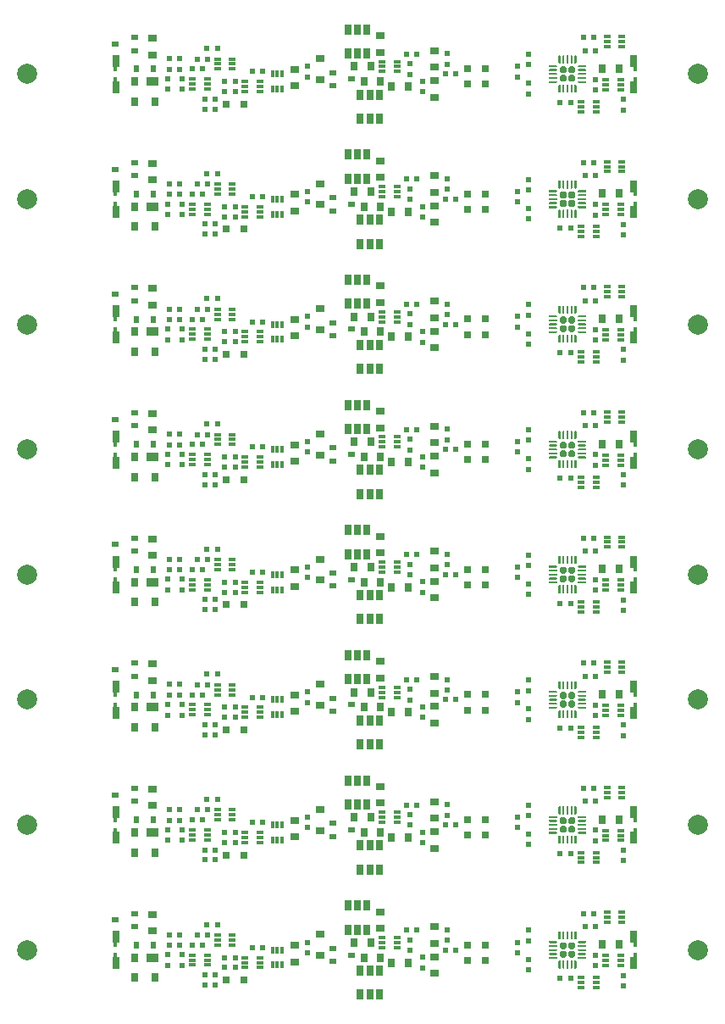
<source format=gtp>
%TF.GenerationSoftware,KiCad,Pcbnew,(5.1.9)-1*%
%TF.CreationDate,2021-03-16T21:24:49+09:00*%
%TF.ProjectId,motordecoder2,6d6f746f-7264-4656-936f-646572322e6b,rev?*%
%TF.SameCoordinates,PX68e7780PY88601c0*%
%TF.FileFunction,Paste,Top*%
%TF.FilePolarity,Positive*%
%FSLAX46Y46*%
G04 Gerber Fmt 4.6, Leading zero omitted, Abs format (unit mm)*
G04 Created by KiCad (PCBNEW (5.1.9)-1) date 2021-03-16 21:24:49*
%MOMM*%
%LPD*%
G01*
G04 APERTURE LIST*
%ADD10C,2.000000*%
%ADD11R,0.750000X1.300000*%
%ADD12R,0.300000X0.500000*%
%ADD13R,0.900000X0.800000*%
%ADD14R,0.800000X0.800000*%
%ADD15R,0.700000X0.300000*%
%ADD16R,0.800000X0.500000*%
%ADD17R,0.800000X0.900000*%
%ADD18R,1.200000X0.900000*%
%ADD19R,0.900000X0.650000*%
%ADD20R,0.700000X0.800000*%
%ADD21R,0.600000X0.550000*%
%ADD22R,0.550000X0.600000*%
%ADD23R,0.550000X0.500000*%
%ADD24R,0.500000X0.500000*%
%ADD25R,0.500000X0.550000*%
%ADD26R,0.650000X0.900000*%
%ADD27R,0.300000X0.700000*%
%ADD28C,0.100000*%
%ADD29R,0.700000X1.000000*%
%ADD30R,0.600000X0.800000*%
G04 APERTURE END LIST*
D10*
%TO.C,REF\u002A\u002A*%
X3500000Y5250000D03*
%TD*%
%TO.C,REF\u002A\u002A*%
X3500000Y17750000D03*
%TD*%
%TO.C,REF\u002A\u002A*%
X3500000Y30250000D03*
%TD*%
%TO.C,REF\u002A\u002A*%
X3500000Y42750000D03*
%TD*%
%TO.C,REF\u002A\u002A*%
X3500000Y55250000D03*
%TD*%
%TO.C,REF\u002A\u002A*%
X3500000Y67750000D03*
%TD*%
%TO.C,REF\u002A\u002A*%
X3500000Y80250000D03*
%TD*%
%TO.C,REF\u002A\u002A*%
X70500000Y5250000D03*
%TD*%
%TO.C,REF\u002A\u002A*%
X70500000Y17750000D03*
%TD*%
%TO.C,REF\u002A\u002A*%
X70500000Y30250000D03*
%TD*%
%TO.C,REF\u002A\u002A*%
X70500000Y42750000D03*
%TD*%
%TO.C,REF\u002A\u002A*%
X70500000Y55250000D03*
%TD*%
%TO.C,REF\u002A\u002A*%
X70500000Y67750000D03*
%TD*%
%TO.C,REF\u002A\u002A*%
X70500000Y80250000D03*
%TD*%
%TO.C,REF\u002A\u002A*%
X70500000Y92750000D03*
%TD*%
%TO.C,REF\u002A\u002A*%
X3500000Y92750000D03*
%TD*%
D11*
%TO.C,D11*%
X12375000Y6550000D03*
X12375000Y3950000D03*
D12*
X12250000Y5800000D03*
X12250000Y4700000D03*
%TD*%
D11*
%TO.C,D11*%
X12375000Y19050000D03*
X12375000Y16450000D03*
D12*
X12250000Y18300000D03*
X12250000Y17200000D03*
%TD*%
D11*
%TO.C,D11*%
X12375000Y31550000D03*
X12375000Y28950000D03*
D12*
X12250000Y30800000D03*
X12250000Y29700000D03*
%TD*%
D11*
%TO.C,D11*%
X12375000Y44050000D03*
X12375000Y41450000D03*
D12*
X12250000Y43300000D03*
X12250000Y42200000D03*
%TD*%
D11*
%TO.C,D11*%
X12375000Y56550000D03*
X12375000Y53950000D03*
D12*
X12250000Y55800000D03*
X12250000Y54700000D03*
%TD*%
D11*
%TO.C,D11*%
X12375000Y69050000D03*
X12375000Y66450000D03*
D12*
X12250000Y68300000D03*
X12250000Y67200000D03*
%TD*%
D11*
%TO.C,D11*%
X12375000Y81550000D03*
X12375000Y78950000D03*
D12*
X12250000Y80800000D03*
X12250000Y79700000D03*
%TD*%
D13*
%TO.C,D3*%
X32750000Y4700000D03*
X32750000Y6800000D03*
%TD*%
%TO.C,D3*%
X32750000Y17200000D03*
X32750000Y19300000D03*
%TD*%
%TO.C,D3*%
X32750000Y29700000D03*
X32750000Y31800000D03*
%TD*%
%TO.C,D3*%
X32750000Y42200000D03*
X32750000Y44300000D03*
%TD*%
%TO.C,D3*%
X32750000Y54700000D03*
X32750000Y56800000D03*
%TD*%
%TO.C,D3*%
X32750000Y67200000D03*
X32750000Y69300000D03*
%TD*%
%TO.C,D3*%
X32750000Y79700000D03*
X32750000Y81800000D03*
%TD*%
D14*
%TO.C,C3*%
X47500000Y5775000D03*
X47500000Y4225000D03*
%TD*%
%TO.C,C3*%
X47500000Y18275000D03*
X47500000Y16725000D03*
%TD*%
%TO.C,C3*%
X47500000Y30775000D03*
X47500000Y29225000D03*
%TD*%
%TO.C,C3*%
X47500000Y43275000D03*
X47500000Y41725000D03*
%TD*%
%TO.C,C3*%
X47500000Y55775000D03*
X47500000Y54225000D03*
%TD*%
%TO.C,C3*%
X47500000Y68275000D03*
X47500000Y66725000D03*
%TD*%
%TO.C,C3*%
X47500000Y80775000D03*
X47500000Y79225000D03*
%TD*%
D15*
%TO.C,Q3*%
X40500000Y6500000D03*
X40500000Y6000000D03*
X40500000Y5500000D03*
X39000000Y5500000D03*
X39000000Y6000000D03*
X39000000Y6500000D03*
%TD*%
%TO.C,Q3*%
X40500000Y19000000D03*
X40500000Y18500000D03*
X40500000Y18000000D03*
X39000000Y18000000D03*
X39000000Y18500000D03*
X39000000Y19000000D03*
%TD*%
%TO.C,Q3*%
X40500000Y31500000D03*
X40500000Y31000000D03*
X40500000Y30500000D03*
X39000000Y30500000D03*
X39000000Y31000000D03*
X39000000Y31500000D03*
%TD*%
%TO.C,Q3*%
X40500000Y44000000D03*
X40500000Y43500000D03*
X40500000Y43000000D03*
X39000000Y43000000D03*
X39000000Y43500000D03*
X39000000Y44000000D03*
%TD*%
%TO.C,Q3*%
X40500000Y56500000D03*
X40500000Y56000000D03*
X40500000Y55500000D03*
X39000000Y55500000D03*
X39000000Y56000000D03*
X39000000Y56500000D03*
%TD*%
%TO.C,Q3*%
X40500000Y69000000D03*
X40500000Y68500000D03*
X40500000Y68000000D03*
X39000000Y68000000D03*
X39000000Y68500000D03*
X39000000Y69000000D03*
%TD*%
%TO.C,Q3*%
X40500000Y81500000D03*
X40500000Y81000000D03*
X40500000Y80500000D03*
X39000000Y80500000D03*
X39000000Y81000000D03*
X39000000Y81500000D03*
%TD*%
D16*
%TO.C,Q5*%
X34050000Y5400000D03*
X34050000Y4100000D03*
X35950000Y4750000D03*
%TD*%
%TO.C,Q5*%
X34050000Y17900000D03*
X34050000Y16600000D03*
X35950000Y17250000D03*
%TD*%
%TO.C,Q5*%
X34050000Y30400000D03*
X34050000Y29100000D03*
X35950000Y29750000D03*
%TD*%
%TO.C,Q5*%
X34050000Y42900000D03*
X34050000Y41600000D03*
X35950000Y42250000D03*
%TD*%
%TO.C,Q5*%
X34050000Y55400000D03*
X34050000Y54100000D03*
X35950000Y54750000D03*
%TD*%
%TO.C,Q5*%
X34050000Y67900000D03*
X34050000Y66600000D03*
X35950000Y67250000D03*
%TD*%
%TO.C,Q5*%
X34050000Y80400000D03*
X34050000Y79100000D03*
X35950000Y79750000D03*
%TD*%
D17*
%TO.C,D1*%
X16250000Y2500000D03*
X14250000Y2500000D03*
X14250000Y4500000D03*
D18*
X16050000Y4500000D03*
%TD*%
D17*
%TO.C,D1*%
X16250000Y15000000D03*
X14250000Y15000000D03*
X14250000Y17000000D03*
D18*
X16050000Y17000000D03*
%TD*%
D17*
%TO.C,D1*%
X16250000Y27500000D03*
X14250000Y27500000D03*
X14250000Y29500000D03*
D18*
X16050000Y29500000D03*
%TD*%
D17*
%TO.C,D1*%
X16250000Y40000000D03*
X14250000Y40000000D03*
X14250000Y42000000D03*
D18*
X16050000Y42000000D03*
%TD*%
D17*
%TO.C,D1*%
X16250000Y52500000D03*
X14250000Y52500000D03*
X14250000Y54500000D03*
D18*
X16050000Y54500000D03*
%TD*%
D17*
%TO.C,D1*%
X16250000Y65000000D03*
X14250000Y65000000D03*
X14250000Y67000000D03*
D18*
X16050000Y67000000D03*
%TD*%
D17*
%TO.C,D1*%
X16250000Y77500000D03*
X14250000Y77500000D03*
X14250000Y79500000D03*
D18*
X16050000Y79500000D03*
%TD*%
D12*
%TO.C,D12*%
X64250000Y5800000D03*
X64250000Y4700000D03*
D11*
X64125000Y6550000D03*
X64125000Y3950000D03*
%TD*%
D12*
%TO.C,D12*%
X64250000Y18300000D03*
X64250000Y17200000D03*
D11*
X64125000Y19050000D03*
X64125000Y16450000D03*
%TD*%
D12*
%TO.C,D12*%
X64250000Y30800000D03*
X64250000Y29700000D03*
D11*
X64125000Y31550000D03*
X64125000Y28950000D03*
%TD*%
D12*
%TO.C,D12*%
X64250000Y43300000D03*
X64250000Y42200000D03*
D11*
X64125000Y44050000D03*
X64125000Y41450000D03*
%TD*%
D12*
%TO.C,D12*%
X64250000Y55800000D03*
X64250000Y54700000D03*
D11*
X64125000Y56550000D03*
X64125000Y53950000D03*
%TD*%
D12*
%TO.C,D12*%
X64250000Y68300000D03*
X64250000Y67200000D03*
D11*
X64125000Y69050000D03*
X64125000Y66450000D03*
%TD*%
D12*
%TO.C,D12*%
X64250000Y80800000D03*
X64250000Y79700000D03*
D11*
X64125000Y81550000D03*
X64125000Y78950000D03*
%TD*%
D19*
%TO.C,R21*%
X16000000Y7175000D03*
X16000000Y8825000D03*
%TD*%
%TO.C,R21*%
X16000000Y19675000D03*
X16000000Y21325000D03*
%TD*%
%TO.C,R21*%
X16000000Y32175000D03*
X16000000Y33825000D03*
%TD*%
%TO.C,R21*%
X16000000Y44675000D03*
X16000000Y46325000D03*
%TD*%
%TO.C,R21*%
X16000000Y57175000D03*
X16000000Y58825000D03*
%TD*%
%TO.C,R21*%
X16000000Y69675000D03*
X16000000Y71325000D03*
%TD*%
%TO.C,R21*%
X16000000Y82175000D03*
X16000000Y83825000D03*
%TD*%
D20*
%TO.C,D22*%
X25150000Y2250000D03*
X23350000Y2250000D03*
%TD*%
%TO.C,D22*%
X25150000Y14750000D03*
X23350000Y14750000D03*
%TD*%
%TO.C,D22*%
X25150000Y27250000D03*
X23350000Y27250000D03*
%TD*%
%TO.C,D22*%
X25150000Y39750000D03*
X23350000Y39750000D03*
%TD*%
%TO.C,D22*%
X25150000Y52250000D03*
X23350000Y52250000D03*
%TD*%
%TO.C,D22*%
X25150000Y64750000D03*
X23350000Y64750000D03*
%TD*%
%TO.C,D22*%
X25150000Y77250000D03*
X23350000Y77250000D03*
%TD*%
D21*
%TO.C,R7*%
X41750000Y5225000D03*
X41750000Y6275000D03*
%TD*%
%TO.C,R7*%
X41750000Y17725000D03*
X41750000Y18775000D03*
%TD*%
%TO.C,R7*%
X41750000Y30225000D03*
X41750000Y31275000D03*
%TD*%
%TO.C,R7*%
X41750000Y42725000D03*
X41750000Y43775000D03*
%TD*%
%TO.C,R7*%
X41750000Y55225000D03*
X41750000Y56275000D03*
%TD*%
%TO.C,R7*%
X41750000Y67725000D03*
X41750000Y68775000D03*
%TD*%
%TO.C,R7*%
X41750000Y80225000D03*
X41750000Y81275000D03*
%TD*%
D22*
%TO.C,R36*%
X24275000Y3500000D03*
X23225000Y3500000D03*
%TD*%
%TO.C,R36*%
X24275000Y16000000D03*
X23225000Y16000000D03*
%TD*%
%TO.C,R36*%
X24275000Y28500000D03*
X23225000Y28500000D03*
%TD*%
%TO.C,R36*%
X24275000Y41000000D03*
X23225000Y41000000D03*
%TD*%
%TO.C,R36*%
X24275000Y53500000D03*
X23225000Y53500000D03*
%TD*%
%TO.C,R36*%
X24275000Y66000000D03*
X23225000Y66000000D03*
%TD*%
%TO.C,R36*%
X24275000Y78500000D03*
X23225000Y78500000D03*
%TD*%
%TO.C,R38*%
X22525000Y7800000D03*
X21475000Y7800000D03*
%TD*%
%TO.C,R38*%
X22525000Y20300000D03*
X21475000Y20300000D03*
%TD*%
%TO.C,R38*%
X22525000Y32800000D03*
X21475000Y32800000D03*
%TD*%
%TO.C,R38*%
X22525000Y45300000D03*
X21475000Y45300000D03*
%TD*%
%TO.C,R38*%
X22525000Y57800000D03*
X21475000Y57800000D03*
%TD*%
%TO.C,R38*%
X22525000Y70300000D03*
X21475000Y70300000D03*
%TD*%
%TO.C,R38*%
X22525000Y82800000D03*
X21475000Y82800000D03*
%TD*%
D19*
%TO.C,R9*%
X44250000Y5925000D03*
X44250000Y7575000D03*
%TD*%
%TO.C,R9*%
X44250000Y18425000D03*
X44250000Y20075000D03*
%TD*%
%TO.C,R9*%
X44250000Y30925000D03*
X44250000Y32575000D03*
%TD*%
%TO.C,R9*%
X44250000Y43425000D03*
X44250000Y45075000D03*
%TD*%
%TO.C,R9*%
X44250000Y55925000D03*
X44250000Y57575000D03*
%TD*%
%TO.C,R9*%
X44250000Y68425000D03*
X44250000Y70075000D03*
%TD*%
%TO.C,R9*%
X44250000Y80925000D03*
X44250000Y82575000D03*
%TD*%
D22*
%TO.C,R15*%
X25975000Y5500000D03*
X27025000Y5500000D03*
%TD*%
%TO.C,R15*%
X25975000Y18000000D03*
X27025000Y18000000D03*
%TD*%
%TO.C,R15*%
X25975000Y30500000D03*
X27025000Y30500000D03*
%TD*%
%TO.C,R15*%
X25975000Y43000000D03*
X27025000Y43000000D03*
%TD*%
%TO.C,R15*%
X25975000Y55500000D03*
X27025000Y55500000D03*
%TD*%
%TO.C,R15*%
X25975000Y68000000D03*
X27025000Y68000000D03*
%TD*%
%TO.C,R15*%
X25975000Y80500000D03*
X27025000Y80500000D03*
%TD*%
%TO.C,R37*%
X21525000Y6750000D03*
X20475000Y6750000D03*
%TD*%
%TO.C,R37*%
X21525000Y19250000D03*
X20475000Y19250000D03*
%TD*%
%TO.C,R37*%
X21525000Y31750000D03*
X20475000Y31750000D03*
%TD*%
%TO.C,R37*%
X21525000Y44250000D03*
X20475000Y44250000D03*
%TD*%
%TO.C,R37*%
X21525000Y56750000D03*
X20475000Y56750000D03*
%TD*%
%TO.C,R37*%
X21525000Y69250000D03*
X20475000Y69250000D03*
%TD*%
%TO.C,R37*%
X21525000Y81750000D03*
X20475000Y81750000D03*
%TD*%
D23*
%TO.C,C12*%
X24275000Y4500000D03*
D24*
X23225000Y4500000D03*
%TD*%
D23*
%TO.C,C12*%
X24275000Y17000000D03*
D24*
X23225000Y17000000D03*
%TD*%
D23*
%TO.C,C12*%
X24275000Y29500000D03*
D24*
X23225000Y29500000D03*
%TD*%
D23*
%TO.C,C12*%
X24275000Y42000000D03*
D24*
X23225000Y42000000D03*
%TD*%
D23*
%TO.C,C12*%
X24275000Y54500000D03*
D24*
X23225000Y54500000D03*
%TD*%
D23*
%TO.C,C12*%
X24275000Y67000000D03*
D24*
X23225000Y67000000D03*
%TD*%
D23*
%TO.C,C12*%
X24275000Y79500000D03*
D24*
X23225000Y79500000D03*
%TD*%
D25*
%TO.C,C11*%
X17750000Y6775000D03*
D24*
X17750000Y5725000D03*
%TD*%
D25*
%TO.C,C11*%
X17750000Y19275000D03*
D24*
X17750000Y18225000D03*
%TD*%
D25*
%TO.C,C11*%
X17750000Y31775000D03*
D24*
X17750000Y30725000D03*
%TD*%
D25*
%TO.C,C11*%
X17750000Y44275000D03*
D24*
X17750000Y43225000D03*
%TD*%
D25*
%TO.C,C11*%
X17750000Y56775000D03*
D24*
X17750000Y55725000D03*
%TD*%
D25*
%TO.C,C11*%
X17750000Y69275000D03*
D24*
X17750000Y68225000D03*
%TD*%
D25*
%TO.C,C11*%
X17750000Y81775000D03*
D24*
X17750000Y80725000D03*
%TD*%
%TO.C,C1*%
X17500000Y3725000D03*
D25*
X17500000Y4775000D03*
%TD*%
D24*
%TO.C,C1*%
X17500000Y16225000D03*
D25*
X17500000Y17275000D03*
%TD*%
D24*
%TO.C,C1*%
X17500000Y28725000D03*
D25*
X17500000Y29775000D03*
%TD*%
D24*
%TO.C,C1*%
X17500000Y41225000D03*
D25*
X17500000Y42275000D03*
%TD*%
D24*
%TO.C,C1*%
X17500000Y53725000D03*
D25*
X17500000Y54775000D03*
%TD*%
D24*
%TO.C,C1*%
X17500000Y66225000D03*
D25*
X17500000Y67275000D03*
%TD*%
D24*
%TO.C,C1*%
X17500000Y78725000D03*
D25*
X17500000Y79775000D03*
%TD*%
D21*
%TO.C,R13*%
X60300000Y4725000D03*
X60300000Y3675000D03*
%TD*%
%TO.C,R13*%
X60300000Y17225000D03*
X60300000Y16175000D03*
%TD*%
%TO.C,R13*%
X60300000Y29725000D03*
X60300000Y28675000D03*
%TD*%
%TO.C,R13*%
X60300000Y42225000D03*
X60300000Y41175000D03*
%TD*%
%TO.C,R13*%
X60300000Y54725000D03*
X60300000Y53675000D03*
%TD*%
%TO.C,R13*%
X60300000Y67225000D03*
X60300000Y66175000D03*
%TD*%
%TO.C,R13*%
X60300000Y79725000D03*
X60300000Y78675000D03*
%TD*%
D24*
%TO.C,C7*%
X43000000Y4525000D03*
D25*
X43000000Y3475000D03*
%TD*%
D24*
%TO.C,C7*%
X43000000Y17025000D03*
D25*
X43000000Y15975000D03*
%TD*%
D24*
%TO.C,C7*%
X43000000Y29525000D03*
D25*
X43000000Y28475000D03*
%TD*%
D24*
%TO.C,C7*%
X43000000Y42025000D03*
D25*
X43000000Y40975000D03*
%TD*%
D24*
%TO.C,C7*%
X43000000Y54525000D03*
D25*
X43000000Y53475000D03*
%TD*%
D24*
%TO.C,C7*%
X43000000Y67025000D03*
D25*
X43000000Y65975000D03*
%TD*%
D24*
%TO.C,C7*%
X43000000Y79525000D03*
D25*
X43000000Y78475000D03*
%TD*%
D22*
%TO.C,R8*%
X42425000Y7250000D03*
X41375000Y7250000D03*
%TD*%
%TO.C,R8*%
X42425000Y19750000D03*
X41375000Y19750000D03*
%TD*%
%TO.C,R8*%
X42425000Y32250000D03*
X41375000Y32250000D03*
%TD*%
%TO.C,R8*%
X42425000Y44750000D03*
X41375000Y44750000D03*
%TD*%
%TO.C,R8*%
X42425000Y57250000D03*
X41375000Y57250000D03*
%TD*%
%TO.C,R8*%
X42425000Y69750000D03*
X41375000Y69750000D03*
%TD*%
%TO.C,R8*%
X42425000Y82250000D03*
X41375000Y82250000D03*
%TD*%
D21*
%TO.C,R11*%
X45500000Y6225000D03*
X45500000Y7275000D03*
%TD*%
%TO.C,R11*%
X45500000Y18725000D03*
X45500000Y19775000D03*
%TD*%
%TO.C,R11*%
X45500000Y31225000D03*
X45500000Y32275000D03*
%TD*%
%TO.C,R11*%
X45500000Y43725000D03*
X45500000Y44775000D03*
%TD*%
%TO.C,R11*%
X45500000Y56225000D03*
X45500000Y57275000D03*
%TD*%
%TO.C,R11*%
X45500000Y68725000D03*
X45500000Y69775000D03*
%TD*%
%TO.C,R11*%
X45500000Y81225000D03*
X45500000Y82275000D03*
%TD*%
D24*
%TO.C,C6*%
X45275000Y5250000D03*
D23*
X46325000Y5250000D03*
%TD*%
D24*
%TO.C,C6*%
X45275000Y17750000D03*
D23*
X46325000Y17750000D03*
%TD*%
D24*
%TO.C,C6*%
X45275000Y30250000D03*
D23*
X46325000Y30250000D03*
%TD*%
D24*
%TO.C,C6*%
X45275000Y42750000D03*
D23*
X46325000Y42750000D03*
%TD*%
D24*
%TO.C,C6*%
X45275000Y55250000D03*
D23*
X46325000Y55250000D03*
%TD*%
D24*
%TO.C,C6*%
X45275000Y67750000D03*
D23*
X46325000Y67750000D03*
%TD*%
D24*
%TO.C,C6*%
X45275000Y80250000D03*
D23*
X46325000Y80250000D03*
%TD*%
D24*
%TO.C,C5*%
X52500000Y4975000D03*
D25*
X52500000Y6025000D03*
%TD*%
D24*
%TO.C,C5*%
X52500000Y17475000D03*
D25*
X52500000Y18525000D03*
%TD*%
D24*
%TO.C,C5*%
X52500000Y29975000D03*
D25*
X52500000Y31025000D03*
%TD*%
D24*
%TO.C,C5*%
X52500000Y42475000D03*
D25*
X52500000Y43525000D03*
%TD*%
D24*
%TO.C,C5*%
X52500000Y54975000D03*
D25*
X52500000Y56025000D03*
%TD*%
D24*
%TO.C,C5*%
X52500000Y67475000D03*
D25*
X52500000Y68525000D03*
%TD*%
D24*
%TO.C,C5*%
X52500000Y79975000D03*
D25*
X52500000Y81025000D03*
%TD*%
D19*
%TO.C,R10*%
X44250000Y2925000D03*
X44250000Y4575000D03*
%TD*%
%TO.C,R10*%
X44250000Y15425000D03*
X44250000Y17075000D03*
%TD*%
%TO.C,R10*%
X44250000Y27925000D03*
X44250000Y29575000D03*
%TD*%
%TO.C,R10*%
X44250000Y40425000D03*
X44250000Y42075000D03*
%TD*%
%TO.C,R10*%
X44250000Y52925000D03*
X44250000Y54575000D03*
%TD*%
%TO.C,R10*%
X44250000Y65425000D03*
X44250000Y67075000D03*
%TD*%
%TO.C,R10*%
X44250000Y77925000D03*
X44250000Y79575000D03*
%TD*%
D26*
%TO.C,R22*%
X60975000Y5800000D03*
X62625000Y5800000D03*
%TD*%
%TO.C,R22*%
X60975000Y18300000D03*
X62625000Y18300000D03*
%TD*%
%TO.C,R22*%
X60975000Y30800000D03*
X62625000Y30800000D03*
%TD*%
%TO.C,R22*%
X60975000Y43300000D03*
X62625000Y43300000D03*
%TD*%
%TO.C,R22*%
X60975000Y55800000D03*
X62625000Y55800000D03*
%TD*%
%TO.C,R22*%
X60975000Y68300000D03*
X62625000Y68300000D03*
%TD*%
%TO.C,R22*%
X60975000Y80800000D03*
X62625000Y80800000D03*
%TD*%
D16*
%TO.C,Q11*%
X14200000Y7600000D03*
X14200000Y8900000D03*
X12300000Y8250000D03*
%TD*%
%TO.C,Q11*%
X14200000Y20100000D03*
X14200000Y21400000D03*
X12300000Y20750000D03*
%TD*%
%TO.C,Q11*%
X14200000Y32600000D03*
X14200000Y33900000D03*
X12300000Y33250000D03*
%TD*%
%TO.C,Q11*%
X14200000Y45100000D03*
X14200000Y46400000D03*
X12300000Y45750000D03*
%TD*%
%TO.C,Q11*%
X14200000Y57600000D03*
X14200000Y58900000D03*
X12300000Y58250000D03*
%TD*%
%TO.C,Q11*%
X14200000Y70100000D03*
X14200000Y71400000D03*
X12300000Y70750000D03*
%TD*%
%TO.C,Q11*%
X14200000Y82600000D03*
X14200000Y83900000D03*
X12300000Y83250000D03*
%TD*%
D19*
%TO.C,R14*%
X30200000Y4075000D03*
X30200000Y5725000D03*
%TD*%
%TO.C,R14*%
X30200000Y16575000D03*
X30200000Y18225000D03*
%TD*%
%TO.C,R14*%
X30200000Y29075000D03*
X30200000Y30725000D03*
%TD*%
%TO.C,R14*%
X30200000Y41575000D03*
X30200000Y43225000D03*
%TD*%
%TO.C,R14*%
X30200000Y54075000D03*
X30200000Y55725000D03*
%TD*%
%TO.C,R14*%
X30200000Y66575000D03*
X30200000Y68225000D03*
%TD*%
%TO.C,R14*%
X30200000Y79075000D03*
X30200000Y80725000D03*
%TD*%
D26*
%TO.C,R6*%
X39925000Y4000000D03*
X41575000Y4000000D03*
%TD*%
%TO.C,R6*%
X39925000Y16500000D03*
X41575000Y16500000D03*
%TD*%
%TO.C,R6*%
X39925000Y29000000D03*
X41575000Y29000000D03*
%TD*%
%TO.C,R6*%
X39925000Y41500000D03*
X41575000Y41500000D03*
%TD*%
%TO.C,R6*%
X39925000Y54000000D03*
X41575000Y54000000D03*
%TD*%
%TO.C,R6*%
X39925000Y66500000D03*
X41575000Y66500000D03*
%TD*%
%TO.C,R6*%
X39925000Y79000000D03*
X41575000Y79000000D03*
%TD*%
%TO.C,R4*%
X37175000Y4500000D03*
X38825000Y4500000D03*
%TD*%
%TO.C,R4*%
X37175000Y17000000D03*
X38825000Y17000000D03*
%TD*%
%TO.C,R4*%
X37175000Y29500000D03*
X38825000Y29500000D03*
%TD*%
%TO.C,R4*%
X37175000Y42000000D03*
X38825000Y42000000D03*
%TD*%
%TO.C,R4*%
X37175000Y54500000D03*
X38825000Y54500000D03*
%TD*%
%TO.C,R4*%
X37175000Y67000000D03*
X38825000Y67000000D03*
%TD*%
%TO.C,R4*%
X37175000Y79500000D03*
X38825000Y79500000D03*
%TD*%
D27*
%TO.C,Q6*%
X29000000Y5250000D03*
X28500000Y5250000D03*
X28000000Y5250000D03*
X28000000Y3750000D03*
X28500000Y3750000D03*
X29000000Y3750000D03*
%TD*%
%TO.C,Q6*%
X29000000Y17750000D03*
X28500000Y17750000D03*
X28000000Y17750000D03*
X28000000Y16250000D03*
X28500000Y16250000D03*
X29000000Y16250000D03*
%TD*%
%TO.C,Q6*%
X29000000Y30250000D03*
X28500000Y30250000D03*
X28000000Y30250000D03*
X28000000Y28750000D03*
X28500000Y28750000D03*
X29000000Y28750000D03*
%TD*%
%TO.C,Q6*%
X29000000Y42750000D03*
X28500000Y42750000D03*
X28000000Y42750000D03*
X28000000Y41250000D03*
X28500000Y41250000D03*
X29000000Y41250000D03*
%TD*%
%TO.C,Q6*%
X29000000Y55250000D03*
X28500000Y55250000D03*
X28000000Y55250000D03*
X28000000Y53750000D03*
X28500000Y53750000D03*
X29000000Y53750000D03*
%TD*%
%TO.C,Q6*%
X29000000Y67750000D03*
X28500000Y67750000D03*
X28000000Y67750000D03*
X28000000Y66250000D03*
X28500000Y66250000D03*
X29000000Y66250000D03*
%TD*%
%TO.C,Q6*%
X29000000Y80250000D03*
X28500000Y80250000D03*
X28000000Y80250000D03*
X28000000Y78750000D03*
X28500000Y78750000D03*
X29000000Y78750000D03*
%TD*%
D26*
%TO.C,R3*%
X36175000Y6000000D03*
X37825000Y6000000D03*
%TD*%
%TO.C,R3*%
X36175000Y18500000D03*
X37825000Y18500000D03*
%TD*%
%TO.C,R3*%
X36175000Y31000000D03*
X37825000Y31000000D03*
%TD*%
%TO.C,R3*%
X36175000Y43500000D03*
X37825000Y43500000D03*
%TD*%
%TO.C,R3*%
X36175000Y56000000D03*
X37825000Y56000000D03*
%TD*%
%TO.C,R3*%
X36175000Y68500000D03*
X37825000Y68500000D03*
%TD*%
%TO.C,R3*%
X36175000Y81000000D03*
X37825000Y81000000D03*
%TD*%
%TO.C,U2*%
G36*
G01*
X57580000Y4652500D02*
X57580000Y4997500D01*
G75*
G02*
X57752500Y5170000I172500J0D01*
G01*
X58097500Y5170000D01*
G75*
G02*
X58270000Y4997500I0J-172500D01*
G01*
X58270000Y4652500D01*
G75*
G02*
X58097500Y4480000I-172500J0D01*
G01*
X57752500Y4480000D01*
G75*
G02*
X57580000Y4652500I0J172500D01*
G01*
G37*
G36*
G01*
X57580000Y5502500D02*
X57580000Y5847500D01*
G75*
G02*
X57752500Y6020000I172500J0D01*
G01*
X58097500Y6020000D01*
G75*
G02*
X58270000Y5847500I0J-172500D01*
G01*
X58270000Y5502500D01*
G75*
G02*
X58097500Y5330000I-172500J0D01*
G01*
X57752500Y5330000D01*
G75*
G02*
X57580000Y5502500I0J172500D01*
G01*
G37*
G36*
G01*
X56730000Y4652500D02*
X56730000Y4997500D01*
G75*
G02*
X56902500Y5170000I172500J0D01*
G01*
X57247500Y5170000D01*
G75*
G02*
X57420000Y4997500I0J-172500D01*
G01*
X57420000Y4652500D01*
G75*
G02*
X57247500Y4480000I-172500J0D01*
G01*
X56902500Y4480000D01*
G75*
G02*
X56730000Y4652500I0J172500D01*
G01*
G37*
G36*
G01*
X56730000Y5502500D02*
X56730000Y5847500D01*
G75*
G02*
X56902500Y6020000I172500J0D01*
G01*
X57247500Y6020000D01*
G75*
G02*
X57420000Y5847500I0J-172500D01*
G01*
X57420000Y5502500D01*
G75*
G02*
X57247500Y5330000I-172500J0D01*
G01*
X56902500Y5330000D01*
G75*
G02*
X56730000Y5502500I0J172500D01*
G01*
G37*
D28*
G36*
X56759755Y7099039D02*
G01*
X56769134Y7096194D01*
X56777779Y7091573D01*
X56785355Y7085355D01*
X56791573Y7077779D01*
X56796194Y7069134D01*
X56799039Y7059755D01*
X56800000Y7050000D01*
X56800000Y6350000D01*
X56799039Y6340245D01*
X56796194Y6330866D01*
X56791573Y6322221D01*
X56785355Y6314645D01*
X56777779Y6308427D01*
X56769134Y6303806D01*
X56759755Y6300961D01*
X56750000Y6300000D01*
X56700711Y6300000D01*
X56690956Y6300961D01*
X56681577Y6303806D01*
X56672932Y6308427D01*
X56665356Y6314645D01*
X56614645Y6365356D01*
X56608427Y6372932D01*
X56603806Y6381577D01*
X56600961Y6390956D01*
X56600000Y6400711D01*
X56600000Y7050000D01*
X56600961Y7059755D01*
X56603806Y7069134D01*
X56608427Y7077779D01*
X56614645Y7085355D01*
X56622221Y7091573D01*
X56630866Y7096194D01*
X56640245Y7099039D01*
X56650000Y7100000D01*
X56750000Y7100000D01*
X56759755Y7099039D01*
G37*
G36*
G01*
X57000000Y6350000D02*
X57000000Y7050000D01*
G75*
G02*
X57050000Y7100000I50000J0D01*
G01*
X57150000Y7100000D01*
G75*
G02*
X57200000Y7050000I0J-50000D01*
G01*
X57200000Y6350000D01*
G75*
G02*
X57150000Y6300000I-50000J0D01*
G01*
X57050000Y6300000D01*
G75*
G02*
X57000000Y6350000I0J50000D01*
G01*
G37*
G36*
G01*
X57400000Y6350000D02*
X57400000Y7050000D01*
G75*
G02*
X57450000Y7100000I50000J0D01*
G01*
X57550000Y7100000D01*
G75*
G02*
X57600000Y7050000I0J-50000D01*
G01*
X57600000Y6350000D01*
G75*
G02*
X57550000Y6300000I-50000J0D01*
G01*
X57450000Y6300000D01*
G75*
G02*
X57400000Y6350000I0J50000D01*
G01*
G37*
G36*
G01*
X57800000Y6350000D02*
X57800000Y7050000D01*
G75*
G02*
X57850000Y7100000I50000J0D01*
G01*
X57950000Y7100000D01*
G75*
G02*
X58000000Y7050000I0J-50000D01*
G01*
X58000000Y6350000D01*
G75*
G02*
X57950000Y6300000I-50000J0D01*
G01*
X57850000Y6300000D01*
G75*
G02*
X57800000Y6350000I0J50000D01*
G01*
G37*
G36*
X58359755Y7099039D02*
G01*
X58369134Y7096194D01*
X58377779Y7091573D01*
X58385355Y7085355D01*
X58391573Y7077779D01*
X58396194Y7069134D01*
X58399039Y7059755D01*
X58400000Y7050000D01*
X58400000Y6400711D01*
X58399039Y6390956D01*
X58396194Y6381577D01*
X58391573Y6372932D01*
X58385355Y6365356D01*
X58334644Y6314645D01*
X58327068Y6308427D01*
X58318423Y6303806D01*
X58309044Y6300961D01*
X58299289Y6300000D01*
X58250000Y6300000D01*
X58240245Y6300961D01*
X58230866Y6303806D01*
X58222221Y6308427D01*
X58214645Y6314645D01*
X58208427Y6322221D01*
X58203806Y6330866D01*
X58200961Y6340245D01*
X58200000Y6350000D01*
X58200000Y7050000D01*
X58200961Y7059755D01*
X58203806Y7069134D01*
X58208427Y7077779D01*
X58214645Y7085355D01*
X58222221Y7091573D01*
X58230866Y7096194D01*
X58240245Y7099039D01*
X58250000Y7100000D01*
X58350000Y7100000D01*
X58359755Y7099039D01*
G37*
G36*
X59309755Y6149039D02*
G01*
X59319134Y6146194D01*
X59327779Y6141573D01*
X59335355Y6135355D01*
X59341573Y6127779D01*
X59346194Y6119134D01*
X59349039Y6109755D01*
X59350000Y6100000D01*
X59350000Y6000000D01*
X59349039Y5990245D01*
X59346194Y5980866D01*
X59341573Y5972221D01*
X59335355Y5964645D01*
X59327779Y5958427D01*
X59319134Y5953806D01*
X59309755Y5950961D01*
X59300000Y5950000D01*
X58600000Y5950000D01*
X58590245Y5950961D01*
X58580866Y5953806D01*
X58572221Y5958427D01*
X58564645Y5964645D01*
X58558427Y5972221D01*
X58553806Y5980866D01*
X58550961Y5990245D01*
X58550000Y6000000D01*
X58550000Y6049289D01*
X58550961Y6059044D01*
X58553806Y6068423D01*
X58558427Y6077068D01*
X58564645Y6084644D01*
X58615356Y6135355D01*
X58622932Y6141573D01*
X58631577Y6146194D01*
X58640956Y6149039D01*
X58650711Y6150000D01*
X59300000Y6150000D01*
X59309755Y6149039D01*
G37*
G36*
G01*
X58550000Y5600000D02*
X58550000Y5700000D01*
G75*
G02*
X58600000Y5750000I50000J0D01*
G01*
X59300000Y5750000D01*
G75*
G02*
X59350000Y5700000I0J-50000D01*
G01*
X59350000Y5600000D01*
G75*
G02*
X59300000Y5550000I-50000J0D01*
G01*
X58600000Y5550000D01*
G75*
G02*
X58550000Y5600000I0J50000D01*
G01*
G37*
G36*
G01*
X58550000Y5200000D02*
X58550000Y5300000D01*
G75*
G02*
X58600000Y5350000I50000J0D01*
G01*
X59300000Y5350000D01*
G75*
G02*
X59350000Y5300000I0J-50000D01*
G01*
X59350000Y5200000D01*
G75*
G02*
X59300000Y5150000I-50000J0D01*
G01*
X58600000Y5150000D01*
G75*
G02*
X58550000Y5200000I0J50000D01*
G01*
G37*
G36*
G01*
X58550000Y4800000D02*
X58550000Y4900000D01*
G75*
G02*
X58600000Y4950000I50000J0D01*
G01*
X59300000Y4950000D01*
G75*
G02*
X59350000Y4900000I0J-50000D01*
G01*
X59350000Y4800000D01*
G75*
G02*
X59300000Y4750000I-50000J0D01*
G01*
X58600000Y4750000D01*
G75*
G02*
X58550000Y4800000I0J50000D01*
G01*
G37*
G36*
X59309755Y4549039D02*
G01*
X59319134Y4546194D01*
X59327779Y4541573D01*
X59335355Y4535355D01*
X59341573Y4527779D01*
X59346194Y4519134D01*
X59349039Y4509755D01*
X59350000Y4500000D01*
X59350000Y4400000D01*
X59349039Y4390245D01*
X59346194Y4380866D01*
X59341573Y4372221D01*
X59335355Y4364645D01*
X59327779Y4358427D01*
X59319134Y4353806D01*
X59309755Y4350961D01*
X59300000Y4350000D01*
X58650711Y4350000D01*
X58640956Y4350961D01*
X58631577Y4353806D01*
X58622932Y4358427D01*
X58615356Y4364645D01*
X58564645Y4415356D01*
X58558427Y4422932D01*
X58553806Y4431577D01*
X58550961Y4440956D01*
X58550000Y4450711D01*
X58550000Y4500000D01*
X58550961Y4509755D01*
X58553806Y4519134D01*
X58558427Y4527779D01*
X58564645Y4535355D01*
X58572221Y4541573D01*
X58580866Y4546194D01*
X58590245Y4549039D01*
X58600000Y4550000D01*
X59300000Y4550000D01*
X59309755Y4549039D01*
G37*
G36*
X58309044Y4199039D02*
G01*
X58318423Y4196194D01*
X58327068Y4191573D01*
X58334644Y4185355D01*
X58385355Y4134644D01*
X58391573Y4127068D01*
X58396194Y4118423D01*
X58399039Y4109044D01*
X58400000Y4099289D01*
X58400000Y3450000D01*
X58399039Y3440245D01*
X58396194Y3430866D01*
X58391573Y3422221D01*
X58385355Y3414645D01*
X58377779Y3408427D01*
X58369134Y3403806D01*
X58359755Y3400961D01*
X58350000Y3400000D01*
X58250000Y3400000D01*
X58240245Y3400961D01*
X58230866Y3403806D01*
X58222221Y3408427D01*
X58214645Y3414645D01*
X58208427Y3422221D01*
X58203806Y3430866D01*
X58200961Y3440245D01*
X58200000Y3450000D01*
X58200000Y4150000D01*
X58200961Y4159755D01*
X58203806Y4169134D01*
X58208427Y4177779D01*
X58214645Y4185355D01*
X58222221Y4191573D01*
X58230866Y4196194D01*
X58240245Y4199039D01*
X58250000Y4200000D01*
X58299289Y4200000D01*
X58309044Y4199039D01*
G37*
G36*
G01*
X57800000Y3450000D02*
X57800000Y4150000D01*
G75*
G02*
X57850000Y4200000I50000J0D01*
G01*
X57950000Y4200000D01*
G75*
G02*
X58000000Y4150000I0J-50000D01*
G01*
X58000000Y3450000D01*
G75*
G02*
X57950000Y3400000I-50000J0D01*
G01*
X57850000Y3400000D01*
G75*
G02*
X57800000Y3450000I0J50000D01*
G01*
G37*
G36*
G01*
X57400000Y3450000D02*
X57400000Y4150000D01*
G75*
G02*
X57450000Y4200000I50000J0D01*
G01*
X57550000Y4200000D01*
G75*
G02*
X57600000Y4150000I0J-50000D01*
G01*
X57600000Y3450000D01*
G75*
G02*
X57550000Y3400000I-50000J0D01*
G01*
X57450000Y3400000D01*
G75*
G02*
X57400000Y3450000I0J50000D01*
G01*
G37*
G36*
G01*
X57000000Y3450000D02*
X57000000Y4150000D01*
G75*
G02*
X57050000Y4200000I50000J0D01*
G01*
X57150000Y4200000D01*
G75*
G02*
X57200000Y4150000I0J-50000D01*
G01*
X57200000Y3450000D01*
G75*
G02*
X57150000Y3400000I-50000J0D01*
G01*
X57050000Y3400000D01*
G75*
G02*
X57000000Y3450000I0J50000D01*
G01*
G37*
G36*
X56759755Y4199039D02*
G01*
X56769134Y4196194D01*
X56777779Y4191573D01*
X56785355Y4185355D01*
X56791573Y4177779D01*
X56796194Y4169134D01*
X56799039Y4159755D01*
X56800000Y4150000D01*
X56800000Y3450000D01*
X56799039Y3440245D01*
X56796194Y3430866D01*
X56791573Y3422221D01*
X56785355Y3414645D01*
X56777779Y3408427D01*
X56769134Y3403806D01*
X56759755Y3400961D01*
X56750000Y3400000D01*
X56650000Y3400000D01*
X56640245Y3400961D01*
X56630866Y3403806D01*
X56622221Y3408427D01*
X56614645Y3414645D01*
X56608427Y3422221D01*
X56603806Y3430866D01*
X56600961Y3440245D01*
X56600000Y3450000D01*
X56600000Y4099289D01*
X56600961Y4109044D01*
X56603806Y4118423D01*
X56608427Y4127068D01*
X56614645Y4134644D01*
X56665356Y4185355D01*
X56672932Y4191573D01*
X56681577Y4196194D01*
X56690956Y4199039D01*
X56700711Y4200000D01*
X56750000Y4200000D01*
X56759755Y4199039D01*
G37*
G36*
X56409755Y4549039D02*
G01*
X56419134Y4546194D01*
X56427779Y4541573D01*
X56435355Y4535355D01*
X56441573Y4527779D01*
X56446194Y4519134D01*
X56449039Y4509755D01*
X56450000Y4500000D01*
X56450000Y4450711D01*
X56449039Y4440956D01*
X56446194Y4431577D01*
X56441573Y4422932D01*
X56435355Y4415356D01*
X56384644Y4364645D01*
X56377068Y4358427D01*
X56368423Y4353806D01*
X56359044Y4350961D01*
X56349289Y4350000D01*
X55700000Y4350000D01*
X55690245Y4350961D01*
X55680866Y4353806D01*
X55672221Y4358427D01*
X55664645Y4364645D01*
X55658427Y4372221D01*
X55653806Y4380866D01*
X55650961Y4390245D01*
X55650000Y4400000D01*
X55650000Y4500000D01*
X55650961Y4509755D01*
X55653806Y4519134D01*
X55658427Y4527779D01*
X55664645Y4535355D01*
X55672221Y4541573D01*
X55680866Y4546194D01*
X55690245Y4549039D01*
X55700000Y4550000D01*
X56400000Y4550000D01*
X56409755Y4549039D01*
G37*
G36*
G01*
X55650000Y4800000D02*
X55650000Y4900000D01*
G75*
G02*
X55700000Y4950000I50000J0D01*
G01*
X56400000Y4950000D01*
G75*
G02*
X56450000Y4900000I0J-50000D01*
G01*
X56450000Y4800000D01*
G75*
G02*
X56400000Y4750000I-50000J0D01*
G01*
X55700000Y4750000D01*
G75*
G02*
X55650000Y4800000I0J50000D01*
G01*
G37*
G36*
G01*
X55650000Y5200000D02*
X55650000Y5300000D01*
G75*
G02*
X55700000Y5350000I50000J0D01*
G01*
X56400000Y5350000D01*
G75*
G02*
X56450000Y5300000I0J-50000D01*
G01*
X56450000Y5200000D01*
G75*
G02*
X56400000Y5150000I-50000J0D01*
G01*
X55700000Y5150000D01*
G75*
G02*
X55650000Y5200000I0J50000D01*
G01*
G37*
G36*
G01*
X55650000Y5600000D02*
X55650000Y5700000D01*
G75*
G02*
X55700000Y5750000I50000J0D01*
G01*
X56400000Y5750000D01*
G75*
G02*
X56450000Y5700000I0J-50000D01*
G01*
X56450000Y5600000D01*
G75*
G02*
X56400000Y5550000I-50000J0D01*
G01*
X55700000Y5550000D01*
G75*
G02*
X55650000Y5600000I0J50000D01*
G01*
G37*
G36*
X56359044Y6149039D02*
G01*
X56368423Y6146194D01*
X56377068Y6141573D01*
X56384644Y6135355D01*
X56435355Y6084644D01*
X56441573Y6077068D01*
X56446194Y6068423D01*
X56449039Y6059044D01*
X56450000Y6049289D01*
X56450000Y6000000D01*
X56449039Y5990245D01*
X56446194Y5980866D01*
X56441573Y5972221D01*
X56435355Y5964645D01*
X56427779Y5958427D01*
X56419134Y5953806D01*
X56409755Y5950961D01*
X56400000Y5950000D01*
X55700000Y5950000D01*
X55690245Y5950961D01*
X55680866Y5953806D01*
X55672221Y5958427D01*
X55664645Y5964645D01*
X55658427Y5972221D01*
X55653806Y5980866D01*
X55650961Y5990245D01*
X55650000Y6000000D01*
X55650000Y6100000D01*
X55650961Y6109755D01*
X55653806Y6119134D01*
X55658427Y6127779D01*
X55664645Y6135355D01*
X55672221Y6141573D01*
X55680866Y6146194D01*
X55690245Y6149039D01*
X55700000Y6150000D01*
X56349289Y6150000D01*
X56359044Y6149039D01*
G37*
%TD*%
%TO.C,U2*%
G36*
G01*
X57580000Y17152500D02*
X57580000Y17497500D01*
G75*
G02*
X57752500Y17670000I172500J0D01*
G01*
X58097500Y17670000D01*
G75*
G02*
X58270000Y17497500I0J-172500D01*
G01*
X58270000Y17152500D01*
G75*
G02*
X58097500Y16980000I-172500J0D01*
G01*
X57752500Y16980000D01*
G75*
G02*
X57580000Y17152500I0J172500D01*
G01*
G37*
G36*
G01*
X57580000Y18002500D02*
X57580000Y18347500D01*
G75*
G02*
X57752500Y18520000I172500J0D01*
G01*
X58097500Y18520000D01*
G75*
G02*
X58270000Y18347500I0J-172500D01*
G01*
X58270000Y18002500D01*
G75*
G02*
X58097500Y17830000I-172500J0D01*
G01*
X57752500Y17830000D01*
G75*
G02*
X57580000Y18002500I0J172500D01*
G01*
G37*
G36*
G01*
X56730000Y17152500D02*
X56730000Y17497500D01*
G75*
G02*
X56902500Y17670000I172500J0D01*
G01*
X57247500Y17670000D01*
G75*
G02*
X57420000Y17497500I0J-172500D01*
G01*
X57420000Y17152500D01*
G75*
G02*
X57247500Y16980000I-172500J0D01*
G01*
X56902500Y16980000D01*
G75*
G02*
X56730000Y17152500I0J172500D01*
G01*
G37*
G36*
G01*
X56730000Y18002500D02*
X56730000Y18347500D01*
G75*
G02*
X56902500Y18520000I172500J0D01*
G01*
X57247500Y18520000D01*
G75*
G02*
X57420000Y18347500I0J-172500D01*
G01*
X57420000Y18002500D01*
G75*
G02*
X57247500Y17830000I-172500J0D01*
G01*
X56902500Y17830000D01*
G75*
G02*
X56730000Y18002500I0J172500D01*
G01*
G37*
G36*
X56759755Y19599039D02*
G01*
X56769134Y19596194D01*
X56777779Y19591573D01*
X56785355Y19585355D01*
X56791573Y19577779D01*
X56796194Y19569134D01*
X56799039Y19559755D01*
X56800000Y19550000D01*
X56800000Y18850000D01*
X56799039Y18840245D01*
X56796194Y18830866D01*
X56791573Y18822221D01*
X56785355Y18814645D01*
X56777779Y18808427D01*
X56769134Y18803806D01*
X56759755Y18800961D01*
X56750000Y18800000D01*
X56700711Y18800000D01*
X56690956Y18800961D01*
X56681577Y18803806D01*
X56672932Y18808427D01*
X56665356Y18814645D01*
X56614645Y18865356D01*
X56608427Y18872932D01*
X56603806Y18881577D01*
X56600961Y18890956D01*
X56600000Y18900711D01*
X56600000Y19550000D01*
X56600961Y19559755D01*
X56603806Y19569134D01*
X56608427Y19577779D01*
X56614645Y19585355D01*
X56622221Y19591573D01*
X56630866Y19596194D01*
X56640245Y19599039D01*
X56650000Y19600000D01*
X56750000Y19600000D01*
X56759755Y19599039D01*
G37*
G36*
G01*
X57000000Y18850000D02*
X57000000Y19550000D01*
G75*
G02*
X57050000Y19600000I50000J0D01*
G01*
X57150000Y19600000D01*
G75*
G02*
X57200000Y19550000I0J-50000D01*
G01*
X57200000Y18850000D01*
G75*
G02*
X57150000Y18800000I-50000J0D01*
G01*
X57050000Y18800000D01*
G75*
G02*
X57000000Y18850000I0J50000D01*
G01*
G37*
G36*
G01*
X57400000Y18850000D02*
X57400000Y19550000D01*
G75*
G02*
X57450000Y19600000I50000J0D01*
G01*
X57550000Y19600000D01*
G75*
G02*
X57600000Y19550000I0J-50000D01*
G01*
X57600000Y18850000D01*
G75*
G02*
X57550000Y18800000I-50000J0D01*
G01*
X57450000Y18800000D01*
G75*
G02*
X57400000Y18850000I0J50000D01*
G01*
G37*
G36*
G01*
X57800000Y18850000D02*
X57800000Y19550000D01*
G75*
G02*
X57850000Y19600000I50000J0D01*
G01*
X57950000Y19600000D01*
G75*
G02*
X58000000Y19550000I0J-50000D01*
G01*
X58000000Y18850000D01*
G75*
G02*
X57950000Y18800000I-50000J0D01*
G01*
X57850000Y18800000D01*
G75*
G02*
X57800000Y18850000I0J50000D01*
G01*
G37*
G36*
X58359755Y19599039D02*
G01*
X58369134Y19596194D01*
X58377779Y19591573D01*
X58385355Y19585355D01*
X58391573Y19577779D01*
X58396194Y19569134D01*
X58399039Y19559755D01*
X58400000Y19550000D01*
X58400000Y18900711D01*
X58399039Y18890956D01*
X58396194Y18881577D01*
X58391573Y18872932D01*
X58385355Y18865356D01*
X58334644Y18814645D01*
X58327068Y18808427D01*
X58318423Y18803806D01*
X58309044Y18800961D01*
X58299289Y18800000D01*
X58250000Y18800000D01*
X58240245Y18800961D01*
X58230866Y18803806D01*
X58222221Y18808427D01*
X58214645Y18814645D01*
X58208427Y18822221D01*
X58203806Y18830866D01*
X58200961Y18840245D01*
X58200000Y18850000D01*
X58200000Y19550000D01*
X58200961Y19559755D01*
X58203806Y19569134D01*
X58208427Y19577779D01*
X58214645Y19585355D01*
X58222221Y19591573D01*
X58230866Y19596194D01*
X58240245Y19599039D01*
X58250000Y19600000D01*
X58350000Y19600000D01*
X58359755Y19599039D01*
G37*
G36*
X59309755Y18649039D02*
G01*
X59319134Y18646194D01*
X59327779Y18641573D01*
X59335355Y18635355D01*
X59341573Y18627779D01*
X59346194Y18619134D01*
X59349039Y18609755D01*
X59350000Y18600000D01*
X59350000Y18500000D01*
X59349039Y18490245D01*
X59346194Y18480866D01*
X59341573Y18472221D01*
X59335355Y18464645D01*
X59327779Y18458427D01*
X59319134Y18453806D01*
X59309755Y18450961D01*
X59300000Y18450000D01*
X58600000Y18450000D01*
X58590245Y18450961D01*
X58580866Y18453806D01*
X58572221Y18458427D01*
X58564645Y18464645D01*
X58558427Y18472221D01*
X58553806Y18480866D01*
X58550961Y18490245D01*
X58550000Y18500000D01*
X58550000Y18549289D01*
X58550961Y18559044D01*
X58553806Y18568423D01*
X58558427Y18577068D01*
X58564645Y18584644D01*
X58615356Y18635355D01*
X58622932Y18641573D01*
X58631577Y18646194D01*
X58640956Y18649039D01*
X58650711Y18650000D01*
X59300000Y18650000D01*
X59309755Y18649039D01*
G37*
G36*
G01*
X58550000Y18100000D02*
X58550000Y18200000D01*
G75*
G02*
X58600000Y18250000I50000J0D01*
G01*
X59300000Y18250000D01*
G75*
G02*
X59350000Y18200000I0J-50000D01*
G01*
X59350000Y18100000D01*
G75*
G02*
X59300000Y18050000I-50000J0D01*
G01*
X58600000Y18050000D01*
G75*
G02*
X58550000Y18100000I0J50000D01*
G01*
G37*
G36*
G01*
X58550000Y17700000D02*
X58550000Y17800000D01*
G75*
G02*
X58600000Y17850000I50000J0D01*
G01*
X59300000Y17850000D01*
G75*
G02*
X59350000Y17800000I0J-50000D01*
G01*
X59350000Y17700000D01*
G75*
G02*
X59300000Y17650000I-50000J0D01*
G01*
X58600000Y17650000D01*
G75*
G02*
X58550000Y17700000I0J50000D01*
G01*
G37*
G36*
G01*
X58550000Y17300000D02*
X58550000Y17400000D01*
G75*
G02*
X58600000Y17450000I50000J0D01*
G01*
X59300000Y17450000D01*
G75*
G02*
X59350000Y17400000I0J-50000D01*
G01*
X59350000Y17300000D01*
G75*
G02*
X59300000Y17250000I-50000J0D01*
G01*
X58600000Y17250000D01*
G75*
G02*
X58550000Y17300000I0J50000D01*
G01*
G37*
G36*
X59309755Y17049039D02*
G01*
X59319134Y17046194D01*
X59327779Y17041573D01*
X59335355Y17035355D01*
X59341573Y17027779D01*
X59346194Y17019134D01*
X59349039Y17009755D01*
X59350000Y17000000D01*
X59350000Y16900000D01*
X59349039Y16890245D01*
X59346194Y16880866D01*
X59341573Y16872221D01*
X59335355Y16864645D01*
X59327779Y16858427D01*
X59319134Y16853806D01*
X59309755Y16850961D01*
X59300000Y16850000D01*
X58650711Y16850000D01*
X58640956Y16850961D01*
X58631577Y16853806D01*
X58622932Y16858427D01*
X58615356Y16864645D01*
X58564645Y16915356D01*
X58558427Y16922932D01*
X58553806Y16931577D01*
X58550961Y16940956D01*
X58550000Y16950711D01*
X58550000Y17000000D01*
X58550961Y17009755D01*
X58553806Y17019134D01*
X58558427Y17027779D01*
X58564645Y17035355D01*
X58572221Y17041573D01*
X58580866Y17046194D01*
X58590245Y17049039D01*
X58600000Y17050000D01*
X59300000Y17050000D01*
X59309755Y17049039D01*
G37*
G36*
X58309044Y16699039D02*
G01*
X58318423Y16696194D01*
X58327068Y16691573D01*
X58334644Y16685355D01*
X58385355Y16634644D01*
X58391573Y16627068D01*
X58396194Y16618423D01*
X58399039Y16609044D01*
X58400000Y16599289D01*
X58400000Y15950000D01*
X58399039Y15940245D01*
X58396194Y15930866D01*
X58391573Y15922221D01*
X58385355Y15914645D01*
X58377779Y15908427D01*
X58369134Y15903806D01*
X58359755Y15900961D01*
X58350000Y15900000D01*
X58250000Y15900000D01*
X58240245Y15900961D01*
X58230866Y15903806D01*
X58222221Y15908427D01*
X58214645Y15914645D01*
X58208427Y15922221D01*
X58203806Y15930866D01*
X58200961Y15940245D01*
X58200000Y15950000D01*
X58200000Y16650000D01*
X58200961Y16659755D01*
X58203806Y16669134D01*
X58208427Y16677779D01*
X58214645Y16685355D01*
X58222221Y16691573D01*
X58230866Y16696194D01*
X58240245Y16699039D01*
X58250000Y16700000D01*
X58299289Y16700000D01*
X58309044Y16699039D01*
G37*
G36*
G01*
X57800000Y15950000D02*
X57800000Y16650000D01*
G75*
G02*
X57850000Y16700000I50000J0D01*
G01*
X57950000Y16700000D01*
G75*
G02*
X58000000Y16650000I0J-50000D01*
G01*
X58000000Y15950000D01*
G75*
G02*
X57950000Y15900000I-50000J0D01*
G01*
X57850000Y15900000D01*
G75*
G02*
X57800000Y15950000I0J50000D01*
G01*
G37*
G36*
G01*
X57400000Y15950000D02*
X57400000Y16650000D01*
G75*
G02*
X57450000Y16700000I50000J0D01*
G01*
X57550000Y16700000D01*
G75*
G02*
X57600000Y16650000I0J-50000D01*
G01*
X57600000Y15950000D01*
G75*
G02*
X57550000Y15900000I-50000J0D01*
G01*
X57450000Y15900000D01*
G75*
G02*
X57400000Y15950000I0J50000D01*
G01*
G37*
G36*
G01*
X57000000Y15950000D02*
X57000000Y16650000D01*
G75*
G02*
X57050000Y16700000I50000J0D01*
G01*
X57150000Y16700000D01*
G75*
G02*
X57200000Y16650000I0J-50000D01*
G01*
X57200000Y15950000D01*
G75*
G02*
X57150000Y15900000I-50000J0D01*
G01*
X57050000Y15900000D01*
G75*
G02*
X57000000Y15950000I0J50000D01*
G01*
G37*
G36*
X56759755Y16699039D02*
G01*
X56769134Y16696194D01*
X56777779Y16691573D01*
X56785355Y16685355D01*
X56791573Y16677779D01*
X56796194Y16669134D01*
X56799039Y16659755D01*
X56800000Y16650000D01*
X56800000Y15950000D01*
X56799039Y15940245D01*
X56796194Y15930866D01*
X56791573Y15922221D01*
X56785355Y15914645D01*
X56777779Y15908427D01*
X56769134Y15903806D01*
X56759755Y15900961D01*
X56750000Y15900000D01*
X56650000Y15900000D01*
X56640245Y15900961D01*
X56630866Y15903806D01*
X56622221Y15908427D01*
X56614645Y15914645D01*
X56608427Y15922221D01*
X56603806Y15930866D01*
X56600961Y15940245D01*
X56600000Y15950000D01*
X56600000Y16599289D01*
X56600961Y16609044D01*
X56603806Y16618423D01*
X56608427Y16627068D01*
X56614645Y16634644D01*
X56665356Y16685355D01*
X56672932Y16691573D01*
X56681577Y16696194D01*
X56690956Y16699039D01*
X56700711Y16700000D01*
X56750000Y16700000D01*
X56759755Y16699039D01*
G37*
G36*
X56409755Y17049039D02*
G01*
X56419134Y17046194D01*
X56427779Y17041573D01*
X56435355Y17035355D01*
X56441573Y17027779D01*
X56446194Y17019134D01*
X56449039Y17009755D01*
X56450000Y17000000D01*
X56450000Y16950711D01*
X56449039Y16940956D01*
X56446194Y16931577D01*
X56441573Y16922932D01*
X56435355Y16915356D01*
X56384644Y16864645D01*
X56377068Y16858427D01*
X56368423Y16853806D01*
X56359044Y16850961D01*
X56349289Y16850000D01*
X55700000Y16850000D01*
X55690245Y16850961D01*
X55680866Y16853806D01*
X55672221Y16858427D01*
X55664645Y16864645D01*
X55658427Y16872221D01*
X55653806Y16880866D01*
X55650961Y16890245D01*
X55650000Y16900000D01*
X55650000Y17000000D01*
X55650961Y17009755D01*
X55653806Y17019134D01*
X55658427Y17027779D01*
X55664645Y17035355D01*
X55672221Y17041573D01*
X55680866Y17046194D01*
X55690245Y17049039D01*
X55700000Y17050000D01*
X56400000Y17050000D01*
X56409755Y17049039D01*
G37*
G36*
G01*
X55650000Y17300000D02*
X55650000Y17400000D01*
G75*
G02*
X55700000Y17450000I50000J0D01*
G01*
X56400000Y17450000D01*
G75*
G02*
X56450000Y17400000I0J-50000D01*
G01*
X56450000Y17300000D01*
G75*
G02*
X56400000Y17250000I-50000J0D01*
G01*
X55700000Y17250000D01*
G75*
G02*
X55650000Y17300000I0J50000D01*
G01*
G37*
G36*
G01*
X55650000Y17700000D02*
X55650000Y17800000D01*
G75*
G02*
X55700000Y17850000I50000J0D01*
G01*
X56400000Y17850000D01*
G75*
G02*
X56450000Y17800000I0J-50000D01*
G01*
X56450000Y17700000D01*
G75*
G02*
X56400000Y17650000I-50000J0D01*
G01*
X55700000Y17650000D01*
G75*
G02*
X55650000Y17700000I0J50000D01*
G01*
G37*
G36*
G01*
X55650000Y18100000D02*
X55650000Y18200000D01*
G75*
G02*
X55700000Y18250000I50000J0D01*
G01*
X56400000Y18250000D01*
G75*
G02*
X56450000Y18200000I0J-50000D01*
G01*
X56450000Y18100000D01*
G75*
G02*
X56400000Y18050000I-50000J0D01*
G01*
X55700000Y18050000D01*
G75*
G02*
X55650000Y18100000I0J50000D01*
G01*
G37*
G36*
X56359044Y18649039D02*
G01*
X56368423Y18646194D01*
X56377068Y18641573D01*
X56384644Y18635355D01*
X56435355Y18584644D01*
X56441573Y18577068D01*
X56446194Y18568423D01*
X56449039Y18559044D01*
X56450000Y18549289D01*
X56450000Y18500000D01*
X56449039Y18490245D01*
X56446194Y18480866D01*
X56441573Y18472221D01*
X56435355Y18464645D01*
X56427779Y18458427D01*
X56419134Y18453806D01*
X56409755Y18450961D01*
X56400000Y18450000D01*
X55700000Y18450000D01*
X55690245Y18450961D01*
X55680866Y18453806D01*
X55672221Y18458427D01*
X55664645Y18464645D01*
X55658427Y18472221D01*
X55653806Y18480866D01*
X55650961Y18490245D01*
X55650000Y18500000D01*
X55650000Y18600000D01*
X55650961Y18609755D01*
X55653806Y18619134D01*
X55658427Y18627779D01*
X55664645Y18635355D01*
X55672221Y18641573D01*
X55680866Y18646194D01*
X55690245Y18649039D01*
X55700000Y18650000D01*
X56349289Y18650000D01*
X56359044Y18649039D01*
G37*
%TD*%
%TO.C,U2*%
G36*
G01*
X57580000Y29652500D02*
X57580000Y29997500D01*
G75*
G02*
X57752500Y30170000I172500J0D01*
G01*
X58097500Y30170000D01*
G75*
G02*
X58270000Y29997500I0J-172500D01*
G01*
X58270000Y29652500D01*
G75*
G02*
X58097500Y29480000I-172500J0D01*
G01*
X57752500Y29480000D01*
G75*
G02*
X57580000Y29652500I0J172500D01*
G01*
G37*
G36*
G01*
X57580000Y30502500D02*
X57580000Y30847500D01*
G75*
G02*
X57752500Y31020000I172500J0D01*
G01*
X58097500Y31020000D01*
G75*
G02*
X58270000Y30847500I0J-172500D01*
G01*
X58270000Y30502500D01*
G75*
G02*
X58097500Y30330000I-172500J0D01*
G01*
X57752500Y30330000D01*
G75*
G02*
X57580000Y30502500I0J172500D01*
G01*
G37*
G36*
G01*
X56730000Y29652500D02*
X56730000Y29997500D01*
G75*
G02*
X56902500Y30170000I172500J0D01*
G01*
X57247500Y30170000D01*
G75*
G02*
X57420000Y29997500I0J-172500D01*
G01*
X57420000Y29652500D01*
G75*
G02*
X57247500Y29480000I-172500J0D01*
G01*
X56902500Y29480000D01*
G75*
G02*
X56730000Y29652500I0J172500D01*
G01*
G37*
G36*
G01*
X56730000Y30502500D02*
X56730000Y30847500D01*
G75*
G02*
X56902500Y31020000I172500J0D01*
G01*
X57247500Y31020000D01*
G75*
G02*
X57420000Y30847500I0J-172500D01*
G01*
X57420000Y30502500D01*
G75*
G02*
X57247500Y30330000I-172500J0D01*
G01*
X56902500Y30330000D01*
G75*
G02*
X56730000Y30502500I0J172500D01*
G01*
G37*
G36*
X56759755Y32099039D02*
G01*
X56769134Y32096194D01*
X56777779Y32091573D01*
X56785355Y32085355D01*
X56791573Y32077779D01*
X56796194Y32069134D01*
X56799039Y32059755D01*
X56800000Y32050000D01*
X56800000Y31350000D01*
X56799039Y31340245D01*
X56796194Y31330866D01*
X56791573Y31322221D01*
X56785355Y31314645D01*
X56777779Y31308427D01*
X56769134Y31303806D01*
X56759755Y31300961D01*
X56750000Y31300000D01*
X56700711Y31300000D01*
X56690956Y31300961D01*
X56681577Y31303806D01*
X56672932Y31308427D01*
X56665356Y31314645D01*
X56614645Y31365356D01*
X56608427Y31372932D01*
X56603806Y31381577D01*
X56600961Y31390956D01*
X56600000Y31400711D01*
X56600000Y32050000D01*
X56600961Y32059755D01*
X56603806Y32069134D01*
X56608427Y32077779D01*
X56614645Y32085355D01*
X56622221Y32091573D01*
X56630866Y32096194D01*
X56640245Y32099039D01*
X56650000Y32100000D01*
X56750000Y32100000D01*
X56759755Y32099039D01*
G37*
G36*
G01*
X57000000Y31350000D02*
X57000000Y32050000D01*
G75*
G02*
X57050000Y32100000I50000J0D01*
G01*
X57150000Y32100000D01*
G75*
G02*
X57200000Y32050000I0J-50000D01*
G01*
X57200000Y31350000D01*
G75*
G02*
X57150000Y31300000I-50000J0D01*
G01*
X57050000Y31300000D01*
G75*
G02*
X57000000Y31350000I0J50000D01*
G01*
G37*
G36*
G01*
X57400000Y31350000D02*
X57400000Y32050000D01*
G75*
G02*
X57450000Y32100000I50000J0D01*
G01*
X57550000Y32100000D01*
G75*
G02*
X57600000Y32050000I0J-50000D01*
G01*
X57600000Y31350000D01*
G75*
G02*
X57550000Y31300000I-50000J0D01*
G01*
X57450000Y31300000D01*
G75*
G02*
X57400000Y31350000I0J50000D01*
G01*
G37*
G36*
G01*
X57800000Y31350000D02*
X57800000Y32050000D01*
G75*
G02*
X57850000Y32100000I50000J0D01*
G01*
X57950000Y32100000D01*
G75*
G02*
X58000000Y32050000I0J-50000D01*
G01*
X58000000Y31350000D01*
G75*
G02*
X57950000Y31300000I-50000J0D01*
G01*
X57850000Y31300000D01*
G75*
G02*
X57800000Y31350000I0J50000D01*
G01*
G37*
G36*
X58359755Y32099039D02*
G01*
X58369134Y32096194D01*
X58377779Y32091573D01*
X58385355Y32085355D01*
X58391573Y32077779D01*
X58396194Y32069134D01*
X58399039Y32059755D01*
X58400000Y32050000D01*
X58400000Y31400711D01*
X58399039Y31390956D01*
X58396194Y31381577D01*
X58391573Y31372932D01*
X58385355Y31365356D01*
X58334644Y31314645D01*
X58327068Y31308427D01*
X58318423Y31303806D01*
X58309044Y31300961D01*
X58299289Y31300000D01*
X58250000Y31300000D01*
X58240245Y31300961D01*
X58230866Y31303806D01*
X58222221Y31308427D01*
X58214645Y31314645D01*
X58208427Y31322221D01*
X58203806Y31330866D01*
X58200961Y31340245D01*
X58200000Y31350000D01*
X58200000Y32050000D01*
X58200961Y32059755D01*
X58203806Y32069134D01*
X58208427Y32077779D01*
X58214645Y32085355D01*
X58222221Y32091573D01*
X58230866Y32096194D01*
X58240245Y32099039D01*
X58250000Y32100000D01*
X58350000Y32100000D01*
X58359755Y32099039D01*
G37*
G36*
X59309755Y31149039D02*
G01*
X59319134Y31146194D01*
X59327779Y31141573D01*
X59335355Y31135355D01*
X59341573Y31127779D01*
X59346194Y31119134D01*
X59349039Y31109755D01*
X59350000Y31100000D01*
X59350000Y31000000D01*
X59349039Y30990245D01*
X59346194Y30980866D01*
X59341573Y30972221D01*
X59335355Y30964645D01*
X59327779Y30958427D01*
X59319134Y30953806D01*
X59309755Y30950961D01*
X59300000Y30950000D01*
X58600000Y30950000D01*
X58590245Y30950961D01*
X58580866Y30953806D01*
X58572221Y30958427D01*
X58564645Y30964645D01*
X58558427Y30972221D01*
X58553806Y30980866D01*
X58550961Y30990245D01*
X58550000Y31000000D01*
X58550000Y31049289D01*
X58550961Y31059044D01*
X58553806Y31068423D01*
X58558427Y31077068D01*
X58564645Y31084644D01*
X58615356Y31135355D01*
X58622932Y31141573D01*
X58631577Y31146194D01*
X58640956Y31149039D01*
X58650711Y31150000D01*
X59300000Y31150000D01*
X59309755Y31149039D01*
G37*
G36*
G01*
X58550000Y30600000D02*
X58550000Y30700000D01*
G75*
G02*
X58600000Y30750000I50000J0D01*
G01*
X59300000Y30750000D01*
G75*
G02*
X59350000Y30700000I0J-50000D01*
G01*
X59350000Y30600000D01*
G75*
G02*
X59300000Y30550000I-50000J0D01*
G01*
X58600000Y30550000D01*
G75*
G02*
X58550000Y30600000I0J50000D01*
G01*
G37*
G36*
G01*
X58550000Y30200000D02*
X58550000Y30300000D01*
G75*
G02*
X58600000Y30350000I50000J0D01*
G01*
X59300000Y30350000D01*
G75*
G02*
X59350000Y30300000I0J-50000D01*
G01*
X59350000Y30200000D01*
G75*
G02*
X59300000Y30150000I-50000J0D01*
G01*
X58600000Y30150000D01*
G75*
G02*
X58550000Y30200000I0J50000D01*
G01*
G37*
G36*
G01*
X58550000Y29800000D02*
X58550000Y29900000D01*
G75*
G02*
X58600000Y29950000I50000J0D01*
G01*
X59300000Y29950000D01*
G75*
G02*
X59350000Y29900000I0J-50000D01*
G01*
X59350000Y29800000D01*
G75*
G02*
X59300000Y29750000I-50000J0D01*
G01*
X58600000Y29750000D01*
G75*
G02*
X58550000Y29800000I0J50000D01*
G01*
G37*
G36*
X59309755Y29549039D02*
G01*
X59319134Y29546194D01*
X59327779Y29541573D01*
X59335355Y29535355D01*
X59341573Y29527779D01*
X59346194Y29519134D01*
X59349039Y29509755D01*
X59350000Y29500000D01*
X59350000Y29400000D01*
X59349039Y29390245D01*
X59346194Y29380866D01*
X59341573Y29372221D01*
X59335355Y29364645D01*
X59327779Y29358427D01*
X59319134Y29353806D01*
X59309755Y29350961D01*
X59300000Y29350000D01*
X58650711Y29350000D01*
X58640956Y29350961D01*
X58631577Y29353806D01*
X58622932Y29358427D01*
X58615356Y29364645D01*
X58564645Y29415356D01*
X58558427Y29422932D01*
X58553806Y29431577D01*
X58550961Y29440956D01*
X58550000Y29450711D01*
X58550000Y29500000D01*
X58550961Y29509755D01*
X58553806Y29519134D01*
X58558427Y29527779D01*
X58564645Y29535355D01*
X58572221Y29541573D01*
X58580866Y29546194D01*
X58590245Y29549039D01*
X58600000Y29550000D01*
X59300000Y29550000D01*
X59309755Y29549039D01*
G37*
G36*
X58309044Y29199039D02*
G01*
X58318423Y29196194D01*
X58327068Y29191573D01*
X58334644Y29185355D01*
X58385355Y29134644D01*
X58391573Y29127068D01*
X58396194Y29118423D01*
X58399039Y29109044D01*
X58400000Y29099289D01*
X58400000Y28450000D01*
X58399039Y28440245D01*
X58396194Y28430866D01*
X58391573Y28422221D01*
X58385355Y28414645D01*
X58377779Y28408427D01*
X58369134Y28403806D01*
X58359755Y28400961D01*
X58350000Y28400000D01*
X58250000Y28400000D01*
X58240245Y28400961D01*
X58230866Y28403806D01*
X58222221Y28408427D01*
X58214645Y28414645D01*
X58208427Y28422221D01*
X58203806Y28430866D01*
X58200961Y28440245D01*
X58200000Y28450000D01*
X58200000Y29150000D01*
X58200961Y29159755D01*
X58203806Y29169134D01*
X58208427Y29177779D01*
X58214645Y29185355D01*
X58222221Y29191573D01*
X58230866Y29196194D01*
X58240245Y29199039D01*
X58250000Y29200000D01*
X58299289Y29200000D01*
X58309044Y29199039D01*
G37*
G36*
G01*
X57800000Y28450000D02*
X57800000Y29150000D01*
G75*
G02*
X57850000Y29200000I50000J0D01*
G01*
X57950000Y29200000D01*
G75*
G02*
X58000000Y29150000I0J-50000D01*
G01*
X58000000Y28450000D01*
G75*
G02*
X57950000Y28400000I-50000J0D01*
G01*
X57850000Y28400000D01*
G75*
G02*
X57800000Y28450000I0J50000D01*
G01*
G37*
G36*
G01*
X57400000Y28450000D02*
X57400000Y29150000D01*
G75*
G02*
X57450000Y29200000I50000J0D01*
G01*
X57550000Y29200000D01*
G75*
G02*
X57600000Y29150000I0J-50000D01*
G01*
X57600000Y28450000D01*
G75*
G02*
X57550000Y28400000I-50000J0D01*
G01*
X57450000Y28400000D01*
G75*
G02*
X57400000Y28450000I0J50000D01*
G01*
G37*
G36*
G01*
X57000000Y28450000D02*
X57000000Y29150000D01*
G75*
G02*
X57050000Y29200000I50000J0D01*
G01*
X57150000Y29200000D01*
G75*
G02*
X57200000Y29150000I0J-50000D01*
G01*
X57200000Y28450000D01*
G75*
G02*
X57150000Y28400000I-50000J0D01*
G01*
X57050000Y28400000D01*
G75*
G02*
X57000000Y28450000I0J50000D01*
G01*
G37*
G36*
X56759755Y29199039D02*
G01*
X56769134Y29196194D01*
X56777779Y29191573D01*
X56785355Y29185355D01*
X56791573Y29177779D01*
X56796194Y29169134D01*
X56799039Y29159755D01*
X56800000Y29150000D01*
X56800000Y28450000D01*
X56799039Y28440245D01*
X56796194Y28430866D01*
X56791573Y28422221D01*
X56785355Y28414645D01*
X56777779Y28408427D01*
X56769134Y28403806D01*
X56759755Y28400961D01*
X56750000Y28400000D01*
X56650000Y28400000D01*
X56640245Y28400961D01*
X56630866Y28403806D01*
X56622221Y28408427D01*
X56614645Y28414645D01*
X56608427Y28422221D01*
X56603806Y28430866D01*
X56600961Y28440245D01*
X56600000Y28450000D01*
X56600000Y29099289D01*
X56600961Y29109044D01*
X56603806Y29118423D01*
X56608427Y29127068D01*
X56614645Y29134644D01*
X56665356Y29185355D01*
X56672932Y29191573D01*
X56681577Y29196194D01*
X56690956Y29199039D01*
X56700711Y29200000D01*
X56750000Y29200000D01*
X56759755Y29199039D01*
G37*
G36*
X56409755Y29549039D02*
G01*
X56419134Y29546194D01*
X56427779Y29541573D01*
X56435355Y29535355D01*
X56441573Y29527779D01*
X56446194Y29519134D01*
X56449039Y29509755D01*
X56450000Y29500000D01*
X56450000Y29450711D01*
X56449039Y29440956D01*
X56446194Y29431577D01*
X56441573Y29422932D01*
X56435355Y29415356D01*
X56384644Y29364645D01*
X56377068Y29358427D01*
X56368423Y29353806D01*
X56359044Y29350961D01*
X56349289Y29350000D01*
X55700000Y29350000D01*
X55690245Y29350961D01*
X55680866Y29353806D01*
X55672221Y29358427D01*
X55664645Y29364645D01*
X55658427Y29372221D01*
X55653806Y29380866D01*
X55650961Y29390245D01*
X55650000Y29400000D01*
X55650000Y29500000D01*
X55650961Y29509755D01*
X55653806Y29519134D01*
X55658427Y29527779D01*
X55664645Y29535355D01*
X55672221Y29541573D01*
X55680866Y29546194D01*
X55690245Y29549039D01*
X55700000Y29550000D01*
X56400000Y29550000D01*
X56409755Y29549039D01*
G37*
G36*
G01*
X55650000Y29800000D02*
X55650000Y29900000D01*
G75*
G02*
X55700000Y29950000I50000J0D01*
G01*
X56400000Y29950000D01*
G75*
G02*
X56450000Y29900000I0J-50000D01*
G01*
X56450000Y29800000D01*
G75*
G02*
X56400000Y29750000I-50000J0D01*
G01*
X55700000Y29750000D01*
G75*
G02*
X55650000Y29800000I0J50000D01*
G01*
G37*
G36*
G01*
X55650000Y30200000D02*
X55650000Y30300000D01*
G75*
G02*
X55700000Y30350000I50000J0D01*
G01*
X56400000Y30350000D01*
G75*
G02*
X56450000Y30300000I0J-50000D01*
G01*
X56450000Y30200000D01*
G75*
G02*
X56400000Y30150000I-50000J0D01*
G01*
X55700000Y30150000D01*
G75*
G02*
X55650000Y30200000I0J50000D01*
G01*
G37*
G36*
G01*
X55650000Y30600000D02*
X55650000Y30700000D01*
G75*
G02*
X55700000Y30750000I50000J0D01*
G01*
X56400000Y30750000D01*
G75*
G02*
X56450000Y30700000I0J-50000D01*
G01*
X56450000Y30600000D01*
G75*
G02*
X56400000Y30550000I-50000J0D01*
G01*
X55700000Y30550000D01*
G75*
G02*
X55650000Y30600000I0J50000D01*
G01*
G37*
G36*
X56359044Y31149039D02*
G01*
X56368423Y31146194D01*
X56377068Y31141573D01*
X56384644Y31135355D01*
X56435355Y31084644D01*
X56441573Y31077068D01*
X56446194Y31068423D01*
X56449039Y31059044D01*
X56450000Y31049289D01*
X56450000Y31000000D01*
X56449039Y30990245D01*
X56446194Y30980866D01*
X56441573Y30972221D01*
X56435355Y30964645D01*
X56427779Y30958427D01*
X56419134Y30953806D01*
X56409755Y30950961D01*
X56400000Y30950000D01*
X55700000Y30950000D01*
X55690245Y30950961D01*
X55680866Y30953806D01*
X55672221Y30958427D01*
X55664645Y30964645D01*
X55658427Y30972221D01*
X55653806Y30980866D01*
X55650961Y30990245D01*
X55650000Y31000000D01*
X55650000Y31100000D01*
X55650961Y31109755D01*
X55653806Y31119134D01*
X55658427Y31127779D01*
X55664645Y31135355D01*
X55672221Y31141573D01*
X55680866Y31146194D01*
X55690245Y31149039D01*
X55700000Y31150000D01*
X56349289Y31150000D01*
X56359044Y31149039D01*
G37*
%TD*%
%TO.C,U2*%
G36*
G01*
X57580000Y42152500D02*
X57580000Y42497500D01*
G75*
G02*
X57752500Y42670000I172500J0D01*
G01*
X58097500Y42670000D01*
G75*
G02*
X58270000Y42497500I0J-172500D01*
G01*
X58270000Y42152500D01*
G75*
G02*
X58097500Y41980000I-172500J0D01*
G01*
X57752500Y41980000D01*
G75*
G02*
X57580000Y42152500I0J172500D01*
G01*
G37*
G36*
G01*
X57580000Y43002500D02*
X57580000Y43347500D01*
G75*
G02*
X57752500Y43520000I172500J0D01*
G01*
X58097500Y43520000D01*
G75*
G02*
X58270000Y43347500I0J-172500D01*
G01*
X58270000Y43002500D01*
G75*
G02*
X58097500Y42830000I-172500J0D01*
G01*
X57752500Y42830000D01*
G75*
G02*
X57580000Y43002500I0J172500D01*
G01*
G37*
G36*
G01*
X56730000Y42152500D02*
X56730000Y42497500D01*
G75*
G02*
X56902500Y42670000I172500J0D01*
G01*
X57247500Y42670000D01*
G75*
G02*
X57420000Y42497500I0J-172500D01*
G01*
X57420000Y42152500D01*
G75*
G02*
X57247500Y41980000I-172500J0D01*
G01*
X56902500Y41980000D01*
G75*
G02*
X56730000Y42152500I0J172500D01*
G01*
G37*
G36*
G01*
X56730000Y43002500D02*
X56730000Y43347500D01*
G75*
G02*
X56902500Y43520000I172500J0D01*
G01*
X57247500Y43520000D01*
G75*
G02*
X57420000Y43347500I0J-172500D01*
G01*
X57420000Y43002500D01*
G75*
G02*
X57247500Y42830000I-172500J0D01*
G01*
X56902500Y42830000D01*
G75*
G02*
X56730000Y43002500I0J172500D01*
G01*
G37*
G36*
X56759755Y44599039D02*
G01*
X56769134Y44596194D01*
X56777779Y44591573D01*
X56785355Y44585355D01*
X56791573Y44577779D01*
X56796194Y44569134D01*
X56799039Y44559755D01*
X56800000Y44550000D01*
X56800000Y43850000D01*
X56799039Y43840245D01*
X56796194Y43830866D01*
X56791573Y43822221D01*
X56785355Y43814645D01*
X56777779Y43808427D01*
X56769134Y43803806D01*
X56759755Y43800961D01*
X56750000Y43800000D01*
X56700711Y43800000D01*
X56690956Y43800961D01*
X56681577Y43803806D01*
X56672932Y43808427D01*
X56665356Y43814645D01*
X56614645Y43865356D01*
X56608427Y43872932D01*
X56603806Y43881577D01*
X56600961Y43890956D01*
X56600000Y43900711D01*
X56600000Y44550000D01*
X56600961Y44559755D01*
X56603806Y44569134D01*
X56608427Y44577779D01*
X56614645Y44585355D01*
X56622221Y44591573D01*
X56630866Y44596194D01*
X56640245Y44599039D01*
X56650000Y44600000D01*
X56750000Y44600000D01*
X56759755Y44599039D01*
G37*
G36*
G01*
X57000000Y43850000D02*
X57000000Y44550000D01*
G75*
G02*
X57050000Y44600000I50000J0D01*
G01*
X57150000Y44600000D01*
G75*
G02*
X57200000Y44550000I0J-50000D01*
G01*
X57200000Y43850000D01*
G75*
G02*
X57150000Y43800000I-50000J0D01*
G01*
X57050000Y43800000D01*
G75*
G02*
X57000000Y43850000I0J50000D01*
G01*
G37*
G36*
G01*
X57400000Y43850000D02*
X57400000Y44550000D01*
G75*
G02*
X57450000Y44600000I50000J0D01*
G01*
X57550000Y44600000D01*
G75*
G02*
X57600000Y44550000I0J-50000D01*
G01*
X57600000Y43850000D01*
G75*
G02*
X57550000Y43800000I-50000J0D01*
G01*
X57450000Y43800000D01*
G75*
G02*
X57400000Y43850000I0J50000D01*
G01*
G37*
G36*
G01*
X57800000Y43850000D02*
X57800000Y44550000D01*
G75*
G02*
X57850000Y44600000I50000J0D01*
G01*
X57950000Y44600000D01*
G75*
G02*
X58000000Y44550000I0J-50000D01*
G01*
X58000000Y43850000D01*
G75*
G02*
X57950000Y43800000I-50000J0D01*
G01*
X57850000Y43800000D01*
G75*
G02*
X57800000Y43850000I0J50000D01*
G01*
G37*
G36*
X58359755Y44599039D02*
G01*
X58369134Y44596194D01*
X58377779Y44591573D01*
X58385355Y44585355D01*
X58391573Y44577779D01*
X58396194Y44569134D01*
X58399039Y44559755D01*
X58400000Y44550000D01*
X58400000Y43900711D01*
X58399039Y43890956D01*
X58396194Y43881577D01*
X58391573Y43872932D01*
X58385355Y43865356D01*
X58334644Y43814645D01*
X58327068Y43808427D01*
X58318423Y43803806D01*
X58309044Y43800961D01*
X58299289Y43800000D01*
X58250000Y43800000D01*
X58240245Y43800961D01*
X58230866Y43803806D01*
X58222221Y43808427D01*
X58214645Y43814645D01*
X58208427Y43822221D01*
X58203806Y43830866D01*
X58200961Y43840245D01*
X58200000Y43850000D01*
X58200000Y44550000D01*
X58200961Y44559755D01*
X58203806Y44569134D01*
X58208427Y44577779D01*
X58214645Y44585355D01*
X58222221Y44591573D01*
X58230866Y44596194D01*
X58240245Y44599039D01*
X58250000Y44600000D01*
X58350000Y44600000D01*
X58359755Y44599039D01*
G37*
G36*
X59309755Y43649039D02*
G01*
X59319134Y43646194D01*
X59327779Y43641573D01*
X59335355Y43635355D01*
X59341573Y43627779D01*
X59346194Y43619134D01*
X59349039Y43609755D01*
X59350000Y43600000D01*
X59350000Y43500000D01*
X59349039Y43490245D01*
X59346194Y43480866D01*
X59341573Y43472221D01*
X59335355Y43464645D01*
X59327779Y43458427D01*
X59319134Y43453806D01*
X59309755Y43450961D01*
X59300000Y43450000D01*
X58600000Y43450000D01*
X58590245Y43450961D01*
X58580866Y43453806D01*
X58572221Y43458427D01*
X58564645Y43464645D01*
X58558427Y43472221D01*
X58553806Y43480866D01*
X58550961Y43490245D01*
X58550000Y43500000D01*
X58550000Y43549289D01*
X58550961Y43559044D01*
X58553806Y43568423D01*
X58558427Y43577068D01*
X58564645Y43584644D01*
X58615356Y43635355D01*
X58622932Y43641573D01*
X58631577Y43646194D01*
X58640956Y43649039D01*
X58650711Y43650000D01*
X59300000Y43650000D01*
X59309755Y43649039D01*
G37*
G36*
G01*
X58550000Y43100000D02*
X58550000Y43200000D01*
G75*
G02*
X58600000Y43250000I50000J0D01*
G01*
X59300000Y43250000D01*
G75*
G02*
X59350000Y43200000I0J-50000D01*
G01*
X59350000Y43100000D01*
G75*
G02*
X59300000Y43050000I-50000J0D01*
G01*
X58600000Y43050000D01*
G75*
G02*
X58550000Y43100000I0J50000D01*
G01*
G37*
G36*
G01*
X58550000Y42700000D02*
X58550000Y42800000D01*
G75*
G02*
X58600000Y42850000I50000J0D01*
G01*
X59300000Y42850000D01*
G75*
G02*
X59350000Y42800000I0J-50000D01*
G01*
X59350000Y42700000D01*
G75*
G02*
X59300000Y42650000I-50000J0D01*
G01*
X58600000Y42650000D01*
G75*
G02*
X58550000Y42700000I0J50000D01*
G01*
G37*
G36*
G01*
X58550000Y42300000D02*
X58550000Y42400000D01*
G75*
G02*
X58600000Y42450000I50000J0D01*
G01*
X59300000Y42450000D01*
G75*
G02*
X59350000Y42400000I0J-50000D01*
G01*
X59350000Y42300000D01*
G75*
G02*
X59300000Y42250000I-50000J0D01*
G01*
X58600000Y42250000D01*
G75*
G02*
X58550000Y42300000I0J50000D01*
G01*
G37*
G36*
X59309755Y42049039D02*
G01*
X59319134Y42046194D01*
X59327779Y42041573D01*
X59335355Y42035355D01*
X59341573Y42027779D01*
X59346194Y42019134D01*
X59349039Y42009755D01*
X59350000Y42000000D01*
X59350000Y41900000D01*
X59349039Y41890245D01*
X59346194Y41880866D01*
X59341573Y41872221D01*
X59335355Y41864645D01*
X59327779Y41858427D01*
X59319134Y41853806D01*
X59309755Y41850961D01*
X59300000Y41850000D01*
X58650711Y41850000D01*
X58640956Y41850961D01*
X58631577Y41853806D01*
X58622932Y41858427D01*
X58615356Y41864645D01*
X58564645Y41915356D01*
X58558427Y41922932D01*
X58553806Y41931577D01*
X58550961Y41940956D01*
X58550000Y41950711D01*
X58550000Y42000000D01*
X58550961Y42009755D01*
X58553806Y42019134D01*
X58558427Y42027779D01*
X58564645Y42035355D01*
X58572221Y42041573D01*
X58580866Y42046194D01*
X58590245Y42049039D01*
X58600000Y42050000D01*
X59300000Y42050000D01*
X59309755Y42049039D01*
G37*
G36*
X58309044Y41699039D02*
G01*
X58318423Y41696194D01*
X58327068Y41691573D01*
X58334644Y41685355D01*
X58385355Y41634644D01*
X58391573Y41627068D01*
X58396194Y41618423D01*
X58399039Y41609044D01*
X58400000Y41599289D01*
X58400000Y40950000D01*
X58399039Y40940245D01*
X58396194Y40930866D01*
X58391573Y40922221D01*
X58385355Y40914645D01*
X58377779Y40908427D01*
X58369134Y40903806D01*
X58359755Y40900961D01*
X58350000Y40900000D01*
X58250000Y40900000D01*
X58240245Y40900961D01*
X58230866Y40903806D01*
X58222221Y40908427D01*
X58214645Y40914645D01*
X58208427Y40922221D01*
X58203806Y40930866D01*
X58200961Y40940245D01*
X58200000Y40950000D01*
X58200000Y41650000D01*
X58200961Y41659755D01*
X58203806Y41669134D01*
X58208427Y41677779D01*
X58214645Y41685355D01*
X58222221Y41691573D01*
X58230866Y41696194D01*
X58240245Y41699039D01*
X58250000Y41700000D01*
X58299289Y41700000D01*
X58309044Y41699039D01*
G37*
G36*
G01*
X57800000Y40950000D02*
X57800000Y41650000D01*
G75*
G02*
X57850000Y41700000I50000J0D01*
G01*
X57950000Y41700000D01*
G75*
G02*
X58000000Y41650000I0J-50000D01*
G01*
X58000000Y40950000D01*
G75*
G02*
X57950000Y40900000I-50000J0D01*
G01*
X57850000Y40900000D01*
G75*
G02*
X57800000Y40950000I0J50000D01*
G01*
G37*
G36*
G01*
X57400000Y40950000D02*
X57400000Y41650000D01*
G75*
G02*
X57450000Y41700000I50000J0D01*
G01*
X57550000Y41700000D01*
G75*
G02*
X57600000Y41650000I0J-50000D01*
G01*
X57600000Y40950000D01*
G75*
G02*
X57550000Y40900000I-50000J0D01*
G01*
X57450000Y40900000D01*
G75*
G02*
X57400000Y40950000I0J50000D01*
G01*
G37*
G36*
G01*
X57000000Y40950000D02*
X57000000Y41650000D01*
G75*
G02*
X57050000Y41700000I50000J0D01*
G01*
X57150000Y41700000D01*
G75*
G02*
X57200000Y41650000I0J-50000D01*
G01*
X57200000Y40950000D01*
G75*
G02*
X57150000Y40900000I-50000J0D01*
G01*
X57050000Y40900000D01*
G75*
G02*
X57000000Y40950000I0J50000D01*
G01*
G37*
G36*
X56759755Y41699039D02*
G01*
X56769134Y41696194D01*
X56777779Y41691573D01*
X56785355Y41685355D01*
X56791573Y41677779D01*
X56796194Y41669134D01*
X56799039Y41659755D01*
X56800000Y41650000D01*
X56800000Y40950000D01*
X56799039Y40940245D01*
X56796194Y40930866D01*
X56791573Y40922221D01*
X56785355Y40914645D01*
X56777779Y40908427D01*
X56769134Y40903806D01*
X56759755Y40900961D01*
X56750000Y40900000D01*
X56650000Y40900000D01*
X56640245Y40900961D01*
X56630866Y40903806D01*
X56622221Y40908427D01*
X56614645Y40914645D01*
X56608427Y40922221D01*
X56603806Y40930866D01*
X56600961Y40940245D01*
X56600000Y40950000D01*
X56600000Y41599289D01*
X56600961Y41609044D01*
X56603806Y41618423D01*
X56608427Y41627068D01*
X56614645Y41634644D01*
X56665356Y41685355D01*
X56672932Y41691573D01*
X56681577Y41696194D01*
X56690956Y41699039D01*
X56700711Y41700000D01*
X56750000Y41700000D01*
X56759755Y41699039D01*
G37*
G36*
X56409755Y42049039D02*
G01*
X56419134Y42046194D01*
X56427779Y42041573D01*
X56435355Y42035355D01*
X56441573Y42027779D01*
X56446194Y42019134D01*
X56449039Y42009755D01*
X56450000Y42000000D01*
X56450000Y41950711D01*
X56449039Y41940956D01*
X56446194Y41931577D01*
X56441573Y41922932D01*
X56435355Y41915356D01*
X56384644Y41864645D01*
X56377068Y41858427D01*
X56368423Y41853806D01*
X56359044Y41850961D01*
X56349289Y41850000D01*
X55700000Y41850000D01*
X55690245Y41850961D01*
X55680866Y41853806D01*
X55672221Y41858427D01*
X55664645Y41864645D01*
X55658427Y41872221D01*
X55653806Y41880866D01*
X55650961Y41890245D01*
X55650000Y41900000D01*
X55650000Y42000000D01*
X55650961Y42009755D01*
X55653806Y42019134D01*
X55658427Y42027779D01*
X55664645Y42035355D01*
X55672221Y42041573D01*
X55680866Y42046194D01*
X55690245Y42049039D01*
X55700000Y42050000D01*
X56400000Y42050000D01*
X56409755Y42049039D01*
G37*
G36*
G01*
X55650000Y42300000D02*
X55650000Y42400000D01*
G75*
G02*
X55700000Y42450000I50000J0D01*
G01*
X56400000Y42450000D01*
G75*
G02*
X56450000Y42400000I0J-50000D01*
G01*
X56450000Y42300000D01*
G75*
G02*
X56400000Y42250000I-50000J0D01*
G01*
X55700000Y42250000D01*
G75*
G02*
X55650000Y42300000I0J50000D01*
G01*
G37*
G36*
G01*
X55650000Y42700000D02*
X55650000Y42800000D01*
G75*
G02*
X55700000Y42850000I50000J0D01*
G01*
X56400000Y42850000D01*
G75*
G02*
X56450000Y42800000I0J-50000D01*
G01*
X56450000Y42700000D01*
G75*
G02*
X56400000Y42650000I-50000J0D01*
G01*
X55700000Y42650000D01*
G75*
G02*
X55650000Y42700000I0J50000D01*
G01*
G37*
G36*
G01*
X55650000Y43100000D02*
X55650000Y43200000D01*
G75*
G02*
X55700000Y43250000I50000J0D01*
G01*
X56400000Y43250000D01*
G75*
G02*
X56450000Y43200000I0J-50000D01*
G01*
X56450000Y43100000D01*
G75*
G02*
X56400000Y43050000I-50000J0D01*
G01*
X55700000Y43050000D01*
G75*
G02*
X55650000Y43100000I0J50000D01*
G01*
G37*
G36*
X56359044Y43649039D02*
G01*
X56368423Y43646194D01*
X56377068Y43641573D01*
X56384644Y43635355D01*
X56435355Y43584644D01*
X56441573Y43577068D01*
X56446194Y43568423D01*
X56449039Y43559044D01*
X56450000Y43549289D01*
X56450000Y43500000D01*
X56449039Y43490245D01*
X56446194Y43480866D01*
X56441573Y43472221D01*
X56435355Y43464645D01*
X56427779Y43458427D01*
X56419134Y43453806D01*
X56409755Y43450961D01*
X56400000Y43450000D01*
X55700000Y43450000D01*
X55690245Y43450961D01*
X55680866Y43453806D01*
X55672221Y43458427D01*
X55664645Y43464645D01*
X55658427Y43472221D01*
X55653806Y43480866D01*
X55650961Y43490245D01*
X55650000Y43500000D01*
X55650000Y43600000D01*
X55650961Y43609755D01*
X55653806Y43619134D01*
X55658427Y43627779D01*
X55664645Y43635355D01*
X55672221Y43641573D01*
X55680866Y43646194D01*
X55690245Y43649039D01*
X55700000Y43650000D01*
X56349289Y43650000D01*
X56359044Y43649039D01*
G37*
%TD*%
%TO.C,U2*%
G36*
G01*
X57580000Y54652500D02*
X57580000Y54997500D01*
G75*
G02*
X57752500Y55170000I172500J0D01*
G01*
X58097500Y55170000D01*
G75*
G02*
X58270000Y54997500I0J-172500D01*
G01*
X58270000Y54652500D01*
G75*
G02*
X58097500Y54480000I-172500J0D01*
G01*
X57752500Y54480000D01*
G75*
G02*
X57580000Y54652500I0J172500D01*
G01*
G37*
G36*
G01*
X57580000Y55502500D02*
X57580000Y55847500D01*
G75*
G02*
X57752500Y56020000I172500J0D01*
G01*
X58097500Y56020000D01*
G75*
G02*
X58270000Y55847500I0J-172500D01*
G01*
X58270000Y55502500D01*
G75*
G02*
X58097500Y55330000I-172500J0D01*
G01*
X57752500Y55330000D01*
G75*
G02*
X57580000Y55502500I0J172500D01*
G01*
G37*
G36*
G01*
X56730000Y54652500D02*
X56730000Y54997500D01*
G75*
G02*
X56902500Y55170000I172500J0D01*
G01*
X57247500Y55170000D01*
G75*
G02*
X57420000Y54997500I0J-172500D01*
G01*
X57420000Y54652500D01*
G75*
G02*
X57247500Y54480000I-172500J0D01*
G01*
X56902500Y54480000D01*
G75*
G02*
X56730000Y54652500I0J172500D01*
G01*
G37*
G36*
G01*
X56730000Y55502500D02*
X56730000Y55847500D01*
G75*
G02*
X56902500Y56020000I172500J0D01*
G01*
X57247500Y56020000D01*
G75*
G02*
X57420000Y55847500I0J-172500D01*
G01*
X57420000Y55502500D01*
G75*
G02*
X57247500Y55330000I-172500J0D01*
G01*
X56902500Y55330000D01*
G75*
G02*
X56730000Y55502500I0J172500D01*
G01*
G37*
G36*
X56759755Y57099039D02*
G01*
X56769134Y57096194D01*
X56777779Y57091573D01*
X56785355Y57085355D01*
X56791573Y57077779D01*
X56796194Y57069134D01*
X56799039Y57059755D01*
X56800000Y57050000D01*
X56800000Y56350000D01*
X56799039Y56340245D01*
X56796194Y56330866D01*
X56791573Y56322221D01*
X56785355Y56314645D01*
X56777779Y56308427D01*
X56769134Y56303806D01*
X56759755Y56300961D01*
X56750000Y56300000D01*
X56700711Y56300000D01*
X56690956Y56300961D01*
X56681577Y56303806D01*
X56672932Y56308427D01*
X56665356Y56314645D01*
X56614645Y56365356D01*
X56608427Y56372932D01*
X56603806Y56381577D01*
X56600961Y56390956D01*
X56600000Y56400711D01*
X56600000Y57050000D01*
X56600961Y57059755D01*
X56603806Y57069134D01*
X56608427Y57077779D01*
X56614645Y57085355D01*
X56622221Y57091573D01*
X56630866Y57096194D01*
X56640245Y57099039D01*
X56650000Y57100000D01*
X56750000Y57100000D01*
X56759755Y57099039D01*
G37*
G36*
G01*
X57000000Y56350000D02*
X57000000Y57050000D01*
G75*
G02*
X57050000Y57100000I50000J0D01*
G01*
X57150000Y57100000D01*
G75*
G02*
X57200000Y57050000I0J-50000D01*
G01*
X57200000Y56350000D01*
G75*
G02*
X57150000Y56300000I-50000J0D01*
G01*
X57050000Y56300000D01*
G75*
G02*
X57000000Y56350000I0J50000D01*
G01*
G37*
G36*
G01*
X57400000Y56350000D02*
X57400000Y57050000D01*
G75*
G02*
X57450000Y57100000I50000J0D01*
G01*
X57550000Y57100000D01*
G75*
G02*
X57600000Y57050000I0J-50000D01*
G01*
X57600000Y56350000D01*
G75*
G02*
X57550000Y56300000I-50000J0D01*
G01*
X57450000Y56300000D01*
G75*
G02*
X57400000Y56350000I0J50000D01*
G01*
G37*
G36*
G01*
X57800000Y56350000D02*
X57800000Y57050000D01*
G75*
G02*
X57850000Y57100000I50000J0D01*
G01*
X57950000Y57100000D01*
G75*
G02*
X58000000Y57050000I0J-50000D01*
G01*
X58000000Y56350000D01*
G75*
G02*
X57950000Y56300000I-50000J0D01*
G01*
X57850000Y56300000D01*
G75*
G02*
X57800000Y56350000I0J50000D01*
G01*
G37*
G36*
X58359755Y57099039D02*
G01*
X58369134Y57096194D01*
X58377779Y57091573D01*
X58385355Y57085355D01*
X58391573Y57077779D01*
X58396194Y57069134D01*
X58399039Y57059755D01*
X58400000Y57050000D01*
X58400000Y56400711D01*
X58399039Y56390956D01*
X58396194Y56381577D01*
X58391573Y56372932D01*
X58385355Y56365356D01*
X58334644Y56314645D01*
X58327068Y56308427D01*
X58318423Y56303806D01*
X58309044Y56300961D01*
X58299289Y56300000D01*
X58250000Y56300000D01*
X58240245Y56300961D01*
X58230866Y56303806D01*
X58222221Y56308427D01*
X58214645Y56314645D01*
X58208427Y56322221D01*
X58203806Y56330866D01*
X58200961Y56340245D01*
X58200000Y56350000D01*
X58200000Y57050000D01*
X58200961Y57059755D01*
X58203806Y57069134D01*
X58208427Y57077779D01*
X58214645Y57085355D01*
X58222221Y57091573D01*
X58230866Y57096194D01*
X58240245Y57099039D01*
X58250000Y57100000D01*
X58350000Y57100000D01*
X58359755Y57099039D01*
G37*
G36*
X59309755Y56149039D02*
G01*
X59319134Y56146194D01*
X59327779Y56141573D01*
X59335355Y56135355D01*
X59341573Y56127779D01*
X59346194Y56119134D01*
X59349039Y56109755D01*
X59350000Y56100000D01*
X59350000Y56000000D01*
X59349039Y55990245D01*
X59346194Y55980866D01*
X59341573Y55972221D01*
X59335355Y55964645D01*
X59327779Y55958427D01*
X59319134Y55953806D01*
X59309755Y55950961D01*
X59300000Y55950000D01*
X58600000Y55950000D01*
X58590245Y55950961D01*
X58580866Y55953806D01*
X58572221Y55958427D01*
X58564645Y55964645D01*
X58558427Y55972221D01*
X58553806Y55980866D01*
X58550961Y55990245D01*
X58550000Y56000000D01*
X58550000Y56049289D01*
X58550961Y56059044D01*
X58553806Y56068423D01*
X58558427Y56077068D01*
X58564645Y56084644D01*
X58615356Y56135355D01*
X58622932Y56141573D01*
X58631577Y56146194D01*
X58640956Y56149039D01*
X58650711Y56150000D01*
X59300000Y56150000D01*
X59309755Y56149039D01*
G37*
G36*
G01*
X58550000Y55600000D02*
X58550000Y55700000D01*
G75*
G02*
X58600000Y55750000I50000J0D01*
G01*
X59300000Y55750000D01*
G75*
G02*
X59350000Y55700000I0J-50000D01*
G01*
X59350000Y55600000D01*
G75*
G02*
X59300000Y55550000I-50000J0D01*
G01*
X58600000Y55550000D01*
G75*
G02*
X58550000Y55600000I0J50000D01*
G01*
G37*
G36*
G01*
X58550000Y55200000D02*
X58550000Y55300000D01*
G75*
G02*
X58600000Y55350000I50000J0D01*
G01*
X59300000Y55350000D01*
G75*
G02*
X59350000Y55300000I0J-50000D01*
G01*
X59350000Y55200000D01*
G75*
G02*
X59300000Y55150000I-50000J0D01*
G01*
X58600000Y55150000D01*
G75*
G02*
X58550000Y55200000I0J50000D01*
G01*
G37*
G36*
G01*
X58550000Y54800000D02*
X58550000Y54900000D01*
G75*
G02*
X58600000Y54950000I50000J0D01*
G01*
X59300000Y54950000D01*
G75*
G02*
X59350000Y54900000I0J-50000D01*
G01*
X59350000Y54800000D01*
G75*
G02*
X59300000Y54750000I-50000J0D01*
G01*
X58600000Y54750000D01*
G75*
G02*
X58550000Y54800000I0J50000D01*
G01*
G37*
G36*
X59309755Y54549039D02*
G01*
X59319134Y54546194D01*
X59327779Y54541573D01*
X59335355Y54535355D01*
X59341573Y54527779D01*
X59346194Y54519134D01*
X59349039Y54509755D01*
X59350000Y54500000D01*
X59350000Y54400000D01*
X59349039Y54390245D01*
X59346194Y54380866D01*
X59341573Y54372221D01*
X59335355Y54364645D01*
X59327779Y54358427D01*
X59319134Y54353806D01*
X59309755Y54350961D01*
X59300000Y54350000D01*
X58650711Y54350000D01*
X58640956Y54350961D01*
X58631577Y54353806D01*
X58622932Y54358427D01*
X58615356Y54364645D01*
X58564645Y54415356D01*
X58558427Y54422932D01*
X58553806Y54431577D01*
X58550961Y54440956D01*
X58550000Y54450711D01*
X58550000Y54500000D01*
X58550961Y54509755D01*
X58553806Y54519134D01*
X58558427Y54527779D01*
X58564645Y54535355D01*
X58572221Y54541573D01*
X58580866Y54546194D01*
X58590245Y54549039D01*
X58600000Y54550000D01*
X59300000Y54550000D01*
X59309755Y54549039D01*
G37*
G36*
X58309044Y54199039D02*
G01*
X58318423Y54196194D01*
X58327068Y54191573D01*
X58334644Y54185355D01*
X58385355Y54134644D01*
X58391573Y54127068D01*
X58396194Y54118423D01*
X58399039Y54109044D01*
X58400000Y54099289D01*
X58400000Y53450000D01*
X58399039Y53440245D01*
X58396194Y53430866D01*
X58391573Y53422221D01*
X58385355Y53414645D01*
X58377779Y53408427D01*
X58369134Y53403806D01*
X58359755Y53400961D01*
X58350000Y53400000D01*
X58250000Y53400000D01*
X58240245Y53400961D01*
X58230866Y53403806D01*
X58222221Y53408427D01*
X58214645Y53414645D01*
X58208427Y53422221D01*
X58203806Y53430866D01*
X58200961Y53440245D01*
X58200000Y53450000D01*
X58200000Y54150000D01*
X58200961Y54159755D01*
X58203806Y54169134D01*
X58208427Y54177779D01*
X58214645Y54185355D01*
X58222221Y54191573D01*
X58230866Y54196194D01*
X58240245Y54199039D01*
X58250000Y54200000D01*
X58299289Y54200000D01*
X58309044Y54199039D01*
G37*
G36*
G01*
X57800000Y53450000D02*
X57800000Y54150000D01*
G75*
G02*
X57850000Y54200000I50000J0D01*
G01*
X57950000Y54200000D01*
G75*
G02*
X58000000Y54150000I0J-50000D01*
G01*
X58000000Y53450000D01*
G75*
G02*
X57950000Y53400000I-50000J0D01*
G01*
X57850000Y53400000D01*
G75*
G02*
X57800000Y53450000I0J50000D01*
G01*
G37*
G36*
G01*
X57400000Y53450000D02*
X57400000Y54150000D01*
G75*
G02*
X57450000Y54200000I50000J0D01*
G01*
X57550000Y54200000D01*
G75*
G02*
X57600000Y54150000I0J-50000D01*
G01*
X57600000Y53450000D01*
G75*
G02*
X57550000Y53400000I-50000J0D01*
G01*
X57450000Y53400000D01*
G75*
G02*
X57400000Y53450000I0J50000D01*
G01*
G37*
G36*
G01*
X57000000Y53450000D02*
X57000000Y54150000D01*
G75*
G02*
X57050000Y54200000I50000J0D01*
G01*
X57150000Y54200000D01*
G75*
G02*
X57200000Y54150000I0J-50000D01*
G01*
X57200000Y53450000D01*
G75*
G02*
X57150000Y53400000I-50000J0D01*
G01*
X57050000Y53400000D01*
G75*
G02*
X57000000Y53450000I0J50000D01*
G01*
G37*
G36*
X56759755Y54199039D02*
G01*
X56769134Y54196194D01*
X56777779Y54191573D01*
X56785355Y54185355D01*
X56791573Y54177779D01*
X56796194Y54169134D01*
X56799039Y54159755D01*
X56800000Y54150000D01*
X56800000Y53450000D01*
X56799039Y53440245D01*
X56796194Y53430866D01*
X56791573Y53422221D01*
X56785355Y53414645D01*
X56777779Y53408427D01*
X56769134Y53403806D01*
X56759755Y53400961D01*
X56750000Y53400000D01*
X56650000Y53400000D01*
X56640245Y53400961D01*
X56630866Y53403806D01*
X56622221Y53408427D01*
X56614645Y53414645D01*
X56608427Y53422221D01*
X56603806Y53430866D01*
X56600961Y53440245D01*
X56600000Y53450000D01*
X56600000Y54099289D01*
X56600961Y54109044D01*
X56603806Y54118423D01*
X56608427Y54127068D01*
X56614645Y54134644D01*
X56665356Y54185355D01*
X56672932Y54191573D01*
X56681577Y54196194D01*
X56690956Y54199039D01*
X56700711Y54200000D01*
X56750000Y54200000D01*
X56759755Y54199039D01*
G37*
G36*
X56409755Y54549039D02*
G01*
X56419134Y54546194D01*
X56427779Y54541573D01*
X56435355Y54535355D01*
X56441573Y54527779D01*
X56446194Y54519134D01*
X56449039Y54509755D01*
X56450000Y54500000D01*
X56450000Y54450711D01*
X56449039Y54440956D01*
X56446194Y54431577D01*
X56441573Y54422932D01*
X56435355Y54415356D01*
X56384644Y54364645D01*
X56377068Y54358427D01*
X56368423Y54353806D01*
X56359044Y54350961D01*
X56349289Y54350000D01*
X55700000Y54350000D01*
X55690245Y54350961D01*
X55680866Y54353806D01*
X55672221Y54358427D01*
X55664645Y54364645D01*
X55658427Y54372221D01*
X55653806Y54380866D01*
X55650961Y54390245D01*
X55650000Y54400000D01*
X55650000Y54500000D01*
X55650961Y54509755D01*
X55653806Y54519134D01*
X55658427Y54527779D01*
X55664645Y54535355D01*
X55672221Y54541573D01*
X55680866Y54546194D01*
X55690245Y54549039D01*
X55700000Y54550000D01*
X56400000Y54550000D01*
X56409755Y54549039D01*
G37*
G36*
G01*
X55650000Y54800000D02*
X55650000Y54900000D01*
G75*
G02*
X55700000Y54950000I50000J0D01*
G01*
X56400000Y54950000D01*
G75*
G02*
X56450000Y54900000I0J-50000D01*
G01*
X56450000Y54800000D01*
G75*
G02*
X56400000Y54750000I-50000J0D01*
G01*
X55700000Y54750000D01*
G75*
G02*
X55650000Y54800000I0J50000D01*
G01*
G37*
G36*
G01*
X55650000Y55200000D02*
X55650000Y55300000D01*
G75*
G02*
X55700000Y55350000I50000J0D01*
G01*
X56400000Y55350000D01*
G75*
G02*
X56450000Y55300000I0J-50000D01*
G01*
X56450000Y55200000D01*
G75*
G02*
X56400000Y55150000I-50000J0D01*
G01*
X55700000Y55150000D01*
G75*
G02*
X55650000Y55200000I0J50000D01*
G01*
G37*
G36*
G01*
X55650000Y55600000D02*
X55650000Y55700000D01*
G75*
G02*
X55700000Y55750000I50000J0D01*
G01*
X56400000Y55750000D01*
G75*
G02*
X56450000Y55700000I0J-50000D01*
G01*
X56450000Y55600000D01*
G75*
G02*
X56400000Y55550000I-50000J0D01*
G01*
X55700000Y55550000D01*
G75*
G02*
X55650000Y55600000I0J50000D01*
G01*
G37*
G36*
X56359044Y56149039D02*
G01*
X56368423Y56146194D01*
X56377068Y56141573D01*
X56384644Y56135355D01*
X56435355Y56084644D01*
X56441573Y56077068D01*
X56446194Y56068423D01*
X56449039Y56059044D01*
X56450000Y56049289D01*
X56450000Y56000000D01*
X56449039Y55990245D01*
X56446194Y55980866D01*
X56441573Y55972221D01*
X56435355Y55964645D01*
X56427779Y55958427D01*
X56419134Y55953806D01*
X56409755Y55950961D01*
X56400000Y55950000D01*
X55700000Y55950000D01*
X55690245Y55950961D01*
X55680866Y55953806D01*
X55672221Y55958427D01*
X55664645Y55964645D01*
X55658427Y55972221D01*
X55653806Y55980866D01*
X55650961Y55990245D01*
X55650000Y56000000D01*
X55650000Y56100000D01*
X55650961Y56109755D01*
X55653806Y56119134D01*
X55658427Y56127779D01*
X55664645Y56135355D01*
X55672221Y56141573D01*
X55680866Y56146194D01*
X55690245Y56149039D01*
X55700000Y56150000D01*
X56349289Y56150000D01*
X56359044Y56149039D01*
G37*
%TD*%
%TO.C,U2*%
G36*
G01*
X57580000Y67152500D02*
X57580000Y67497500D01*
G75*
G02*
X57752500Y67670000I172500J0D01*
G01*
X58097500Y67670000D01*
G75*
G02*
X58270000Y67497500I0J-172500D01*
G01*
X58270000Y67152500D01*
G75*
G02*
X58097500Y66980000I-172500J0D01*
G01*
X57752500Y66980000D01*
G75*
G02*
X57580000Y67152500I0J172500D01*
G01*
G37*
G36*
G01*
X57580000Y68002500D02*
X57580000Y68347500D01*
G75*
G02*
X57752500Y68520000I172500J0D01*
G01*
X58097500Y68520000D01*
G75*
G02*
X58270000Y68347500I0J-172500D01*
G01*
X58270000Y68002500D01*
G75*
G02*
X58097500Y67830000I-172500J0D01*
G01*
X57752500Y67830000D01*
G75*
G02*
X57580000Y68002500I0J172500D01*
G01*
G37*
G36*
G01*
X56730000Y67152500D02*
X56730000Y67497500D01*
G75*
G02*
X56902500Y67670000I172500J0D01*
G01*
X57247500Y67670000D01*
G75*
G02*
X57420000Y67497500I0J-172500D01*
G01*
X57420000Y67152500D01*
G75*
G02*
X57247500Y66980000I-172500J0D01*
G01*
X56902500Y66980000D01*
G75*
G02*
X56730000Y67152500I0J172500D01*
G01*
G37*
G36*
G01*
X56730000Y68002500D02*
X56730000Y68347500D01*
G75*
G02*
X56902500Y68520000I172500J0D01*
G01*
X57247500Y68520000D01*
G75*
G02*
X57420000Y68347500I0J-172500D01*
G01*
X57420000Y68002500D01*
G75*
G02*
X57247500Y67830000I-172500J0D01*
G01*
X56902500Y67830000D01*
G75*
G02*
X56730000Y68002500I0J172500D01*
G01*
G37*
G36*
X56759755Y69599039D02*
G01*
X56769134Y69596194D01*
X56777779Y69591573D01*
X56785355Y69585355D01*
X56791573Y69577779D01*
X56796194Y69569134D01*
X56799039Y69559755D01*
X56800000Y69550000D01*
X56800000Y68850000D01*
X56799039Y68840245D01*
X56796194Y68830866D01*
X56791573Y68822221D01*
X56785355Y68814645D01*
X56777779Y68808427D01*
X56769134Y68803806D01*
X56759755Y68800961D01*
X56750000Y68800000D01*
X56700711Y68800000D01*
X56690956Y68800961D01*
X56681577Y68803806D01*
X56672932Y68808427D01*
X56665356Y68814645D01*
X56614645Y68865356D01*
X56608427Y68872932D01*
X56603806Y68881577D01*
X56600961Y68890956D01*
X56600000Y68900711D01*
X56600000Y69550000D01*
X56600961Y69559755D01*
X56603806Y69569134D01*
X56608427Y69577779D01*
X56614645Y69585355D01*
X56622221Y69591573D01*
X56630866Y69596194D01*
X56640245Y69599039D01*
X56650000Y69600000D01*
X56750000Y69600000D01*
X56759755Y69599039D01*
G37*
G36*
G01*
X57000000Y68850000D02*
X57000000Y69550000D01*
G75*
G02*
X57050000Y69600000I50000J0D01*
G01*
X57150000Y69600000D01*
G75*
G02*
X57200000Y69550000I0J-50000D01*
G01*
X57200000Y68850000D01*
G75*
G02*
X57150000Y68800000I-50000J0D01*
G01*
X57050000Y68800000D01*
G75*
G02*
X57000000Y68850000I0J50000D01*
G01*
G37*
G36*
G01*
X57400000Y68850000D02*
X57400000Y69550000D01*
G75*
G02*
X57450000Y69600000I50000J0D01*
G01*
X57550000Y69600000D01*
G75*
G02*
X57600000Y69550000I0J-50000D01*
G01*
X57600000Y68850000D01*
G75*
G02*
X57550000Y68800000I-50000J0D01*
G01*
X57450000Y68800000D01*
G75*
G02*
X57400000Y68850000I0J50000D01*
G01*
G37*
G36*
G01*
X57800000Y68850000D02*
X57800000Y69550000D01*
G75*
G02*
X57850000Y69600000I50000J0D01*
G01*
X57950000Y69600000D01*
G75*
G02*
X58000000Y69550000I0J-50000D01*
G01*
X58000000Y68850000D01*
G75*
G02*
X57950000Y68800000I-50000J0D01*
G01*
X57850000Y68800000D01*
G75*
G02*
X57800000Y68850000I0J50000D01*
G01*
G37*
G36*
X58359755Y69599039D02*
G01*
X58369134Y69596194D01*
X58377779Y69591573D01*
X58385355Y69585355D01*
X58391573Y69577779D01*
X58396194Y69569134D01*
X58399039Y69559755D01*
X58400000Y69550000D01*
X58400000Y68900711D01*
X58399039Y68890956D01*
X58396194Y68881577D01*
X58391573Y68872932D01*
X58385355Y68865356D01*
X58334644Y68814645D01*
X58327068Y68808427D01*
X58318423Y68803806D01*
X58309044Y68800961D01*
X58299289Y68800000D01*
X58250000Y68800000D01*
X58240245Y68800961D01*
X58230866Y68803806D01*
X58222221Y68808427D01*
X58214645Y68814645D01*
X58208427Y68822221D01*
X58203806Y68830866D01*
X58200961Y68840245D01*
X58200000Y68850000D01*
X58200000Y69550000D01*
X58200961Y69559755D01*
X58203806Y69569134D01*
X58208427Y69577779D01*
X58214645Y69585355D01*
X58222221Y69591573D01*
X58230866Y69596194D01*
X58240245Y69599039D01*
X58250000Y69600000D01*
X58350000Y69600000D01*
X58359755Y69599039D01*
G37*
G36*
X59309755Y68649039D02*
G01*
X59319134Y68646194D01*
X59327779Y68641573D01*
X59335355Y68635355D01*
X59341573Y68627779D01*
X59346194Y68619134D01*
X59349039Y68609755D01*
X59350000Y68600000D01*
X59350000Y68500000D01*
X59349039Y68490245D01*
X59346194Y68480866D01*
X59341573Y68472221D01*
X59335355Y68464645D01*
X59327779Y68458427D01*
X59319134Y68453806D01*
X59309755Y68450961D01*
X59300000Y68450000D01*
X58600000Y68450000D01*
X58590245Y68450961D01*
X58580866Y68453806D01*
X58572221Y68458427D01*
X58564645Y68464645D01*
X58558427Y68472221D01*
X58553806Y68480866D01*
X58550961Y68490245D01*
X58550000Y68500000D01*
X58550000Y68549289D01*
X58550961Y68559044D01*
X58553806Y68568423D01*
X58558427Y68577068D01*
X58564645Y68584644D01*
X58615356Y68635355D01*
X58622932Y68641573D01*
X58631577Y68646194D01*
X58640956Y68649039D01*
X58650711Y68650000D01*
X59300000Y68650000D01*
X59309755Y68649039D01*
G37*
G36*
G01*
X58550000Y68100000D02*
X58550000Y68200000D01*
G75*
G02*
X58600000Y68250000I50000J0D01*
G01*
X59300000Y68250000D01*
G75*
G02*
X59350000Y68200000I0J-50000D01*
G01*
X59350000Y68100000D01*
G75*
G02*
X59300000Y68050000I-50000J0D01*
G01*
X58600000Y68050000D01*
G75*
G02*
X58550000Y68100000I0J50000D01*
G01*
G37*
G36*
G01*
X58550000Y67700000D02*
X58550000Y67800000D01*
G75*
G02*
X58600000Y67850000I50000J0D01*
G01*
X59300000Y67850000D01*
G75*
G02*
X59350000Y67800000I0J-50000D01*
G01*
X59350000Y67700000D01*
G75*
G02*
X59300000Y67650000I-50000J0D01*
G01*
X58600000Y67650000D01*
G75*
G02*
X58550000Y67700000I0J50000D01*
G01*
G37*
G36*
G01*
X58550000Y67300000D02*
X58550000Y67400000D01*
G75*
G02*
X58600000Y67450000I50000J0D01*
G01*
X59300000Y67450000D01*
G75*
G02*
X59350000Y67400000I0J-50000D01*
G01*
X59350000Y67300000D01*
G75*
G02*
X59300000Y67250000I-50000J0D01*
G01*
X58600000Y67250000D01*
G75*
G02*
X58550000Y67300000I0J50000D01*
G01*
G37*
G36*
X59309755Y67049039D02*
G01*
X59319134Y67046194D01*
X59327779Y67041573D01*
X59335355Y67035355D01*
X59341573Y67027779D01*
X59346194Y67019134D01*
X59349039Y67009755D01*
X59350000Y67000000D01*
X59350000Y66900000D01*
X59349039Y66890245D01*
X59346194Y66880866D01*
X59341573Y66872221D01*
X59335355Y66864645D01*
X59327779Y66858427D01*
X59319134Y66853806D01*
X59309755Y66850961D01*
X59300000Y66850000D01*
X58650711Y66850000D01*
X58640956Y66850961D01*
X58631577Y66853806D01*
X58622932Y66858427D01*
X58615356Y66864645D01*
X58564645Y66915356D01*
X58558427Y66922932D01*
X58553806Y66931577D01*
X58550961Y66940956D01*
X58550000Y66950711D01*
X58550000Y67000000D01*
X58550961Y67009755D01*
X58553806Y67019134D01*
X58558427Y67027779D01*
X58564645Y67035355D01*
X58572221Y67041573D01*
X58580866Y67046194D01*
X58590245Y67049039D01*
X58600000Y67050000D01*
X59300000Y67050000D01*
X59309755Y67049039D01*
G37*
G36*
X58309044Y66699039D02*
G01*
X58318423Y66696194D01*
X58327068Y66691573D01*
X58334644Y66685355D01*
X58385355Y66634644D01*
X58391573Y66627068D01*
X58396194Y66618423D01*
X58399039Y66609044D01*
X58400000Y66599289D01*
X58400000Y65950000D01*
X58399039Y65940245D01*
X58396194Y65930866D01*
X58391573Y65922221D01*
X58385355Y65914645D01*
X58377779Y65908427D01*
X58369134Y65903806D01*
X58359755Y65900961D01*
X58350000Y65900000D01*
X58250000Y65900000D01*
X58240245Y65900961D01*
X58230866Y65903806D01*
X58222221Y65908427D01*
X58214645Y65914645D01*
X58208427Y65922221D01*
X58203806Y65930866D01*
X58200961Y65940245D01*
X58200000Y65950000D01*
X58200000Y66650000D01*
X58200961Y66659755D01*
X58203806Y66669134D01*
X58208427Y66677779D01*
X58214645Y66685355D01*
X58222221Y66691573D01*
X58230866Y66696194D01*
X58240245Y66699039D01*
X58250000Y66700000D01*
X58299289Y66700000D01*
X58309044Y66699039D01*
G37*
G36*
G01*
X57800000Y65950000D02*
X57800000Y66650000D01*
G75*
G02*
X57850000Y66700000I50000J0D01*
G01*
X57950000Y66700000D01*
G75*
G02*
X58000000Y66650000I0J-50000D01*
G01*
X58000000Y65950000D01*
G75*
G02*
X57950000Y65900000I-50000J0D01*
G01*
X57850000Y65900000D01*
G75*
G02*
X57800000Y65950000I0J50000D01*
G01*
G37*
G36*
G01*
X57400000Y65950000D02*
X57400000Y66650000D01*
G75*
G02*
X57450000Y66700000I50000J0D01*
G01*
X57550000Y66700000D01*
G75*
G02*
X57600000Y66650000I0J-50000D01*
G01*
X57600000Y65950000D01*
G75*
G02*
X57550000Y65900000I-50000J0D01*
G01*
X57450000Y65900000D01*
G75*
G02*
X57400000Y65950000I0J50000D01*
G01*
G37*
G36*
G01*
X57000000Y65950000D02*
X57000000Y66650000D01*
G75*
G02*
X57050000Y66700000I50000J0D01*
G01*
X57150000Y66700000D01*
G75*
G02*
X57200000Y66650000I0J-50000D01*
G01*
X57200000Y65950000D01*
G75*
G02*
X57150000Y65900000I-50000J0D01*
G01*
X57050000Y65900000D01*
G75*
G02*
X57000000Y65950000I0J50000D01*
G01*
G37*
G36*
X56759755Y66699039D02*
G01*
X56769134Y66696194D01*
X56777779Y66691573D01*
X56785355Y66685355D01*
X56791573Y66677779D01*
X56796194Y66669134D01*
X56799039Y66659755D01*
X56800000Y66650000D01*
X56800000Y65950000D01*
X56799039Y65940245D01*
X56796194Y65930866D01*
X56791573Y65922221D01*
X56785355Y65914645D01*
X56777779Y65908427D01*
X56769134Y65903806D01*
X56759755Y65900961D01*
X56750000Y65900000D01*
X56650000Y65900000D01*
X56640245Y65900961D01*
X56630866Y65903806D01*
X56622221Y65908427D01*
X56614645Y65914645D01*
X56608427Y65922221D01*
X56603806Y65930866D01*
X56600961Y65940245D01*
X56600000Y65950000D01*
X56600000Y66599289D01*
X56600961Y66609044D01*
X56603806Y66618423D01*
X56608427Y66627068D01*
X56614645Y66634644D01*
X56665356Y66685355D01*
X56672932Y66691573D01*
X56681577Y66696194D01*
X56690956Y66699039D01*
X56700711Y66700000D01*
X56750000Y66700000D01*
X56759755Y66699039D01*
G37*
G36*
X56409755Y67049039D02*
G01*
X56419134Y67046194D01*
X56427779Y67041573D01*
X56435355Y67035355D01*
X56441573Y67027779D01*
X56446194Y67019134D01*
X56449039Y67009755D01*
X56450000Y67000000D01*
X56450000Y66950711D01*
X56449039Y66940956D01*
X56446194Y66931577D01*
X56441573Y66922932D01*
X56435355Y66915356D01*
X56384644Y66864645D01*
X56377068Y66858427D01*
X56368423Y66853806D01*
X56359044Y66850961D01*
X56349289Y66850000D01*
X55700000Y66850000D01*
X55690245Y66850961D01*
X55680866Y66853806D01*
X55672221Y66858427D01*
X55664645Y66864645D01*
X55658427Y66872221D01*
X55653806Y66880866D01*
X55650961Y66890245D01*
X55650000Y66900000D01*
X55650000Y67000000D01*
X55650961Y67009755D01*
X55653806Y67019134D01*
X55658427Y67027779D01*
X55664645Y67035355D01*
X55672221Y67041573D01*
X55680866Y67046194D01*
X55690245Y67049039D01*
X55700000Y67050000D01*
X56400000Y67050000D01*
X56409755Y67049039D01*
G37*
G36*
G01*
X55650000Y67300000D02*
X55650000Y67400000D01*
G75*
G02*
X55700000Y67450000I50000J0D01*
G01*
X56400000Y67450000D01*
G75*
G02*
X56450000Y67400000I0J-50000D01*
G01*
X56450000Y67300000D01*
G75*
G02*
X56400000Y67250000I-50000J0D01*
G01*
X55700000Y67250000D01*
G75*
G02*
X55650000Y67300000I0J50000D01*
G01*
G37*
G36*
G01*
X55650000Y67700000D02*
X55650000Y67800000D01*
G75*
G02*
X55700000Y67850000I50000J0D01*
G01*
X56400000Y67850000D01*
G75*
G02*
X56450000Y67800000I0J-50000D01*
G01*
X56450000Y67700000D01*
G75*
G02*
X56400000Y67650000I-50000J0D01*
G01*
X55700000Y67650000D01*
G75*
G02*
X55650000Y67700000I0J50000D01*
G01*
G37*
G36*
G01*
X55650000Y68100000D02*
X55650000Y68200000D01*
G75*
G02*
X55700000Y68250000I50000J0D01*
G01*
X56400000Y68250000D01*
G75*
G02*
X56450000Y68200000I0J-50000D01*
G01*
X56450000Y68100000D01*
G75*
G02*
X56400000Y68050000I-50000J0D01*
G01*
X55700000Y68050000D01*
G75*
G02*
X55650000Y68100000I0J50000D01*
G01*
G37*
G36*
X56359044Y68649039D02*
G01*
X56368423Y68646194D01*
X56377068Y68641573D01*
X56384644Y68635355D01*
X56435355Y68584644D01*
X56441573Y68577068D01*
X56446194Y68568423D01*
X56449039Y68559044D01*
X56450000Y68549289D01*
X56450000Y68500000D01*
X56449039Y68490245D01*
X56446194Y68480866D01*
X56441573Y68472221D01*
X56435355Y68464645D01*
X56427779Y68458427D01*
X56419134Y68453806D01*
X56409755Y68450961D01*
X56400000Y68450000D01*
X55700000Y68450000D01*
X55690245Y68450961D01*
X55680866Y68453806D01*
X55672221Y68458427D01*
X55664645Y68464645D01*
X55658427Y68472221D01*
X55653806Y68480866D01*
X55650961Y68490245D01*
X55650000Y68500000D01*
X55650000Y68600000D01*
X55650961Y68609755D01*
X55653806Y68619134D01*
X55658427Y68627779D01*
X55664645Y68635355D01*
X55672221Y68641573D01*
X55680866Y68646194D01*
X55690245Y68649039D01*
X55700000Y68650000D01*
X56349289Y68650000D01*
X56359044Y68649039D01*
G37*
%TD*%
%TO.C,U2*%
G36*
G01*
X57580000Y79652500D02*
X57580000Y79997500D01*
G75*
G02*
X57752500Y80170000I172500J0D01*
G01*
X58097500Y80170000D01*
G75*
G02*
X58270000Y79997500I0J-172500D01*
G01*
X58270000Y79652500D01*
G75*
G02*
X58097500Y79480000I-172500J0D01*
G01*
X57752500Y79480000D01*
G75*
G02*
X57580000Y79652500I0J172500D01*
G01*
G37*
G36*
G01*
X57580000Y80502500D02*
X57580000Y80847500D01*
G75*
G02*
X57752500Y81020000I172500J0D01*
G01*
X58097500Y81020000D01*
G75*
G02*
X58270000Y80847500I0J-172500D01*
G01*
X58270000Y80502500D01*
G75*
G02*
X58097500Y80330000I-172500J0D01*
G01*
X57752500Y80330000D01*
G75*
G02*
X57580000Y80502500I0J172500D01*
G01*
G37*
G36*
G01*
X56730000Y79652500D02*
X56730000Y79997500D01*
G75*
G02*
X56902500Y80170000I172500J0D01*
G01*
X57247500Y80170000D01*
G75*
G02*
X57420000Y79997500I0J-172500D01*
G01*
X57420000Y79652500D01*
G75*
G02*
X57247500Y79480000I-172500J0D01*
G01*
X56902500Y79480000D01*
G75*
G02*
X56730000Y79652500I0J172500D01*
G01*
G37*
G36*
G01*
X56730000Y80502500D02*
X56730000Y80847500D01*
G75*
G02*
X56902500Y81020000I172500J0D01*
G01*
X57247500Y81020000D01*
G75*
G02*
X57420000Y80847500I0J-172500D01*
G01*
X57420000Y80502500D01*
G75*
G02*
X57247500Y80330000I-172500J0D01*
G01*
X56902500Y80330000D01*
G75*
G02*
X56730000Y80502500I0J172500D01*
G01*
G37*
G36*
X56759755Y82099039D02*
G01*
X56769134Y82096194D01*
X56777779Y82091573D01*
X56785355Y82085355D01*
X56791573Y82077779D01*
X56796194Y82069134D01*
X56799039Y82059755D01*
X56800000Y82050000D01*
X56800000Y81350000D01*
X56799039Y81340245D01*
X56796194Y81330866D01*
X56791573Y81322221D01*
X56785355Y81314645D01*
X56777779Y81308427D01*
X56769134Y81303806D01*
X56759755Y81300961D01*
X56750000Y81300000D01*
X56700711Y81300000D01*
X56690956Y81300961D01*
X56681577Y81303806D01*
X56672932Y81308427D01*
X56665356Y81314645D01*
X56614645Y81365356D01*
X56608427Y81372932D01*
X56603806Y81381577D01*
X56600961Y81390956D01*
X56600000Y81400711D01*
X56600000Y82050000D01*
X56600961Y82059755D01*
X56603806Y82069134D01*
X56608427Y82077779D01*
X56614645Y82085355D01*
X56622221Y82091573D01*
X56630866Y82096194D01*
X56640245Y82099039D01*
X56650000Y82100000D01*
X56750000Y82100000D01*
X56759755Y82099039D01*
G37*
G36*
G01*
X57000000Y81350000D02*
X57000000Y82050000D01*
G75*
G02*
X57050000Y82100000I50000J0D01*
G01*
X57150000Y82100000D01*
G75*
G02*
X57200000Y82050000I0J-50000D01*
G01*
X57200000Y81350000D01*
G75*
G02*
X57150000Y81300000I-50000J0D01*
G01*
X57050000Y81300000D01*
G75*
G02*
X57000000Y81350000I0J50000D01*
G01*
G37*
G36*
G01*
X57400000Y81350000D02*
X57400000Y82050000D01*
G75*
G02*
X57450000Y82100000I50000J0D01*
G01*
X57550000Y82100000D01*
G75*
G02*
X57600000Y82050000I0J-50000D01*
G01*
X57600000Y81350000D01*
G75*
G02*
X57550000Y81300000I-50000J0D01*
G01*
X57450000Y81300000D01*
G75*
G02*
X57400000Y81350000I0J50000D01*
G01*
G37*
G36*
G01*
X57800000Y81350000D02*
X57800000Y82050000D01*
G75*
G02*
X57850000Y82100000I50000J0D01*
G01*
X57950000Y82100000D01*
G75*
G02*
X58000000Y82050000I0J-50000D01*
G01*
X58000000Y81350000D01*
G75*
G02*
X57950000Y81300000I-50000J0D01*
G01*
X57850000Y81300000D01*
G75*
G02*
X57800000Y81350000I0J50000D01*
G01*
G37*
G36*
X58359755Y82099039D02*
G01*
X58369134Y82096194D01*
X58377779Y82091573D01*
X58385355Y82085355D01*
X58391573Y82077779D01*
X58396194Y82069134D01*
X58399039Y82059755D01*
X58400000Y82050000D01*
X58400000Y81400711D01*
X58399039Y81390956D01*
X58396194Y81381577D01*
X58391573Y81372932D01*
X58385355Y81365356D01*
X58334644Y81314645D01*
X58327068Y81308427D01*
X58318423Y81303806D01*
X58309044Y81300961D01*
X58299289Y81300000D01*
X58250000Y81300000D01*
X58240245Y81300961D01*
X58230866Y81303806D01*
X58222221Y81308427D01*
X58214645Y81314645D01*
X58208427Y81322221D01*
X58203806Y81330866D01*
X58200961Y81340245D01*
X58200000Y81350000D01*
X58200000Y82050000D01*
X58200961Y82059755D01*
X58203806Y82069134D01*
X58208427Y82077779D01*
X58214645Y82085355D01*
X58222221Y82091573D01*
X58230866Y82096194D01*
X58240245Y82099039D01*
X58250000Y82100000D01*
X58350000Y82100000D01*
X58359755Y82099039D01*
G37*
G36*
X59309755Y81149039D02*
G01*
X59319134Y81146194D01*
X59327779Y81141573D01*
X59335355Y81135355D01*
X59341573Y81127779D01*
X59346194Y81119134D01*
X59349039Y81109755D01*
X59350000Y81100000D01*
X59350000Y81000000D01*
X59349039Y80990245D01*
X59346194Y80980866D01*
X59341573Y80972221D01*
X59335355Y80964645D01*
X59327779Y80958427D01*
X59319134Y80953806D01*
X59309755Y80950961D01*
X59300000Y80950000D01*
X58600000Y80950000D01*
X58590245Y80950961D01*
X58580866Y80953806D01*
X58572221Y80958427D01*
X58564645Y80964645D01*
X58558427Y80972221D01*
X58553806Y80980866D01*
X58550961Y80990245D01*
X58550000Y81000000D01*
X58550000Y81049289D01*
X58550961Y81059044D01*
X58553806Y81068423D01*
X58558427Y81077068D01*
X58564645Y81084644D01*
X58615356Y81135355D01*
X58622932Y81141573D01*
X58631577Y81146194D01*
X58640956Y81149039D01*
X58650711Y81150000D01*
X59300000Y81150000D01*
X59309755Y81149039D01*
G37*
G36*
G01*
X58550000Y80600000D02*
X58550000Y80700000D01*
G75*
G02*
X58600000Y80750000I50000J0D01*
G01*
X59300000Y80750000D01*
G75*
G02*
X59350000Y80700000I0J-50000D01*
G01*
X59350000Y80600000D01*
G75*
G02*
X59300000Y80550000I-50000J0D01*
G01*
X58600000Y80550000D01*
G75*
G02*
X58550000Y80600000I0J50000D01*
G01*
G37*
G36*
G01*
X58550000Y80200000D02*
X58550000Y80300000D01*
G75*
G02*
X58600000Y80350000I50000J0D01*
G01*
X59300000Y80350000D01*
G75*
G02*
X59350000Y80300000I0J-50000D01*
G01*
X59350000Y80200000D01*
G75*
G02*
X59300000Y80150000I-50000J0D01*
G01*
X58600000Y80150000D01*
G75*
G02*
X58550000Y80200000I0J50000D01*
G01*
G37*
G36*
G01*
X58550000Y79800000D02*
X58550000Y79900000D01*
G75*
G02*
X58600000Y79950000I50000J0D01*
G01*
X59300000Y79950000D01*
G75*
G02*
X59350000Y79900000I0J-50000D01*
G01*
X59350000Y79800000D01*
G75*
G02*
X59300000Y79750000I-50000J0D01*
G01*
X58600000Y79750000D01*
G75*
G02*
X58550000Y79800000I0J50000D01*
G01*
G37*
G36*
X59309755Y79549039D02*
G01*
X59319134Y79546194D01*
X59327779Y79541573D01*
X59335355Y79535355D01*
X59341573Y79527779D01*
X59346194Y79519134D01*
X59349039Y79509755D01*
X59350000Y79500000D01*
X59350000Y79400000D01*
X59349039Y79390245D01*
X59346194Y79380866D01*
X59341573Y79372221D01*
X59335355Y79364645D01*
X59327779Y79358427D01*
X59319134Y79353806D01*
X59309755Y79350961D01*
X59300000Y79350000D01*
X58650711Y79350000D01*
X58640956Y79350961D01*
X58631577Y79353806D01*
X58622932Y79358427D01*
X58615356Y79364645D01*
X58564645Y79415356D01*
X58558427Y79422932D01*
X58553806Y79431577D01*
X58550961Y79440956D01*
X58550000Y79450711D01*
X58550000Y79500000D01*
X58550961Y79509755D01*
X58553806Y79519134D01*
X58558427Y79527779D01*
X58564645Y79535355D01*
X58572221Y79541573D01*
X58580866Y79546194D01*
X58590245Y79549039D01*
X58600000Y79550000D01*
X59300000Y79550000D01*
X59309755Y79549039D01*
G37*
G36*
X58309044Y79199039D02*
G01*
X58318423Y79196194D01*
X58327068Y79191573D01*
X58334644Y79185355D01*
X58385355Y79134644D01*
X58391573Y79127068D01*
X58396194Y79118423D01*
X58399039Y79109044D01*
X58400000Y79099289D01*
X58400000Y78450000D01*
X58399039Y78440245D01*
X58396194Y78430866D01*
X58391573Y78422221D01*
X58385355Y78414645D01*
X58377779Y78408427D01*
X58369134Y78403806D01*
X58359755Y78400961D01*
X58350000Y78400000D01*
X58250000Y78400000D01*
X58240245Y78400961D01*
X58230866Y78403806D01*
X58222221Y78408427D01*
X58214645Y78414645D01*
X58208427Y78422221D01*
X58203806Y78430866D01*
X58200961Y78440245D01*
X58200000Y78450000D01*
X58200000Y79150000D01*
X58200961Y79159755D01*
X58203806Y79169134D01*
X58208427Y79177779D01*
X58214645Y79185355D01*
X58222221Y79191573D01*
X58230866Y79196194D01*
X58240245Y79199039D01*
X58250000Y79200000D01*
X58299289Y79200000D01*
X58309044Y79199039D01*
G37*
G36*
G01*
X57800000Y78450000D02*
X57800000Y79150000D01*
G75*
G02*
X57850000Y79200000I50000J0D01*
G01*
X57950000Y79200000D01*
G75*
G02*
X58000000Y79150000I0J-50000D01*
G01*
X58000000Y78450000D01*
G75*
G02*
X57950000Y78400000I-50000J0D01*
G01*
X57850000Y78400000D01*
G75*
G02*
X57800000Y78450000I0J50000D01*
G01*
G37*
G36*
G01*
X57400000Y78450000D02*
X57400000Y79150000D01*
G75*
G02*
X57450000Y79200000I50000J0D01*
G01*
X57550000Y79200000D01*
G75*
G02*
X57600000Y79150000I0J-50000D01*
G01*
X57600000Y78450000D01*
G75*
G02*
X57550000Y78400000I-50000J0D01*
G01*
X57450000Y78400000D01*
G75*
G02*
X57400000Y78450000I0J50000D01*
G01*
G37*
G36*
G01*
X57000000Y78450000D02*
X57000000Y79150000D01*
G75*
G02*
X57050000Y79200000I50000J0D01*
G01*
X57150000Y79200000D01*
G75*
G02*
X57200000Y79150000I0J-50000D01*
G01*
X57200000Y78450000D01*
G75*
G02*
X57150000Y78400000I-50000J0D01*
G01*
X57050000Y78400000D01*
G75*
G02*
X57000000Y78450000I0J50000D01*
G01*
G37*
G36*
X56759755Y79199039D02*
G01*
X56769134Y79196194D01*
X56777779Y79191573D01*
X56785355Y79185355D01*
X56791573Y79177779D01*
X56796194Y79169134D01*
X56799039Y79159755D01*
X56800000Y79150000D01*
X56800000Y78450000D01*
X56799039Y78440245D01*
X56796194Y78430866D01*
X56791573Y78422221D01*
X56785355Y78414645D01*
X56777779Y78408427D01*
X56769134Y78403806D01*
X56759755Y78400961D01*
X56750000Y78400000D01*
X56650000Y78400000D01*
X56640245Y78400961D01*
X56630866Y78403806D01*
X56622221Y78408427D01*
X56614645Y78414645D01*
X56608427Y78422221D01*
X56603806Y78430866D01*
X56600961Y78440245D01*
X56600000Y78450000D01*
X56600000Y79099289D01*
X56600961Y79109044D01*
X56603806Y79118423D01*
X56608427Y79127068D01*
X56614645Y79134644D01*
X56665356Y79185355D01*
X56672932Y79191573D01*
X56681577Y79196194D01*
X56690956Y79199039D01*
X56700711Y79200000D01*
X56750000Y79200000D01*
X56759755Y79199039D01*
G37*
G36*
X56409755Y79549039D02*
G01*
X56419134Y79546194D01*
X56427779Y79541573D01*
X56435355Y79535355D01*
X56441573Y79527779D01*
X56446194Y79519134D01*
X56449039Y79509755D01*
X56450000Y79500000D01*
X56450000Y79450711D01*
X56449039Y79440956D01*
X56446194Y79431577D01*
X56441573Y79422932D01*
X56435355Y79415356D01*
X56384644Y79364645D01*
X56377068Y79358427D01*
X56368423Y79353806D01*
X56359044Y79350961D01*
X56349289Y79350000D01*
X55700000Y79350000D01*
X55690245Y79350961D01*
X55680866Y79353806D01*
X55672221Y79358427D01*
X55664645Y79364645D01*
X55658427Y79372221D01*
X55653806Y79380866D01*
X55650961Y79390245D01*
X55650000Y79400000D01*
X55650000Y79500000D01*
X55650961Y79509755D01*
X55653806Y79519134D01*
X55658427Y79527779D01*
X55664645Y79535355D01*
X55672221Y79541573D01*
X55680866Y79546194D01*
X55690245Y79549039D01*
X55700000Y79550000D01*
X56400000Y79550000D01*
X56409755Y79549039D01*
G37*
G36*
G01*
X55650000Y79800000D02*
X55650000Y79900000D01*
G75*
G02*
X55700000Y79950000I50000J0D01*
G01*
X56400000Y79950000D01*
G75*
G02*
X56450000Y79900000I0J-50000D01*
G01*
X56450000Y79800000D01*
G75*
G02*
X56400000Y79750000I-50000J0D01*
G01*
X55700000Y79750000D01*
G75*
G02*
X55650000Y79800000I0J50000D01*
G01*
G37*
G36*
G01*
X55650000Y80200000D02*
X55650000Y80300000D01*
G75*
G02*
X55700000Y80350000I50000J0D01*
G01*
X56400000Y80350000D01*
G75*
G02*
X56450000Y80300000I0J-50000D01*
G01*
X56450000Y80200000D01*
G75*
G02*
X56400000Y80150000I-50000J0D01*
G01*
X55700000Y80150000D01*
G75*
G02*
X55650000Y80200000I0J50000D01*
G01*
G37*
G36*
G01*
X55650000Y80600000D02*
X55650000Y80700000D01*
G75*
G02*
X55700000Y80750000I50000J0D01*
G01*
X56400000Y80750000D01*
G75*
G02*
X56450000Y80700000I0J-50000D01*
G01*
X56450000Y80600000D01*
G75*
G02*
X56400000Y80550000I-50000J0D01*
G01*
X55700000Y80550000D01*
G75*
G02*
X55650000Y80600000I0J50000D01*
G01*
G37*
G36*
X56359044Y81149039D02*
G01*
X56368423Y81146194D01*
X56377068Y81141573D01*
X56384644Y81135355D01*
X56435355Y81084644D01*
X56441573Y81077068D01*
X56446194Y81068423D01*
X56449039Y81059044D01*
X56450000Y81049289D01*
X56450000Y81000000D01*
X56449039Y80990245D01*
X56446194Y80980866D01*
X56441573Y80972221D01*
X56435355Y80964645D01*
X56427779Y80958427D01*
X56419134Y80953806D01*
X56409755Y80950961D01*
X56400000Y80950000D01*
X55700000Y80950000D01*
X55690245Y80950961D01*
X55680866Y80953806D01*
X55672221Y80958427D01*
X55664645Y80964645D01*
X55658427Y80972221D01*
X55653806Y80980866D01*
X55650961Y80990245D01*
X55650000Y81000000D01*
X55650000Y81100000D01*
X55650961Y81109755D01*
X55653806Y81119134D01*
X55658427Y81127779D01*
X55664645Y81135355D01*
X55672221Y81141573D01*
X55680866Y81146194D01*
X55690245Y81149039D01*
X55700000Y81150000D01*
X56349289Y81150000D01*
X56359044Y81149039D01*
G37*
%TD*%
D19*
%TO.C,R5*%
X38750000Y7425000D03*
X38750000Y9075000D03*
%TD*%
%TO.C,R5*%
X38750000Y19925000D03*
X38750000Y21575000D03*
%TD*%
%TO.C,R5*%
X38750000Y32425000D03*
X38750000Y34075000D03*
%TD*%
%TO.C,R5*%
X38750000Y44925000D03*
X38750000Y46575000D03*
%TD*%
%TO.C,R5*%
X38750000Y57425000D03*
X38750000Y59075000D03*
%TD*%
%TO.C,R5*%
X38750000Y69925000D03*
X38750000Y71575000D03*
%TD*%
%TO.C,R5*%
X38750000Y82425000D03*
X38750000Y84075000D03*
%TD*%
D29*
%TO.C,Q1*%
X35550000Y9700000D03*
X36500000Y9700000D03*
X37450000Y9700000D03*
X37450000Y7300000D03*
X36500000Y7300000D03*
X35550000Y7300000D03*
%TD*%
%TO.C,Q1*%
X35550000Y22200000D03*
X36500000Y22200000D03*
X37450000Y22200000D03*
X37450000Y19800000D03*
X36500000Y19800000D03*
X35550000Y19800000D03*
%TD*%
%TO.C,Q1*%
X35550000Y34700000D03*
X36500000Y34700000D03*
X37450000Y34700000D03*
X37450000Y32300000D03*
X36500000Y32300000D03*
X35550000Y32300000D03*
%TD*%
%TO.C,Q1*%
X35550000Y47200000D03*
X36500000Y47200000D03*
X37450000Y47200000D03*
X37450000Y44800000D03*
X36500000Y44800000D03*
X35550000Y44800000D03*
%TD*%
%TO.C,Q1*%
X35550000Y59700000D03*
X36500000Y59700000D03*
X37450000Y59700000D03*
X37450000Y57300000D03*
X36500000Y57300000D03*
X35550000Y57300000D03*
%TD*%
%TO.C,Q1*%
X35550000Y72200000D03*
X36500000Y72200000D03*
X37450000Y72200000D03*
X37450000Y69800000D03*
X36500000Y69800000D03*
X35550000Y69800000D03*
%TD*%
%TO.C,Q1*%
X35550000Y84700000D03*
X36500000Y84700000D03*
X37450000Y84700000D03*
X37450000Y82300000D03*
X36500000Y82300000D03*
X35550000Y82300000D03*
%TD*%
D15*
%TO.C,Q8*%
X26750000Y4500000D03*
X26750000Y4000000D03*
X26750000Y3500000D03*
X25250000Y3500000D03*
X25250000Y4000000D03*
X25250000Y4500000D03*
%TD*%
%TO.C,Q8*%
X26750000Y17000000D03*
X26750000Y16500000D03*
X26750000Y16000000D03*
X25250000Y16000000D03*
X25250000Y16500000D03*
X25250000Y17000000D03*
%TD*%
%TO.C,Q8*%
X26750000Y29500000D03*
X26750000Y29000000D03*
X26750000Y28500000D03*
X25250000Y28500000D03*
X25250000Y29000000D03*
X25250000Y29500000D03*
%TD*%
%TO.C,Q8*%
X26750000Y42000000D03*
X26750000Y41500000D03*
X26750000Y41000000D03*
X25250000Y41000000D03*
X25250000Y41500000D03*
X25250000Y42000000D03*
%TD*%
%TO.C,Q8*%
X26750000Y54500000D03*
X26750000Y54000000D03*
X26750000Y53500000D03*
X25250000Y53500000D03*
X25250000Y54000000D03*
X25250000Y54500000D03*
%TD*%
%TO.C,Q8*%
X26750000Y67000000D03*
X26750000Y66500000D03*
X26750000Y66000000D03*
X25250000Y66000000D03*
X25250000Y66500000D03*
X25250000Y67000000D03*
%TD*%
%TO.C,Q8*%
X26750000Y79500000D03*
X26750000Y79000000D03*
X26750000Y78500000D03*
X25250000Y78500000D03*
X25250000Y79000000D03*
X25250000Y79500000D03*
%TD*%
D29*
%TO.C,Q2*%
X38700000Y3200000D03*
X37750000Y3200000D03*
X36800000Y3200000D03*
X36800000Y800000D03*
X37750000Y800000D03*
X38700000Y800000D03*
%TD*%
%TO.C,Q2*%
X38700000Y15700000D03*
X37750000Y15700000D03*
X36800000Y15700000D03*
X36800000Y13300000D03*
X37750000Y13300000D03*
X38700000Y13300000D03*
%TD*%
%TO.C,Q2*%
X38700000Y28200000D03*
X37750000Y28200000D03*
X36800000Y28200000D03*
X36800000Y25800000D03*
X37750000Y25800000D03*
X38700000Y25800000D03*
%TD*%
%TO.C,Q2*%
X38700000Y40700000D03*
X37750000Y40700000D03*
X36800000Y40700000D03*
X36800000Y38300000D03*
X37750000Y38300000D03*
X38700000Y38300000D03*
%TD*%
%TO.C,Q2*%
X38700000Y53200000D03*
X37750000Y53200000D03*
X36800000Y53200000D03*
X36800000Y50800000D03*
X37750000Y50800000D03*
X38700000Y50800000D03*
%TD*%
%TO.C,Q2*%
X38700000Y65700000D03*
X37750000Y65700000D03*
X36800000Y65700000D03*
X36800000Y63300000D03*
X37750000Y63300000D03*
X38700000Y63300000D03*
%TD*%
%TO.C,Q2*%
X38700000Y78200000D03*
X37750000Y78200000D03*
X36800000Y78200000D03*
X36800000Y75800000D03*
X37750000Y75800000D03*
X38700000Y75800000D03*
%TD*%
D15*
%TO.C,Q21*%
X20000000Y3750000D03*
X20000000Y4250000D03*
X20000000Y4750000D03*
X21500000Y4750000D03*
X21500000Y4250000D03*
X21500000Y3750000D03*
%TD*%
%TO.C,Q21*%
X20000000Y16250000D03*
X20000000Y16750000D03*
X20000000Y17250000D03*
X21500000Y17250000D03*
X21500000Y16750000D03*
X21500000Y16250000D03*
%TD*%
%TO.C,Q21*%
X20000000Y28750000D03*
X20000000Y29250000D03*
X20000000Y29750000D03*
X21500000Y29750000D03*
X21500000Y29250000D03*
X21500000Y28750000D03*
%TD*%
%TO.C,Q21*%
X20000000Y41250000D03*
X20000000Y41750000D03*
X20000000Y42250000D03*
X21500000Y42250000D03*
X21500000Y41750000D03*
X21500000Y41250000D03*
%TD*%
%TO.C,Q21*%
X20000000Y53750000D03*
X20000000Y54250000D03*
X20000000Y54750000D03*
X21500000Y54750000D03*
X21500000Y54250000D03*
X21500000Y53750000D03*
%TD*%
%TO.C,Q21*%
X20000000Y66250000D03*
X20000000Y66750000D03*
X20000000Y67250000D03*
X21500000Y67250000D03*
X21500000Y66750000D03*
X21500000Y66250000D03*
%TD*%
%TO.C,Q21*%
X20000000Y78750000D03*
X20000000Y79250000D03*
X20000000Y79750000D03*
X21500000Y79750000D03*
X21500000Y79250000D03*
X21500000Y78750000D03*
%TD*%
D22*
%TO.C,R35*%
X22275000Y2750000D03*
X21225000Y2750000D03*
%TD*%
%TO.C,R35*%
X22275000Y15250000D03*
X21225000Y15250000D03*
%TD*%
%TO.C,R35*%
X22275000Y27750000D03*
X21225000Y27750000D03*
%TD*%
%TO.C,R35*%
X22275000Y40250000D03*
X21225000Y40250000D03*
%TD*%
%TO.C,R35*%
X22275000Y52750000D03*
X21225000Y52750000D03*
%TD*%
%TO.C,R35*%
X22275000Y65250000D03*
X21225000Y65250000D03*
%TD*%
%TO.C,R35*%
X22275000Y77750000D03*
X21225000Y77750000D03*
%TD*%
%TO.C,R34*%
X21225000Y1750000D03*
X22275000Y1750000D03*
%TD*%
%TO.C,R34*%
X21225000Y14250000D03*
X22275000Y14250000D03*
%TD*%
%TO.C,R34*%
X21225000Y26750000D03*
X22275000Y26750000D03*
%TD*%
%TO.C,R34*%
X21225000Y39250000D03*
X22275000Y39250000D03*
%TD*%
%TO.C,R34*%
X21225000Y51750000D03*
X22275000Y51750000D03*
%TD*%
%TO.C,R34*%
X21225000Y64250000D03*
X22275000Y64250000D03*
%TD*%
%TO.C,R34*%
X21225000Y76750000D03*
X22275000Y76750000D03*
%TD*%
D21*
%TO.C,R33*%
X19000000Y3725000D03*
X19000000Y4775000D03*
%TD*%
%TO.C,R33*%
X19000000Y16225000D03*
X19000000Y17275000D03*
%TD*%
%TO.C,R33*%
X19000000Y28725000D03*
X19000000Y29775000D03*
%TD*%
%TO.C,R33*%
X19000000Y41225000D03*
X19000000Y42275000D03*
%TD*%
%TO.C,R33*%
X19000000Y53725000D03*
X19000000Y54775000D03*
%TD*%
%TO.C,R33*%
X19000000Y66225000D03*
X19000000Y67275000D03*
%TD*%
%TO.C,R33*%
X19000000Y78725000D03*
X19000000Y79775000D03*
%TD*%
%TO.C,R32*%
X18750000Y6775000D03*
X18750000Y5725000D03*
%TD*%
%TO.C,R32*%
X18750000Y19275000D03*
X18750000Y18225000D03*
%TD*%
%TO.C,R32*%
X18750000Y31775000D03*
X18750000Y30725000D03*
%TD*%
%TO.C,R32*%
X18750000Y44275000D03*
X18750000Y43225000D03*
%TD*%
%TO.C,R32*%
X18750000Y56775000D03*
X18750000Y55725000D03*
%TD*%
%TO.C,R32*%
X18750000Y69275000D03*
X18750000Y68225000D03*
%TD*%
%TO.C,R32*%
X18750000Y81775000D03*
X18750000Y80725000D03*
%TD*%
D22*
%TO.C,R31*%
X21025000Y5750000D03*
X19975000Y5750000D03*
%TD*%
%TO.C,R31*%
X21025000Y18250000D03*
X19975000Y18250000D03*
%TD*%
%TO.C,R31*%
X21025000Y30750000D03*
X19975000Y30750000D03*
%TD*%
%TO.C,R31*%
X21025000Y43250000D03*
X19975000Y43250000D03*
%TD*%
%TO.C,R31*%
X21025000Y55750000D03*
X19975000Y55750000D03*
%TD*%
%TO.C,R31*%
X21025000Y68250000D03*
X19975000Y68250000D03*
%TD*%
%TO.C,R31*%
X21025000Y80750000D03*
X19975000Y80750000D03*
%TD*%
D30*
%TO.C,D21*%
X16100000Y5750000D03*
X14400000Y5750000D03*
%TD*%
%TO.C,D21*%
X16100000Y18250000D03*
X14400000Y18250000D03*
%TD*%
%TO.C,D21*%
X16100000Y30750000D03*
X14400000Y30750000D03*
%TD*%
%TO.C,D21*%
X16100000Y43250000D03*
X14400000Y43250000D03*
%TD*%
%TO.C,D21*%
X16100000Y55750000D03*
X14400000Y55750000D03*
%TD*%
%TO.C,D21*%
X16100000Y68250000D03*
X14400000Y68250000D03*
%TD*%
%TO.C,D21*%
X16100000Y80750000D03*
X14400000Y80750000D03*
%TD*%
D15*
%TO.C,Q22*%
X22500000Y5750000D03*
X22500000Y6250000D03*
X22500000Y6750000D03*
X24000000Y6750000D03*
X24000000Y6250000D03*
X24000000Y5750000D03*
%TD*%
%TO.C,Q22*%
X22500000Y18250000D03*
X22500000Y18750000D03*
X22500000Y19250000D03*
X24000000Y19250000D03*
X24000000Y18750000D03*
X24000000Y18250000D03*
%TD*%
%TO.C,Q22*%
X22500000Y30750000D03*
X22500000Y31250000D03*
X22500000Y31750000D03*
X24000000Y31750000D03*
X24000000Y31250000D03*
X24000000Y30750000D03*
%TD*%
%TO.C,Q22*%
X22500000Y43250000D03*
X22500000Y43750000D03*
X22500000Y44250000D03*
X24000000Y44250000D03*
X24000000Y43750000D03*
X24000000Y43250000D03*
%TD*%
%TO.C,Q22*%
X22500000Y55750000D03*
X22500000Y56250000D03*
X22500000Y56750000D03*
X24000000Y56750000D03*
X24000000Y56250000D03*
X24000000Y55750000D03*
%TD*%
%TO.C,Q22*%
X22500000Y68250000D03*
X22500000Y68750000D03*
X22500000Y69250000D03*
X24000000Y69250000D03*
X24000000Y68750000D03*
X24000000Y68250000D03*
%TD*%
%TO.C,Q22*%
X22500000Y80750000D03*
X22500000Y81250000D03*
X22500000Y81750000D03*
X24000000Y81750000D03*
X24000000Y81250000D03*
X24000000Y80750000D03*
%TD*%
D21*
%TO.C,R2*%
X53600000Y3275000D03*
X53600000Y4325000D03*
%TD*%
%TO.C,R2*%
X53600000Y15775000D03*
X53600000Y16825000D03*
%TD*%
%TO.C,R2*%
X53600000Y28275000D03*
X53600000Y29325000D03*
%TD*%
%TO.C,R2*%
X53600000Y40775000D03*
X53600000Y41825000D03*
%TD*%
%TO.C,R2*%
X53600000Y53275000D03*
X53600000Y54325000D03*
%TD*%
%TO.C,R2*%
X53600000Y65775000D03*
X53600000Y66825000D03*
%TD*%
%TO.C,R2*%
X53600000Y78275000D03*
X53600000Y79325000D03*
%TD*%
%TO.C,R1*%
X53600000Y6175000D03*
X53600000Y7225000D03*
%TD*%
%TO.C,R1*%
X53600000Y18675000D03*
X53600000Y19725000D03*
%TD*%
%TO.C,R1*%
X53600000Y31175000D03*
X53600000Y32225000D03*
%TD*%
%TO.C,R1*%
X53600000Y43675000D03*
X53600000Y44725000D03*
%TD*%
%TO.C,R1*%
X53600000Y56175000D03*
X53600000Y57225000D03*
%TD*%
%TO.C,R1*%
X53600000Y68675000D03*
X53600000Y69725000D03*
%TD*%
%TO.C,R1*%
X53600000Y81175000D03*
X53600000Y82225000D03*
%TD*%
%TO.C,R12*%
X31500000Y6025000D03*
X31500000Y4975000D03*
%TD*%
%TO.C,R12*%
X31500000Y18525000D03*
X31500000Y17475000D03*
%TD*%
%TO.C,R12*%
X31500000Y31025000D03*
X31500000Y29975000D03*
%TD*%
%TO.C,R12*%
X31500000Y43525000D03*
X31500000Y42475000D03*
%TD*%
%TO.C,R12*%
X31500000Y56025000D03*
X31500000Y54975000D03*
%TD*%
%TO.C,R12*%
X31500000Y68525000D03*
X31500000Y67475000D03*
%TD*%
%TO.C,R12*%
X31500000Y81025000D03*
X31500000Y79975000D03*
%TD*%
D15*
%TO.C,Q13*%
X60350000Y1500000D03*
X60350000Y2000000D03*
X60350000Y2500000D03*
X58850000Y2500000D03*
X58850000Y2000000D03*
X58850000Y1500000D03*
%TD*%
%TO.C,Q13*%
X60350000Y14000000D03*
X60350000Y14500000D03*
X60350000Y15000000D03*
X58850000Y15000000D03*
X58850000Y14500000D03*
X58850000Y14000000D03*
%TD*%
%TO.C,Q13*%
X60350000Y26500000D03*
X60350000Y27000000D03*
X60350000Y27500000D03*
X58850000Y27500000D03*
X58850000Y27000000D03*
X58850000Y26500000D03*
%TD*%
%TO.C,Q13*%
X60350000Y39000000D03*
X60350000Y39500000D03*
X60350000Y40000000D03*
X58850000Y40000000D03*
X58850000Y39500000D03*
X58850000Y39000000D03*
%TD*%
%TO.C,Q13*%
X60350000Y51500000D03*
X60350000Y52000000D03*
X60350000Y52500000D03*
X58850000Y52500000D03*
X58850000Y52000000D03*
X58850000Y51500000D03*
%TD*%
%TO.C,Q13*%
X60350000Y64000000D03*
X60350000Y64500000D03*
X60350000Y65000000D03*
X58850000Y65000000D03*
X58850000Y64500000D03*
X58850000Y64000000D03*
%TD*%
%TO.C,Q13*%
X60350000Y76500000D03*
X60350000Y77000000D03*
X60350000Y77500000D03*
X58850000Y77500000D03*
X58850000Y77000000D03*
X58850000Y76500000D03*
%TD*%
D22*
%TO.C,R26*%
X59075000Y8900000D03*
X60125000Y8900000D03*
%TD*%
%TO.C,R26*%
X59075000Y21400000D03*
X60125000Y21400000D03*
%TD*%
%TO.C,R26*%
X59075000Y33900000D03*
X60125000Y33900000D03*
%TD*%
%TO.C,R26*%
X59075000Y46400000D03*
X60125000Y46400000D03*
%TD*%
%TO.C,R26*%
X59075000Y58900000D03*
X60125000Y58900000D03*
%TD*%
%TO.C,R26*%
X59075000Y71400000D03*
X60125000Y71400000D03*
%TD*%
%TO.C,R26*%
X59075000Y83900000D03*
X60125000Y83900000D03*
%TD*%
D20*
%TO.C,C4*%
X49300000Y5775000D03*
X49300000Y4225000D03*
%TD*%
%TO.C,C4*%
X49300000Y18275000D03*
X49300000Y16725000D03*
%TD*%
%TO.C,C4*%
X49300000Y30775000D03*
X49300000Y29225000D03*
%TD*%
%TO.C,C4*%
X49300000Y43275000D03*
X49300000Y41725000D03*
%TD*%
%TO.C,C4*%
X49300000Y55775000D03*
X49300000Y54225000D03*
%TD*%
%TO.C,C4*%
X49300000Y68275000D03*
X49300000Y66725000D03*
%TD*%
%TO.C,C4*%
X49300000Y80775000D03*
X49300000Y79225000D03*
%TD*%
D22*
%TO.C,R24*%
X56775000Y2400000D03*
X57825000Y2400000D03*
%TD*%
%TO.C,R24*%
X56775000Y14900000D03*
X57825000Y14900000D03*
%TD*%
%TO.C,R24*%
X56775000Y27400000D03*
X57825000Y27400000D03*
%TD*%
%TO.C,R24*%
X56775000Y39900000D03*
X57825000Y39900000D03*
%TD*%
%TO.C,R24*%
X56775000Y52400000D03*
X57825000Y52400000D03*
%TD*%
%TO.C,R24*%
X56775000Y64900000D03*
X57825000Y64900000D03*
%TD*%
%TO.C,R24*%
X56775000Y77400000D03*
X57825000Y77400000D03*
%TD*%
D15*
%TO.C,Q12*%
X62850000Y4700000D03*
X62850000Y4200000D03*
X62850000Y3700000D03*
X61350000Y3700000D03*
X61350000Y4200000D03*
X61350000Y4700000D03*
%TD*%
%TO.C,Q12*%
X62850000Y17200000D03*
X62850000Y16700000D03*
X62850000Y16200000D03*
X61350000Y16200000D03*
X61350000Y16700000D03*
X61350000Y17200000D03*
%TD*%
%TO.C,Q12*%
X62850000Y29700000D03*
X62850000Y29200000D03*
X62850000Y28700000D03*
X61350000Y28700000D03*
X61350000Y29200000D03*
X61350000Y29700000D03*
%TD*%
%TO.C,Q12*%
X62850000Y42200000D03*
X62850000Y41700000D03*
X62850000Y41200000D03*
X61350000Y41200000D03*
X61350000Y41700000D03*
X61350000Y42200000D03*
%TD*%
%TO.C,Q12*%
X62850000Y54700000D03*
X62850000Y54200000D03*
X62850000Y53700000D03*
X61350000Y53700000D03*
X61350000Y54200000D03*
X61350000Y54700000D03*
%TD*%
%TO.C,Q12*%
X62850000Y67200000D03*
X62850000Y66700000D03*
X62850000Y66200000D03*
X61350000Y66200000D03*
X61350000Y66700000D03*
X61350000Y67200000D03*
%TD*%
%TO.C,Q12*%
X62850000Y79700000D03*
X62850000Y79200000D03*
X62850000Y78700000D03*
X61350000Y78700000D03*
X61350000Y79200000D03*
X61350000Y79700000D03*
%TD*%
D22*
%TO.C,R25*%
X60325000Y7600000D03*
X59275000Y7600000D03*
%TD*%
%TO.C,R25*%
X60325000Y20100000D03*
X59275000Y20100000D03*
%TD*%
%TO.C,R25*%
X60325000Y32600000D03*
X59275000Y32600000D03*
%TD*%
%TO.C,R25*%
X60325000Y45100000D03*
X59275000Y45100000D03*
%TD*%
%TO.C,R25*%
X60325000Y57600000D03*
X59275000Y57600000D03*
%TD*%
%TO.C,R25*%
X60325000Y70100000D03*
X59275000Y70100000D03*
%TD*%
%TO.C,R25*%
X60325000Y82600000D03*
X59275000Y82600000D03*
%TD*%
D15*
%TO.C,Q14*%
X61450000Y8000000D03*
X61450000Y8500000D03*
X61450000Y9000000D03*
X62950000Y9000000D03*
X62950000Y8500000D03*
X62950000Y8000000D03*
%TD*%
%TO.C,Q14*%
X61450000Y20500000D03*
X61450000Y21000000D03*
X61450000Y21500000D03*
X62950000Y21500000D03*
X62950000Y21000000D03*
X62950000Y20500000D03*
%TD*%
%TO.C,Q14*%
X61450000Y33000000D03*
X61450000Y33500000D03*
X61450000Y34000000D03*
X62950000Y34000000D03*
X62950000Y33500000D03*
X62950000Y33000000D03*
%TD*%
%TO.C,Q14*%
X61450000Y45500000D03*
X61450000Y46000000D03*
X61450000Y46500000D03*
X62950000Y46500000D03*
X62950000Y46000000D03*
X62950000Y45500000D03*
%TD*%
%TO.C,Q14*%
X61450000Y58000000D03*
X61450000Y58500000D03*
X61450000Y59000000D03*
X62950000Y59000000D03*
X62950000Y58500000D03*
X62950000Y58000000D03*
%TD*%
%TO.C,Q14*%
X61450000Y70500000D03*
X61450000Y71000000D03*
X61450000Y71500000D03*
X62950000Y71500000D03*
X62950000Y71000000D03*
X62950000Y70500000D03*
%TD*%
%TO.C,Q14*%
X61450000Y83000000D03*
X61450000Y83500000D03*
X61450000Y84000000D03*
X62950000Y84000000D03*
X62950000Y83500000D03*
X62950000Y83000000D03*
%TD*%
D21*
%TO.C,R23*%
X63100000Y1675000D03*
X63100000Y2725000D03*
%TD*%
%TO.C,R23*%
X63100000Y14175000D03*
X63100000Y15225000D03*
%TD*%
%TO.C,R23*%
X63100000Y26675000D03*
X63100000Y27725000D03*
%TD*%
%TO.C,R23*%
X63100000Y39175000D03*
X63100000Y40225000D03*
%TD*%
%TO.C,R23*%
X63100000Y51675000D03*
X63100000Y52725000D03*
%TD*%
%TO.C,R23*%
X63100000Y64175000D03*
X63100000Y65225000D03*
%TD*%
%TO.C,R23*%
X63100000Y76675000D03*
X63100000Y77725000D03*
%TD*%
D18*
%TO.C,D1*%
X16050000Y92000000D03*
D17*
X14250000Y92000000D03*
X14250000Y90000000D03*
X16250000Y90000000D03*
%TD*%
D15*
%TO.C,Q3*%
X39000000Y94000000D03*
X39000000Y93500000D03*
X39000000Y93000000D03*
X40500000Y93000000D03*
X40500000Y93500000D03*
X40500000Y94000000D03*
%TD*%
D16*
%TO.C,Q5*%
X35950000Y92250000D03*
X34050000Y91600000D03*
X34050000Y92900000D03*
%TD*%
D19*
%TO.C,R21*%
X16000000Y96325000D03*
X16000000Y94675000D03*
%TD*%
D14*
%TO.C,C3*%
X47500000Y91725000D03*
X47500000Y93275000D03*
%TD*%
D13*
%TO.C,D3*%
X32750000Y94300000D03*
X32750000Y92200000D03*
%TD*%
D12*
%TO.C,D11*%
X12250000Y92200000D03*
X12250000Y93300000D03*
D11*
X12375000Y91450000D03*
X12375000Y94050000D03*
%TD*%
%TO.C,D12*%
X64125000Y91450000D03*
X64125000Y94050000D03*
D12*
X64250000Y92200000D03*
X64250000Y93300000D03*
%TD*%
D20*
%TO.C,D22*%
X23350000Y89750000D03*
X25150000Y89750000D03*
%TD*%
D29*
%TO.C,Q1*%
X35550000Y94800000D03*
X36500000Y94800000D03*
X37450000Y94800000D03*
X37450000Y97200000D03*
X36500000Y97200000D03*
X35550000Y97200000D03*
%TD*%
%TO.C,Q2*%
X38700000Y88300000D03*
X37750000Y88300000D03*
X36800000Y88300000D03*
X36800000Y90700000D03*
X37750000Y90700000D03*
X38700000Y90700000D03*
%TD*%
D16*
%TO.C,Q11*%
X12300000Y95750000D03*
X14200000Y96400000D03*
X14200000Y95100000D03*
%TD*%
D28*
%TO.C,U2*%
G36*
X56359044Y93649039D02*
G01*
X56368423Y93646194D01*
X56377068Y93641573D01*
X56384644Y93635355D01*
X56435355Y93584644D01*
X56441573Y93577068D01*
X56446194Y93568423D01*
X56449039Y93559044D01*
X56450000Y93549289D01*
X56450000Y93500000D01*
X56449039Y93490245D01*
X56446194Y93480866D01*
X56441573Y93472221D01*
X56435355Y93464645D01*
X56427779Y93458427D01*
X56419134Y93453806D01*
X56409755Y93450961D01*
X56400000Y93450000D01*
X55700000Y93450000D01*
X55690245Y93450961D01*
X55680866Y93453806D01*
X55672221Y93458427D01*
X55664645Y93464645D01*
X55658427Y93472221D01*
X55653806Y93480866D01*
X55650961Y93490245D01*
X55650000Y93500000D01*
X55650000Y93600000D01*
X55650961Y93609755D01*
X55653806Y93619134D01*
X55658427Y93627779D01*
X55664645Y93635355D01*
X55672221Y93641573D01*
X55680866Y93646194D01*
X55690245Y93649039D01*
X55700000Y93650000D01*
X56349289Y93650000D01*
X56359044Y93649039D01*
G37*
G36*
G01*
X55650000Y93100000D02*
X55650000Y93200000D01*
G75*
G02*
X55700000Y93250000I50000J0D01*
G01*
X56400000Y93250000D01*
G75*
G02*
X56450000Y93200000I0J-50000D01*
G01*
X56450000Y93100000D01*
G75*
G02*
X56400000Y93050000I-50000J0D01*
G01*
X55700000Y93050000D01*
G75*
G02*
X55650000Y93100000I0J50000D01*
G01*
G37*
G36*
G01*
X55650000Y92700000D02*
X55650000Y92800000D01*
G75*
G02*
X55700000Y92850000I50000J0D01*
G01*
X56400000Y92850000D01*
G75*
G02*
X56450000Y92800000I0J-50000D01*
G01*
X56450000Y92700000D01*
G75*
G02*
X56400000Y92650000I-50000J0D01*
G01*
X55700000Y92650000D01*
G75*
G02*
X55650000Y92700000I0J50000D01*
G01*
G37*
G36*
G01*
X55650000Y92300000D02*
X55650000Y92400000D01*
G75*
G02*
X55700000Y92450000I50000J0D01*
G01*
X56400000Y92450000D01*
G75*
G02*
X56450000Y92400000I0J-50000D01*
G01*
X56450000Y92300000D01*
G75*
G02*
X56400000Y92250000I-50000J0D01*
G01*
X55700000Y92250000D01*
G75*
G02*
X55650000Y92300000I0J50000D01*
G01*
G37*
G36*
X56409755Y92049039D02*
G01*
X56419134Y92046194D01*
X56427779Y92041573D01*
X56435355Y92035355D01*
X56441573Y92027779D01*
X56446194Y92019134D01*
X56449039Y92009755D01*
X56450000Y92000000D01*
X56450000Y91950711D01*
X56449039Y91940956D01*
X56446194Y91931577D01*
X56441573Y91922932D01*
X56435355Y91915356D01*
X56384644Y91864645D01*
X56377068Y91858427D01*
X56368423Y91853806D01*
X56359044Y91850961D01*
X56349289Y91850000D01*
X55700000Y91850000D01*
X55690245Y91850961D01*
X55680866Y91853806D01*
X55672221Y91858427D01*
X55664645Y91864645D01*
X55658427Y91872221D01*
X55653806Y91880866D01*
X55650961Y91890245D01*
X55650000Y91900000D01*
X55650000Y92000000D01*
X55650961Y92009755D01*
X55653806Y92019134D01*
X55658427Y92027779D01*
X55664645Y92035355D01*
X55672221Y92041573D01*
X55680866Y92046194D01*
X55690245Y92049039D01*
X55700000Y92050000D01*
X56400000Y92050000D01*
X56409755Y92049039D01*
G37*
G36*
X56759755Y91699039D02*
G01*
X56769134Y91696194D01*
X56777779Y91691573D01*
X56785355Y91685355D01*
X56791573Y91677779D01*
X56796194Y91669134D01*
X56799039Y91659755D01*
X56800000Y91650000D01*
X56800000Y90950000D01*
X56799039Y90940245D01*
X56796194Y90930866D01*
X56791573Y90922221D01*
X56785355Y90914645D01*
X56777779Y90908427D01*
X56769134Y90903806D01*
X56759755Y90900961D01*
X56750000Y90900000D01*
X56650000Y90900000D01*
X56640245Y90900961D01*
X56630866Y90903806D01*
X56622221Y90908427D01*
X56614645Y90914645D01*
X56608427Y90922221D01*
X56603806Y90930866D01*
X56600961Y90940245D01*
X56600000Y90950000D01*
X56600000Y91599289D01*
X56600961Y91609044D01*
X56603806Y91618423D01*
X56608427Y91627068D01*
X56614645Y91634644D01*
X56665356Y91685355D01*
X56672932Y91691573D01*
X56681577Y91696194D01*
X56690956Y91699039D01*
X56700711Y91700000D01*
X56750000Y91700000D01*
X56759755Y91699039D01*
G37*
G36*
G01*
X57000000Y90950000D02*
X57000000Y91650000D01*
G75*
G02*
X57050000Y91700000I50000J0D01*
G01*
X57150000Y91700000D01*
G75*
G02*
X57200000Y91650000I0J-50000D01*
G01*
X57200000Y90950000D01*
G75*
G02*
X57150000Y90900000I-50000J0D01*
G01*
X57050000Y90900000D01*
G75*
G02*
X57000000Y90950000I0J50000D01*
G01*
G37*
G36*
G01*
X57400000Y90950000D02*
X57400000Y91650000D01*
G75*
G02*
X57450000Y91700000I50000J0D01*
G01*
X57550000Y91700000D01*
G75*
G02*
X57600000Y91650000I0J-50000D01*
G01*
X57600000Y90950000D01*
G75*
G02*
X57550000Y90900000I-50000J0D01*
G01*
X57450000Y90900000D01*
G75*
G02*
X57400000Y90950000I0J50000D01*
G01*
G37*
G36*
G01*
X57800000Y90950000D02*
X57800000Y91650000D01*
G75*
G02*
X57850000Y91700000I50000J0D01*
G01*
X57950000Y91700000D01*
G75*
G02*
X58000000Y91650000I0J-50000D01*
G01*
X58000000Y90950000D01*
G75*
G02*
X57950000Y90900000I-50000J0D01*
G01*
X57850000Y90900000D01*
G75*
G02*
X57800000Y90950000I0J50000D01*
G01*
G37*
G36*
X58309044Y91699039D02*
G01*
X58318423Y91696194D01*
X58327068Y91691573D01*
X58334644Y91685355D01*
X58385355Y91634644D01*
X58391573Y91627068D01*
X58396194Y91618423D01*
X58399039Y91609044D01*
X58400000Y91599289D01*
X58400000Y90950000D01*
X58399039Y90940245D01*
X58396194Y90930866D01*
X58391573Y90922221D01*
X58385355Y90914645D01*
X58377779Y90908427D01*
X58369134Y90903806D01*
X58359755Y90900961D01*
X58350000Y90900000D01*
X58250000Y90900000D01*
X58240245Y90900961D01*
X58230866Y90903806D01*
X58222221Y90908427D01*
X58214645Y90914645D01*
X58208427Y90922221D01*
X58203806Y90930866D01*
X58200961Y90940245D01*
X58200000Y90950000D01*
X58200000Y91650000D01*
X58200961Y91659755D01*
X58203806Y91669134D01*
X58208427Y91677779D01*
X58214645Y91685355D01*
X58222221Y91691573D01*
X58230866Y91696194D01*
X58240245Y91699039D01*
X58250000Y91700000D01*
X58299289Y91700000D01*
X58309044Y91699039D01*
G37*
G36*
X59309755Y92049039D02*
G01*
X59319134Y92046194D01*
X59327779Y92041573D01*
X59335355Y92035355D01*
X59341573Y92027779D01*
X59346194Y92019134D01*
X59349039Y92009755D01*
X59350000Y92000000D01*
X59350000Y91900000D01*
X59349039Y91890245D01*
X59346194Y91880866D01*
X59341573Y91872221D01*
X59335355Y91864645D01*
X59327779Y91858427D01*
X59319134Y91853806D01*
X59309755Y91850961D01*
X59300000Y91850000D01*
X58650711Y91850000D01*
X58640956Y91850961D01*
X58631577Y91853806D01*
X58622932Y91858427D01*
X58615356Y91864645D01*
X58564645Y91915356D01*
X58558427Y91922932D01*
X58553806Y91931577D01*
X58550961Y91940956D01*
X58550000Y91950711D01*
X58550000Y92000000D01*
X58550961Y92009755D01*
X58553806Y92019134D01*
X58558427Y92027779D01*
X58564645Y92035355D01*
X58572221Y92041573D01*
X58580866Y92046194D01*
X58590245Y92049039D01*
X58600000Y92050000D01*
X59300000Y92050000D01*
X59309755Y92049039D01*
G37*
G36*
G01*
X58550000Y92300000D02*
X58550000Y92400000D01*
G75*
G02*
X58600000Y92450000I50000J0D01*
G01*
X59300000Y92450000D01*
G75*
G02*
X59350000Y92400000I0J-50000D01*
G01*
X59350000Y92300000D01*
G75*
G02*
X59300000Y92250000I-50000J0D01*
G01*
X58600000Y92250000D01*
G75*
G02*
X58550000Y92300000I0J50000D01*
G01*
G37*
G36*
G01*
X58550000Y92700000D02*
X58550000Y92800000D01*
G75*
G02*
X58600000Y92850000I50000J0D01*
G01*
X59300000Y92850000D01*
G75*
G02*
X59350000Y92800000I0J-50000D01*
G01*
X59350000Y92700000D01*
G75*
G02*
X59300000Y92650000I-50000J0D01*
G01*
X58600000Y92650000D01*
G75*
G02*
X58550000Y92700000I0J50000D01*
G01*
G37*
G36*
G01*
X58550000Y93100000D02*
X58550000Y93200000D01*
G75*
G02*
X58600000Y93250000I50000J0D01*
G01*
X59300000Y93250000D01*
G75*
G02*
X59350000Y93200000I0J-50000D01*
G01*
X59350000Y93100000D01*
G75*
G02*
X59300000Y93050000I-50000J0D01*
G01*
X58600000Y93050000D01*
G75*
G02*
X58550000Y93100000I0J50000D01*
G01*
G37*
G36*
X59309755Y93649039D02*
G01*
X59319134Y93646194D01*
X59327779Y93641573D01*
X59335355Y93635355D01*
X59341573Y93627779D01*
X59346194Y93619134D01*
X59349039Y93609755D01*
X59350000Y93600000D01*
X59350000Y93500000D01*
X59349039Y93490245D01*
X59346194Y93480866D01*
X59341573Y93472221D01*
X59335355Y93464645D01*
X59327779Y93458427D01*
X59319134Y93453806D01*
X59309755Y93450961D01*
X59300000Y93450000D01*
X58600000Y93450000D01*
X58590245Y93450961D01*
X58580866Y93453806D01*
X58572221Y93458427D01*
X58564645Y93464645D01*
X58558427Y93472221D01*
X58553806Y93480866D01*
X58550961Y93490245D01*
X58550000Y93500000D01*
X58550000Y93549289D01*
X58550961Y93559044D01*
X58553806Y93568423D01*
X58558427Y93577068D01*
X58564645Y93584644D01*
X58615356Y93635355D01*
X58622932Y93641573D01*
X58631577Y93646194D01*
X58640956Y93649039D01*
X58650711Y93650000D01*
X59300000Y93650000D01*
X59309755Y93649039D01*
G37*
G36*
X58359755Y94599039D02*
G01*
X58369134Y94596194D01*
X58377779Y94591573D01*
X58385355Y94585355D01*
X58391573Y94577779D01*
X58396194Y94569134D01*
X58399039Y94559755D01*
X58400000Y94550000D01*
X58400000Y93900711D01*
X58399039Y93890956D01*
X58396194Y93881577D01*
X58391573Y93872932D01*
X58385355Y93865356D01*
X58334644Y93814645D01*
X58327068Y93808427D01*
X58318423Y93803806D01*
X58309044Y93800961D01*
X58299289Y93800000D01*
X58250000Y93800000D01*
X58240245Y93800961D01*
X58230866Y93803806D01*
X58222221Y93808427D01*
X58214645Y93814645D01*
X58208427Y93822221D01*
X58203806Y93830866D01*
X58200961Y93840245D01*
X58200000Y93850000D01*
X58200000Y94550000D01*
X58200961Y94559755D01*
X58203806Y94569134D01*
X58208427Y94577779D01*
X58214645Y94585355D01*
X58222221Y94591573D01*
X58230866Y94596194D01*
X58240245Y94599039D01*
X58250000Y94600000D01*
X58350000Y94600000D01*
X58359755Y94599039D01*
G37*
G36*
G01*
X57800000Y93850000D02*
X57800000Y94550000D01*
G75*
G02*
X57850000Y94600000I50000J0D01*
G01*
X57950000Y94600000D01*
G75*
G02*
X58000000Y94550000I0J-50000D01*
G01*
X58000000Y93850000D01*
G75*
G02*
X57950000Y93800000I-50000J0D01*
G01*
X57850000Y93800000D01*
G75*
G02*
X57800000Y93850000I0J50000D01*
G01*
G37*
G36*
G01*
X57400000Y93850000D02*
X57400000Y94550000D01*
G75*
G02*
X57450000Y94600000I50000J0D01*
G01*
X57550000Y94600000D01*
G75*
G02*
X57600000Y94550000I0J-50000D01*
G01*
X57600000Y93850000D01*
G75*
G02*
X57550000Y93800000I-50000J0D01*
G01*
X57450000Y93800000D01*
G75*
G02*
X57400000Y93850000I0J50000D01*
G01*
G37*
G36*
G01*
X57000000Y93850000D02*
X57000000Y94550000D01*
G75*
G02*
X57050000Y94600000I50000J0D01*
G01*
X57150000Y94600000D01*
G75*
G02*
X57200000Y94550000I0J-50000D01*
G01*
X57200000Y93850000D01*
G75*
G02*
X57150000Y93800000I-50000J0D01*
G01*
X57050000Y93800000D01*
G75*
G02*
X57000000Y93850000I0J50000D01*
G01*
G37*
G36*
X56759755Y94599039D02*
G01*
X56769134Y94596194D01*
X56777779Y94591573D01*
X56785355Y94585355D01*
X56791573Y94577779D01*
X56796194Y94569134D01*
X56799039Y94559755D01*
X56800000Y94550000D01*
X56800000Y93850000D01*
X56799039Y93840245D01*
X56796194Y93830866D01*
X56791573Y93822221D01*
X56785355Y93814645D01*
X56777779Y93808427D01*
X56769134Y93803806D01*
X56759755Y93800961D01*
X56750000Y93800000D01*
X56700711Y93800000D01*
X56690956Y93800961D01*
X56681577Y93803806D01*
X56672932Y93808427D01*
X56665356Y93814645D01*
X56614645Y93865356D01*
X56608427Y93872932D01*
X56603806Y93881577D01*
X56600961Y93890956D01*
X56600000Y93900711D01*
X56600000Y94550000D01*
X56600961Y94559755D01*
X56603806Y94569134D01*
X56608427Y94577779D01*
X56614645Y94585355D01*
X56622221Y94591573D01*
X56630866Y94596194D01*
X56640245Y94599039D01*
X56650000Y94600000D01*
X56750000Y94600000D01*
X56759755Y94599039D01*
G37*
G36*
G01*
X56730000Y93002500D02*
X56730000Y93347500D01*
G75*
G02*
X56902500Y93520000I172500J0D01*
G01*
X57247500Y93520000D01*
G75*
G02*
X57420000Y93347500I0J-172500D01*
G01*
X57420000Y93002500D01*
G75*
G02*
X57247500Y92830000I-172500J0D01*
G01*
X56902500Y92830000D01*
G75*
G02*
X56730000Y93002500I0J172500D01*
G01*
G37*
G36*
G01*
X56730000Y92152500D02*
X56730000Y92497500D01*
G75*
G02*
X56902500Y92670000I172500J0D01*
G01*
X57247500Y92670000D01*
G75*
G02*
X57420000Y92497500I0J-172500D01*
G01*
X57420000Y92152500D01*
G75*
G02*
X57247500Y91980000I-172500J0D01*
G01*
X56902500Y91980000D01*
G75*
G02*
X56730000Y92152500I0J172500D01*
G01*
G37*
G36*
G01*
X57580000Y93002500D02*
X57580000Y93347500D01*
G75*
G02*
X57752500Y93520000I172500J0D01*
G01*
X58097500Y93520000D01*
G75*
G02*
X58270000Y93347500I0J-172500D01*
G01*
X58270000Y93002500D01*
G75*
G02*
X58097500Y92830000I-172500J0D01*
G01*
X57752500Y92830000D01*
G75*
G02*
X57580000Y93002500I0J172500D01*
G01*
G37*
G36*
G01*
X57580000Y92152500D02*
X57580000Y92497500D01*
G75*
G02*
X57752500Y92670000I172500J0D01*
G01*
X58097500Y92670000D01*
G75*
G02*
X58270000Y92497500I0J-172500D01*
G01*
X58270000Y92152500D01*
G75*
G02*
X58097500Y91980000I-172500J0D01*
G01*
X57752500Y91980000D01*
G75*
G02*
X57580000Y92152500I0J172500D01*
G01*
G37*
%TD*%
D27*
%TO.C,Q6*%
X29000000Y91250000D03*
X28500000Y91250000D03*
X28000000Y91250000D03*
X28000000Y92750000D03*
X28500000Y92750000D03*
X29000000Y92750000D03*
%TD*%
D15*
%TO.C,Q8*%
X25250000Y92000000D03*
X25250000Y91500000D03*
X25250000Y91000000D03*
X26750000Y91000000D03*
X26750000Y91500000D03*
X26750000Y92000000D03*
%TD*%
%TO.C,Q21*%
X21500000Y91250000D03*
X21500000Y91750000D03*
X21500000Y92250000D03*
X20000000Y92250000D03*
X20000000Y91750000D03*
X20000000Y91250000D03*
%TD*%
D26*
%TO.C,R3*%
X37825000Y93500000D03*
X36175000Y93500000D03*
%TD*%
%TO.C,R4*%
X38825000Y92000000D03*
X37175000Y92000000D03*
%TD*%
D19*
%TO.C,R5*%
X38750000Y96575000D03*
X38750000Y94925000D03*
%TD*%
D26*
%TO.C,R6*%
X41575000Y91500000D03*
X39925000Y91500000D03*
%TD*%
D19*
%TO.C,R14*%
X30200000Y93225000D03*
X30200000Y91575000D03*
%TD*%
D26*
%TO.C,R22*%
X62625000Y93300000D03*
X60975000Y93300000D03*
%TD*%
D22*
%TO.C,R31*%
X19975000Y93250000D03*
X21025000Y93250000D03*
%TD*%
D21*
%TO.C,R32*%
X18750000Y93225000D03*
X18750000Y94275000D03*
%TD*%
%TO.C,R33*%
X19000000Y92275000D03*
X19000000Y91225000D03*
%TD*%
D22*
%TO.C,R34*%
X22275000Y89250000D03*
X21225000Y89250000D03*
%TD*%
%TO.C,R35*%
X21225000Y90250000D03*
X22275000Y90250000D03*
%TD*%
%TO.C,R36*%
X23225000Y91000000D03*
X24275000Y91000000D03*
%TD*%
%TO.C,R37*%
X20475000Y94250000D03*
X21525000Y94250000D03*
%TD*%
%TO.C,R38*%
X21475000Y95300000D03*
X22525000Y95300000D03*
%TD*%
D21*
%TO.C,R13*%
X60300000Y91175000D03*
X60300000Y92225000D03*
%TD*%
%TO.C,R7*%
X41750000Y93775000D03*
X41750000Y92725000D03*
%TD*%
D22*
%TO.C,R8*%
X41375000Y94750000D03*
X42425000Y94750000D03*
%TD*%
D21*
%TO.C,R11*%
X45500000Y94775000D03*
X45500000Y93725000D03*
%TD*%
D19*
%TO.C,R9*%
X44250000Y95075000D03*
X44250000Y93425000D03*
%TD*%
%TO.C,R10*%
X44250000Y92075000D03*
X44250000Y90425000D03*
%TD*%
D25*
%TO.C,C1*%
X17500000Y92275000D03*
D24*
X17500000Y91225000D03*
%TD*%
D25*
%TO.C,C5*%
X52500000Y93525000D03*
D24*
X52500000Y92475000D03*
%TD*%
D23*
%TO.C,C6*%
X46325000Y92750000D03*
D24*
X45275000Y92750000D03*
%TD*%
D25*
%TO.C,C7*%
X43000000Y90975000D03*
D24*
X43000000Y92025000D03*
%TD*%
%TO.C,C11*%
X17750000Y93225000D03*
D25*
X17750000Y94275000D03*
%TD*%
D24*
%TO.C,C12*%
X23225000Y92000000D03*
D23*
X24275000Y92000000D03*
%TD*%
D22*
%TO.C,R15*%
X27025000Y93000000D03*
X25975000Y93000000D03*
%TD*%
D21*
%TO.C,R12*%
X31500000Y92475000D03*
X31500000Y93525000D03*
%TD*%
%TO.C,R1*%
X53600000Y94725000D03*
X53600000Y93675000D03*
%TD*%
%TO.C,R2*%
X53600000Y91825000D03*
X53600000Y90775000D03*
%TD*%
D15*
%TO.C,Q13*%
X58850000Y89000000D03*
X58850000Y89500000D03*
X58850000Y90000000D03*
X60350000Y90000000D03*
X60350000Y89500000D03*
X60350000Y89000000D03*
%TD*%
%TO.C,Q14*%
X62950000Y95500000D03*
X62950000Y96000000D03*
X62950000Y96500000D03*
X61450000Y96500000D03*
X61450000Y96000000D03*
X61450000Y95500000D03*
%TD*%
D21*
%TO.C,R23*%
X63100000Y90225000D03*
X63100000Y89175000D03*
%TD*%
D22*
%TO.C,R24*%
X57825000Y89900000D03*
X56775000Y89900000D03*
%TD*%
%TO.C,R25*%
X59275000Y95100000D03*
X60325000Y95100000D03*
%TD*%
%TO.C,R26*%
X60125000Y96400000D03*
X59075000Y96400000D03*
%TD*%
D15*
%TO.C,Q12*%
X61350000Y92200000D03*
X61350000Y91700000D03*
X61350000Y91200000D03*
X62850000Y91200000D03*
X62850000Y91700000D03*
X62850000Y92200000D03*
%TD*%
D20*
%TO.C,C4*%
X49300000Y91725000D03*
X49300000Y93275000D03*
%TD*%
D30*
%TO.C,D21*%
X14400000Y93250000D03*
X16100000Y93250000D03*
%TD*%
D15*
%TO.C,Q22*%
X24000000Y93250000D03*
X24000000Y93750000D03*
X24000000Y94250000D03*
X22500000Y94250000D03*
X22500000Y93750000D03*
X22500000Y93250000D03*
%TD*%
M02*

</source>
